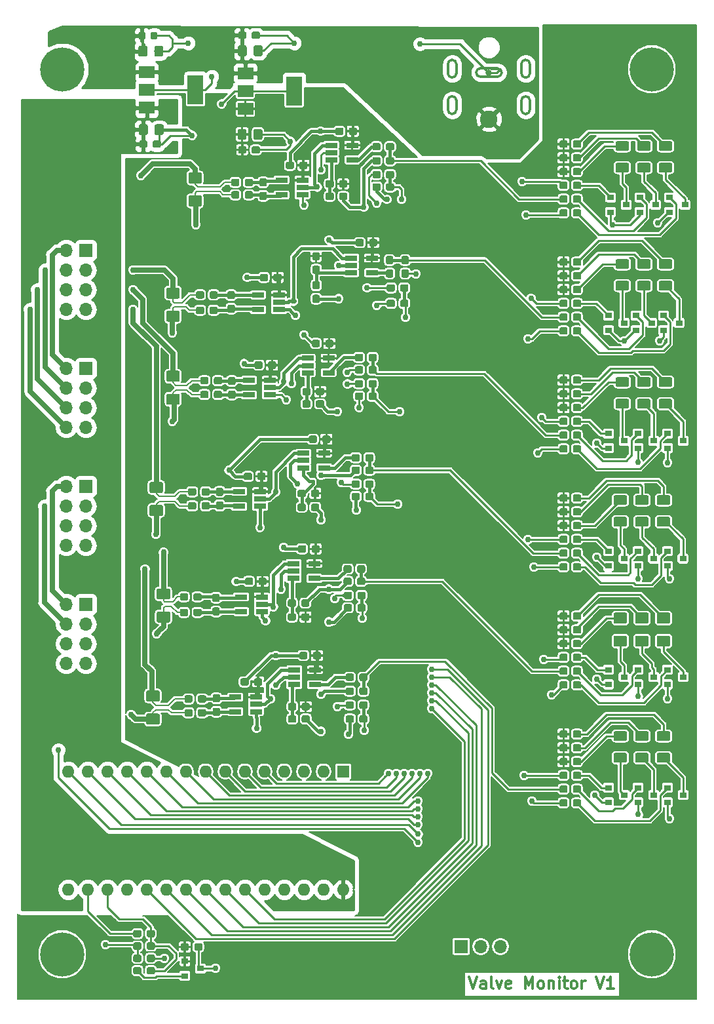
<source format=gbr>
G04 #@! TF.GenerationSoftware,KiCad,Pcbnew,(5.0.0)*
G04 #@! TF.CreationDate,2020-11-12T12:13:27-08:00*
G04 #@! TF.ProjectId,Valve_Monitor_ArduinoNano,56616C76655F4D6F6E69746F725F4172,rev?*
G04 #@! TF.SameCoordinates,Original*
G04 #@! TF.FileFunction,Copper,L1,Top,Signal*
G04 #@! TF.FilePolarity,Positive*
%FSLAX46Y46*%
G04 Gerber Fmt 4.6, Leading zero omitted, Abs format (unit mm)*
G04 Created by KiCad (PCBNEW (5.0.0)) date 11/12/20 12:13:27*
%MOMM*%
%LPD*%
G01*
G04 APERTURE LIST*
G04 #@! TA.AperFunction,NonConductor*
%ADD10C,0.300000*%
G04 #@! TD*
G04 #@! TA.AperFunction,EtchedComponent*
%ADD11C,0.300000*%
G04 #@! TD*
G04 #@! TA.AperFunction,ComponentPad*
%ADD12C,5.700000*%
G04 #@! TD*
G04 #@! TA.AperFunction,SMDPad,CuDef*
%ADD13R,0.635000X0.100000*%
G04 #@! TD*
G04 #@! TA.AperFunction,ComponentPad*
%ADD14C,2.250000*%
G04 #@! TD*
G04 #@! TA.AperFunction,ComponentPad*
%ADD15C,0.800000*%
G04 #@! TD*
G04 #@! TA.AperFunction,SMDPad,CuDef*
%ADD16R,0.900000X0.800000*%
G04 #@! TD*
G04 #@! TA.AperFunction,Conductor*
%ADD17C,0.100000*%
G04 #@! TD*
G04 #@! TA.AperFunction,SMDPad,CuDef*
%ADD18C,0.950000*%
G04 #@! TD*
G04 #@! TA.AperFunction,SMDPad,CuDef*
%ADD19R,1.560000X0.650000*%
G04 #@! TD*
G04 #@! TA.AperFunction,SMDPad,CuDef*
%ADD20C,1.425000*%
G04 #@! TD*
G04 #@! TA.AperFunction,ComponentPad*
%ADD21O,1.700000X1.700000*%
G04 #@! TD*
G04 #@! TA.AperFunction,ComponentPad*
%ADD22R,1.700000X1.700000*%
G04 #@! TD*
G04 #@! TA.AperFunction,SMDPad,CuDef*
%ADD23C,0.875000*%
G04 #@! TD*
G04 #@! TA.AperFunction,SMDPad,CuDef*
%ADD24C,1.150000*%
G04 #@! TD*
G04 #@! TA.AperFunction,SMDPad,CuDef*
%ADD25R,2.000000X3.800000*%
G04 #@! TD*
G04 #@! TA.AperFunction,SMDPad,CuDef*
%ADD26R,2.000000X1.500000*%
G04 #@! TD*
G04 #@! TA.AperFunction,SMDPad,CuDef*
%ADD27C,1.250000*%
G04 #@! TD*
G04 #@! TA.AperFunction,ComponentPad*
%ADD28O,1.600000X1.600000*%
G04 #@! TD*
G04 #@! TA.AperFunction,ComponentPad*
%ADD29R,1.600000X1.600000*%
G04 #@! TD*
G04 #@! TA.AperFunction,ViaPad*
%ADD30C,0.762000*%
G04 #@! TD*
G04 #@! TA.AperFunction,Conductor*
%ADD31C,0.254000*%
G04 #@! TD*
G04 #@! TA.AperFunction,Conductor*
%ADD32C,0.381000*%
G04 #@! TD*
G04 #@! TA.AperFunction,Conductor*
%ADD33C,0.203200*%
G04 #@! TD*
G04 #@! TA.AperFunction,Conductor*
%ADD34C,0.635000*%
G04 #@! TD*
G04 #@! TA.AperFunction,Conductor*
%ADD35C,0.127000*%
G04 #@! TD*
G04 APERTURE END LIST*
D10*
X86900928Y-162437071D02*
X87400928Y-163937071D01*
X87900928Y-162437071D01*
X89043785Y-163937071D02*
X89043785Y-163151357D01*
X88972357Y-163008500D01*
X88829500Y-162937071D01*
X88543785Y-162937071D01*
X88400928Y-163008500D01*
X89043785Y-163865642D02*
X88900928Y-163937071D01*
X88543785Y-163937071D01*
X88400928Y-163865642D01*
X88329500Y-163722785D01*
X88329500Y-163579928D01*
X88400928Y-163437071D01*
X88543785Y-163365642D01*
X88900928Y-163365642D01*
X89043785Y-163294214D01*
X89972357Y-163937071D02*
X89829500Y-163865642D01*
X89758071Y-163722785D01*
X89758071Y-162437071D01*
X90400928Y-162937071D02*
X90758071Y-163937071D01*
X91115214Y-162937071D01*
X92258071Y-163865642D02*
X92115214Y-163937071D01*
X91829500Y-163937071D01*
X91686642Y-163865642D01*
X91615214Y-163722785D01*
X91615214Y-163151357D01*
X91686642Y-163008500D01*
X91829500Y-162937071D01*
X92115214Y-162937071D01*
X92258071Y-163008500D01*
X92329500Y-163151357D01*
X92329500Y-163294214D01*
X91615214Y-163437071D01*
X94115214Y-163937071D02*
X94115214Y-162437071D01*
X94615214Y-163508500D01*
X95115214Y-162437071D01*
X95115214Y-163937071D01*
X96043785Y-163937071D02*
X95900928Y-163865642D01*
X95829500Y-163794214D01*
X95758071Y-163651357D01*
X95758071Y-163222785D01*
X95829500Y-163079928D01*
X95900928Y-163008500D01*
X96043785Y-162937071D01*
X96258071Y-162937071D01*
X96400928Y-163008500D01*
X96472357Y-163079928D01*
X96543785Y-163222785D01*
X96543785Y-163651357D01*
X96472357Y-163794214D01*
X96400928Y-163865642D01*
X96258071Y-163937071D01*
X96043785Y-163937071D01*
X97186642Y-162937071D02*
X97186642Y-163937071D01*
X97186642Y-163079928D02*
X97258071Y-163008500D01*
X97400928Y-162937071D01*
X97615214Y-162937071D01*
X97758071Y-163008500D01*
X97829500Y-163151357D01*
X97829500Y-163937071D01*
X98543785Y-163937071D02*
X98543785Y-162937071D01*
X98543785Y-162437071D02*
X98472357Y-162508500D01*
X98543785Y-162579928D01*
X98615214Y-162508500D01*
X98543785Y-162437071D01*
X98543785Y-162579928D01*
X99043785Y-162937071D02*
X99615214Y-162937071D01*
X99258071Y-162437071D02*
X99258071Y-163722785D01*
X99329500Y-163865642D01*
X99472357Y-163937071D01*
X99615214Y-163937071D01*
X100329500Y-163937071D02*
X100186642Y-163865642D01*
X100115214Y-163794214D01*
X100043785Y-163651357D01*
X100043785Y-163222785D01*
X100115214Y-163079928D01*
X100186642Y-163008500D01*
X100329500Y-162937071D01*
X100543785Y-162937071D01*
X100686642Y-163008500D01*
X100758071Y-163079928D01*
X100829500Y-163222785D01*
X100829500Y-163651357D01*
X100758071Y-163794214D01*
X100686642Y-163865642D01*
X100543785Y-163937071D01*
X100329500Y-163937071D01*
X101472357Y-163937071D02*
X101472357Y-162937071D01*
X101472357Y-163222785D02*
X101543785Y-163079928D01*
X101615214Y-163008500D01*
X101758071Y-162937071D01*
X101900928Y-162937071D01*
X103329500Y-162437071D02*
X103829500Y-163937071D01*
X104329500Y-162437071D01*
X105615214Y-163937071D02*
X104758071Y-163937071D01*
X105186642Y-163937071D02*
X105186642Y-162437071D01*
X105043785Y-162651357D01*
X104900928Y-162794214D01*
X104758071Y-162865642D01*
D11*
G04 #@! TO.C,J1*
X94191000Y-50978000D02*
G75*
G02X93641000Y-50428000I0J550000D01*
G01*
X94741000Y-50428000D02*
G75*
G02X94191000Y-50978000I-550000J0D01*
G01*
X94741000Y-49228000D02*
X94741000Y-50428000D01*
X94191000Y-48678000D02*
G75*
G02X94741000Y-49228000I0J-550000D01*
G01*
X93641000Y-49228000D02*
G75*
G02X94191000Y-48678000I550000J0D01*
G01*
X93641000Y-50428000D02*
X93641000Y-49228000D01*
X84691000Y-50978000D02*
G75*
G02X84141000Y-50428000I0J550000D01*
G01*
X85241000Y-50428000D02*
G75*
G02X84691000Y-50978000I-550000J0D01*
G01*
X85241000Y-49228000D02*
X85241000Y-50428000D01*
X84691000Y-48678000D02*
G75*
G02X85241000Y-49228000I0J-550000D01*
G01*
X84141000Y-49228000D02*
G75*
G02X84691000Y-48678000I550000J0D01*
G01*
X84141000Y-50428000D02*
X84141000Y-49228000D01*
X94191000Y-46278000D02*
G75*
G02X93641000Y-45728000I0J550000D01*
G01*
X94741000Y-45728000D02*
G75*
G02X94191000Y-46278000I-550000J0D01*
G01*
X94741000Y-44528000D02*
X94741000Y-45728000D01*
X94191000Y-43978000D02*
G75*
G02X94741000Y-44528000I0J-550000D01*
G01*
X93641000Y-44528000D02*
G75*
G02X94191000Y-43978000I550000J0D01*
G01*
X93641000Y-45728000D02*
X93641000Y-44528000D01*
X91091000Y-45628000D02*
G75*
G02X90541000Y-46178000I-550000J0D01*
G01*
X90541000Y-45078000D02*
G75*
G02X91091000Y-45628000I0J-550000D01*
G01*
X88341000Y-45078000D02*
X90541000Y-45078000D01*
X87791000Y-45628000D02*
G75*
G02X88341000Y-45078000I550000J0D01*
G01*
X88341000Y-46178000D02*
G75*
G02X87791000Y-45628000I0J550000D01*
G01*
X90541000Y-46178000D02*
X88341000Y-46178000D01*
X84691000Y-46278000D02*
G75*
G02X84141000Y-45728000I0J550000D01*
G01*
X85241000Y-45728000D02*
G75*
G02X84691000Y-46278000I-550000J0D01*
G01*
X85241000Y-44528000D02*
X85241000Y-45728000D01*
X84691000Y-43978000D02*
G75*
G02X85241000Y-44528000I0J-550000D01*
G01*
X84141000Y-44528000D02*
G75*
G02X84691000Y-43978000I550000J0D01*
G01*
X84141000Y-45728000D02*
X84141000Y-44528000D01*
G04 #@! TD*
D12*
G04 #@! TO.P,REF\002A\002A,1*
G04 #@! TO.N,N/C*
X110490000Y-45212000D03*
G04 #@! TD*
G04 #@! TO.P,REF\002A\002A,1*
G04 #@! TO.N,N/C*
X110490000Y-159512000D03*
G04 #@! TD*
G04 #@! TO.P,REF\002A\002A,1*
G04 #@! TO.N,N/C*
X34290000Y-159512000D03*
G04 #@! TD*
D13*
G04 #@! TO.P,J1,2*
G04 #@! TO.N,GND*
X89641000Y-45128000D03*
D14*
G04 #@! TO.P,J1,1*
G04 #@! TO.N,/INPUT_POWER*
X89441000Y-51628000D03*
D15*
G04 #@! TO.P,J1,2*
G04 #@! TO.N,GND*
X89441000Y-45628000D03*
G04 #@! TD*
D16*
G04 #@! TO.P,Q14,3*
G04 #@! TO.N,Net-(D14-Pad1)*
X110458000Y-77960000D03*
G04 #@! TO.P,Q14,2*
G04 #@! TO.N,GND*
X108458000Y-78910000D03*
G04 #@! TO.P,Q14,1*
G04 #@! TO.N,Net-(Q14-Pad1)*
X108458000Y-77010000D03*
G04 #@! TD*
G04 #@! TO.P,Q13,3*
G04 #@! TO.N,Net-(D13-Pad1)*
X106902000Y-77960000D03*
G04 #@! TO.P,Q13,2*
G04 #@! TO.N,GND*
X104902000Y-78910000D03*
G04 #@! TO.P,Q13,1*
G04 #@! TO.N,Net-(Q13-Pad1)*
X104902000Y-77010000D03*
G04 #@! TD*
G04 #@! TO.P,Q15,3*
G04 #@! TO.N,Net-(D15-Pad1)*
X114014000Y-77960000D03*
G04 #@! TO.P,Q15,2*
G04 #@! TO.N,GND*
X112014000Y-78910000D03*
G04 #@! TO.P,Q15,1*
G04 #@! TO.N,Net-(Q15-Pad1)*
X112014000Y-77010000D03*
G04 #@! TD*
D17*
G04 #@! TO.N,+5V*
G04 #@! TO.C,C34*
G36*
X74797779Y-67113144D02*
X74820834Y-67116563D01*
X74843443Y-67122227D01*
X74865387Y-67130079D01*
X74886457Y-67140044D01*
X74906448Y-67152026D01*
X74925168Y-67165910D01*
X74942438Y-67181562D01*
X74958090Y-67198832D01*
X74971974Y-67217552D01*
X74983956Y-67237543D01*
X74993921Y-67258613D01*
X75001773Y-67280557D01*
X75007437Y-67303166D01*
X75010856Y-67326221D01*
X75012000Y-67349500D01*
X75012000Y-67824500D01*
X75010856Y-67847779D01*
X75007437Y-67870834D01*
X75001773Y-67893443D01*
X74993921Y-67915387D01*
X74983956Y-67936457D01*
X74971974Y-67956448D01*
X74958090Y-67975168D01*
X74942438Y-67992438D01*
X74925168Y-68008090D01*
X74906448Y-68021974D01*
X74886457Y-68033956D01*
X74865387Y-68043921D01*
X74843443Y-68051773D01*
X74820834Y-68057437D01*
X74797779Y-68060856D01*
X74774500Y-68062000D01*
X74199500Y-68062000D01*
X74176221Y-68060856D01*
X74153166Y-68057437D01*
X74130557Y-68051773D01*
X74108613Y-68043921D01*
X74087543Y-68033956D01*
X74067552Y-68021974D01*
X74048832Y-68008090D01*
X74031562Y-67992438D01*
X74015910Y-67975168D01*
X74002026Y-67956448D01*
X73990044Y-67936457D01*
X73980079Y-67915387D01*
X73972227Y-67893443D01*
X73966563Y-67870834D01*
X73963144Y-67847779D01*
X73962000Y-67824500D01*
X73962000Y-67349500D01*
X73963144Y-67326221D01*
X73966563Y-67303166D01*
X73972227Y-67280557D01*
X73980079Y-67258613D01*
X73990044Y-67237543D01*
X74002026Y-67217552D01*
X74015910Y-67198832D01*
X74031562Y-67181562D01*
X74048832Y-67165910D01*
X74067552Y-67152026D01*
X74087543Y-67140044D01*
X74108613Y-67130079D01*
X74130557Y-67122227D01*
X74153166Y-67116563D01*
X74176221Y-67113144D01*
X74199500Y-67112000D01*
X74774500Y-67112000D01*
X74797779Y-67113144D01*
X74797779Y-67113144D01*
G37*
D18*
G04 #@! TD*
G04 #@! TO.P,C34,1*
G04 #@! TO.N,+5V*
X74487000Y-67587000D03*
D17*
G04 #@! TO.N,GND*
G04 #@! TO.C,C34*
G36*
X73047779Y-67113144D02*
X73070834Y-67116563D01*
X73093443Y-67122227D01*
X73115387Y-67130079D01*
X73136457Y-67140044D01*
X73156448Y-67152026D01*
X73175168Y-67165910D01*
X73192438Y-67181562D01*
X73208090Y-67198832D01*
X73221974Y-67217552D01*
X73233956Y-67237543D01*
X73243921Y-67258613D01*
X73251773Y-67280557D01*
X73257437Y-67303166D01*
X73260856Y-67326221D01*
X73262000Y-67349500D01*
X73262000Y-67824500D01*
X73260856Y-67847779D01*
X73257437Y-67870834D01*
X73251773Y-67893443D01*
X73243921Y-67915387D01*
X73233956Y-67936457D01*
X73221974Y-67956448D01*
X73208090Y-67975168D01*
X73192438Y-67992438D01*
X73175168Y-68008090D01*
X73156448Y-68021974D01*
X73136457Y-68033956D01*
X73115387Y-68043921D01*
X73093443Y-68051773D01*
X73070834Y-68057437D01*
X73047779Y-68060856D01*
X73024500Y-68062000D01*
X72449500Y-68062000D01*
X72426221Y-68060856D01*
X72403166Y-68057437D01*
X72380557Y-68051773D01*
X72358613Y-68043921D01*
X72337543Y-68033956D01*
X72317552Y-68021974D01*
X72298832Y-68008090D01*
X72281562Y-67992438D01*
X72265910Y-67975168D01*
X72252026Y-67956448D01*
X72240044Y-67936457D01*
X72230079Y-67915387D01*
X72222227Y-67893443D01*
X72216563Y-67870834D01*
X72213144Y-67847779D01*
X72212000Y-67824500D01*
X72212000Y-67349500D01*
X72213144Y-67326221D01*
X72216563Y-67303166D01*
X72222227Y-67280557D01*
X72230079Y-67258613D01*
X72240044Y-67237543D01*
X72252026Y-67217552D01*
X72265910Y-67198832D01*
X72281562Y-67181562D01*
X72298832Y-67165910D01*
X72317552Y-67152026D01*
X72337543Y-67140044D01*
X72358613Y-67130079D01*
X72380557Y-67122227D01*
X72403166Y-67116563D01*
X72426221Y-67113144D01*
X72449500Y-67112000D01*
X73024500Y-67112000D01*
X73047779Y-67113144D01*
X73047779Y-67113144D01*
G37*
D18*
G04 #@! TD*
G04 #@! TO.P,C34,2*
G04 #@! TO.N,GND*
X72737000Y-67587000D03*
D19*
G04 #@! TO.P,U4,5*
G04 #@! TO.N,Net-(C6-Pad2)*
X59608000Y-76247000D03*
G04 #@! TO.P,U4,4*
G04 #@! TO.N,Net-(C6-Pad1)*
X59608000Y-74347000D03*
G04 #@! TO.P,U4,3*
G04 #@! TO.N,+5V*
X62308000Y-74347000D03*
G04 #@! TO.P,U4,2*
G04 #@! TO.N,Net-(R15-Pad2)*
X62308000Y-75297000D03*
G04 #@! TO.P,U4,1*
G04 #@! TO.N,GND*
X62308000Y-76247000D03*
G04 #@! TD*
D17*
G04 #@! TO.N,/EQ_VALVE*
G04 #@! TO.C,R14*
G36*
X49261504Y-73400704D02*
X49285773Y-73404304D01*
X49309571Y-73410265D01*
X49332671Y-73418530D01*
X49354849Y-73429020D01*
X49375893Y-73441633D01*
X49395598Y-73456247D01*
X49413777Y-73472723D01*
X49430253Y-73490902D01*
X49444867Y-73510607D01*
X49457480Y-73531651D01*
X49467970Y-73553829D01*
X49476235Y-73576929D01*
X49482196Y-73600727D01*
X49485796Y-73624996D01*
X49487000Y-73649500D01*
X49487000Y-74574500D01*
X49485796Y-74599004D01*
X49482196Y-74623273D01*
X49476235Y-74647071D01*
X49467970Y-74670171D01*
X49457480Y-74692349D01*
X49444867Y-74713393D01*
X49430253Y-74733098D01*
X49413777Y-74751277D01*
X49395598Y-74767753D01*
X49375893Y-74782367D01*
X49354849Y-74794980D01*
X49332671Y-74805470D01*
X49309571Y-74813735D01*
X49285773Y-74819696D01*
X49261504Y-74823296D01*
X49237000Y-74824500D01*
X47987000Y-74824500D01*
X47962496Y-74823296D01*
X47938227Y-74819696D01*
X47914429Y-74813735D01*
X47891329Y-74805470D01*
X47869151Y-74794980D01*
X47848107Y-74782367D01*
X47828402Y-74767753D01*
X47810223Y-74751277D01*
X47793747Y-74733098D01*
X47779133Y-74713393D01*
X47766520Y-74692349D01*
X47756030Y-74670171D01*
X47747765Y-74647071D01*
X47741804Y-74623273D01*
X47738204Y-74599004D01*
X47737000Y-74574500D01*
X47737000Y-73649500D01*
X47738204Y-73624996D01*
X47741804Y-73600727D01*
X47747765Y-73576929D01*
X47756030Y-73553829D01*
X47766520Y-73531651D01*
X47779133Y-73510607D01*
X47793747Y-73490902D01*
X47810223Y-73472723D01*
X47828402Y-73456247D01*
X47848107Y-73441633D01*
X47869151Y-73429020D01*
X47891329Y-73418530D01*
X47914429Y-73410265D01*
X47938227Y-73404304D01*
X47962496Y-73400704D01*
X47987000Y-73399500D01*
X49237000Y-73399500D01*
X49261504Y-73400704D01*
X49261504Y-73400704D01*
G37*
D20*
G04 #@! TD*
G04 #@! TO.P,R14,1*
G04 #@! TO.N,/EQ_VALVE*
X48612000Y-74112000D03*
D17*
G04 #@! TO.N,/EQ_PWR*
G04 #@! TO.C,R14*
G36*
X49261504Y-76375704D02*
X49285773Y-76379304D01*
X49309571Y-76385265D01*
X49332671Y-76393530D01*
X49354849Y-76404020D01*
X49375893Y-76416633D01*
X49395598Y-76431247D01*
X49413777Y-76447723D01*
X49430253Y-76465902D01*
X49444867Y-76485607D01*
X49457480Y-76506651D01*
X49467970Y-76528829D01*
X49476235Y-76551929D01*
X49482196Y-76575727D01*
X49485796Y-76599996D01*
X49487000Y-76624500D01*
X49487000Y-77549500D01*
X49485796Y-77574004D01*
X49482196Y-77598273D01*
X49476235Y-77622071D01*
X49467970Y-77645171D01*
X49457480Y-77667349D01*
X49444867Y-77688393D01*
X49430253Y-77708098D01*
X49413777Y-77726277D01*
X49395598Y-77742753D01*
X49375893Y-77757367D01*
X49354849Y-77769980D01*
X49332671Y-77780470D01*
X49309571Y-77788735D01*
X49285773Y-77794696D01*
X49261504Y-77798296D01*
X49237000Y-77799500D01*
X47987000Y-77799500D01*
X47962496Y-77798296D01*
X47938227Y-77794696D01*
X47914429Y-77788735D01*
X47891329Y-77780470D01*
X47869151Y-77769980D01*
X47848107Y-77757367D01*
X47828402Y-77742753D01*
X47810223Y-77726277D01*
X47793747Y-77708098D01*
X47779133Y-77688393D01*
X47766520Y-77667349D01*
X47756030Y-77645171D01*
X47747765Y-77622071D01*
X47741804Y-77598273D01*
X47738204Y-77574004D01*
X47737000Y-77549500D01*
X47737000Y-76624500D01*
X47738204Y-76599996D01*
X47741804Y-76575727D01*
X47747765Y-76551929D01*
X47756030Y-76528829D01*
X47766520Y-76506651D01*
X47779133Y-76485607D01*
X47793747Y-76465902D01*
X47810223Y-76447723D01*
X47828402Y-76431247D01*
X47848107Y-76416633D01*
X47869151Y-76404020D01*
X47891329Y-76393530D01*
X47914429Y-76385265D01*
X47938227Y-76379304D01*
X47962496Y-76375704D01*
X47987000Y-76374500D01*
X49237000Y-76374500D01*
X49261504Y-76375704D01*
X49261504Y-76375704D01*
G37*
D20*
G04 #@! TD*
G04 #@! TO.P,R14,2*
G04 #@! TO.N,/EQ_PWR*
X48612000Y-77087000D03*
D17*
G04 #@! TO.N,Net-(C6-Pad2)*
G04 #@! TO.C,R20*
G36*
X54172779Y-75863144D02*
X54195834Y-75866563D01*
X54218443Y-75872227D01*
X54240387Y-75880079D01*
X54261457Y-75890044D01*
X54281448Y-75902026D01*
X54300168Y-75915910D01*
X54317438Y-75931562D01*
X54333090Y-75948832D01*
X54346974Y-75967552D01*
X54358956Y-75987543D01*
X54368921Y-76008613D01*
X54376773Y-76030557D01*
X54382437Y-76053166D01*
X54385856Y-76076221D01*
X54387000Y-76099500D01*
X54387000Y-76574500D01*
X54385856Y-76597779D01*
X54382437Y-76620834D01*
X54376773Y-76643443D01*
X54368921Y-76665387D01*
X54358956Y-76686457D01*
X54346974Y-76706448D01*
X54333090Y-76725168D01*
X54317438Y-76742438D01*
X54300168Y-76758090D01*
X54281448Y-76771974D01*
X54261457Y-76783956D01*
X54240387Y-76793921D01*
X54218443Y-76801773D01*
X54195834Y-76807437D01*
X54172779Y-76810856D01*
X54149500Y-76812000D01*
X53574500Y-76812000D01*
X53551221Y-76810856D01*
X53528166Y-76807437D01*
X53505557Y-76801773D01*
X53483613Y-76793921D01*
X53462543Y-76783956D01*
X53442552Y-76771974D01*
X53423832Y-76758090D01*
X53406562Y-76742438D01*
X53390910Y-76725168D01*
X53377026Y-76706448D01*
X53365044Y-76686457D01*
X53355079Y-76665387D01*
X53347227Y-76643443D01*
X53341563Y-76620834D01*
X53338144Y-76597779D01*
X53337000Y-76574500D01*
X53337000Y-76099500D01*
X53338144Y-76076221D01*
X53341563Y-76053166D01*
X53347227Y-76030557D01*
X53355079Y-76008613D01*
X53365044Y-75987543D01*
X53377026Y-75967552D01*
X53390910Y-75948832D01*
X53406562Y-75931562D01*
X53423832Y-75915910D01*
X53442552Y-75902026D01*
X53462543Y-75890044D01*
X53483613Y-75880079D01*
X53505557Y-75872227D01*
X53528166Y-75866563D01*
X53551221Y-75863144D01*
X53574500Y-75862000D01*
X54149500Y-75862000D01*
X54172779Y-75863144D01*
X54172779Y-75863144D01*
G37*
D18*
G04 #@! TD*
G04 #@! TO.P,R20,2*
G04 #@! TO.N,Net-(C6-Pad2)*
X53862000Y-76337000D03*
D17*
G04 #@! TO.N,/EQ_PWR*
G04 #@! TO.C,R20*
G36*
X52422779Y-75863144D02*
X52445834Y-75866563D01*
X52468443Y-75872227D01*
X52490387Y-75880079D01*
X52511457Y-75890044D01*
X52531448Y-75902026D01*
X52550168Y-75915910D01*
X52567438Y-75931562D01*
X52583090Y-75948832D01*
X52596974Y-75967552D01*
X52608956Y-75987543D01*
X52618921Y-76008613D01*
X52626773Y-76030557D01*
X52632437Y-76053166D01*
X52635856Y-76076221D01*
X52637000Y-76099500D01*
X52637000Y-76574500D01*
X52635856Y-76597779D01*
X52632437Y-76620834D01*
X52626773Y-76643443D01*
X52618921Y-76665387D01*
X52608956Y-76686457D01*
X52596974Y-76706448D01*
X52583090Y-76725168D01*
X52567438Y-76742438D01*
X52550168Y-76758090D01*
X52531448Y-76771974D01*
X52511457Y-76783956D01*
X52490387Y-76793921D01*
X52468443Y-76801773D01*
X52445834Y-76807437D01*
X52422779Y-76810856D01*
X52399500Y-76812000D01*
X51824500Y-76812000D01*
X51801221Y-76810856D01*
X51778166Y-76807437D01*
X51755557Y-76801773D01*
X51733613Y-76793921D01*
X51712543Y-76783956D01*
X51692552Y-76771974D01*
X51673832Y-76758090D01*
X51656562Y-76742438D01*
X51640910Y-76725168D01*
X51627026Y-76706448D01*
X51615044Y-76686457D01*
X51605079Y-76665387D01*
X51597227Y-76643443D01*
X51591563Y-76620834D01*
X51588144Y-76597779D01*
X51587000Y-76574500D01*
X51587000Y-76099500D01*
X51588144Y-76076221D01*
X51591563Y-76053166D01*
X51597227Y-76030557D01*
X51605079Y-76008613D01*
X51615044Y-75987543D01*
X51627026Y-75967552D01*
X51640910Y-75948832D01*
X51656562Y-75931562D01*
X51673832Y-75915910D01*
X51692552Y-75902026D01*
X51712543Y-75890044D01*
X51733613Y-75880079D01*
X51755557Y-75872227D01*
X51778166Y-75866563D01*
X51801221Y-75863144D01*
X51824500Y-75862000D01*
X52399500Y-75862000D01*
X52422779Y-75863144D01*
X52422779Y-75863144D01*
G37*
D18*
G04 #@! TD*
G04 #@! TO.P,R20,1*
G04 #@! TO.N,/EQ_PWR*
X52112000Y-76337000D03*
D17*
G04 #@! TO.N,GND*
G04 #@! TO.C,C2*
G36*
X60672779Y-71613144D02*
X60695834Y-71616563D01*
X60718443Y-71622227D01*
X60740387Y-71630079D01*
X60761457Y-71640044D01*
X60781448Y-71652026D01*
X60800168Y-71665910D01*
X60817438Y-71681562D01*
X60833090Y-71698832D01*
X60846974Y-71717552D01*
X60858956Y-71737543D01*
X60868921Y-71758613D01*
X60876773Y-71780557D01*
X60882437Y-71803166D01*
X60885856Y-71826221D01*
X60887000Y-71849500D01*
X60887000Y-72324500D01*
X60885856Y-72347779D01*
X60882437Y-72370834D01*
X60876773Y-72393443D01*
X60868921Y-72415387D01*
X60858956Y-72436457D01*
X60846974Y-72456448D01*
X60833090Y-72475168D01*
X60817438Y-72492438D01*
X60800168Y-72508090D01*
X60781448Y-72521974D01*
X60761457Y-72533956D01*
X60740387Y-72543921D01*
X60718443Y-72551773D01*
X60695834Y-72557437D01*
X60672779Y-72560856D01*
X60649500Y-72562000D01*
X60074500Y-72562000D01*
X60051221Y-72560856D01*
X60028166Y-72557437D01*
X60005557Y-72551773D01*
X59983613Y-72543921D01*
X59962543Y-72533956D01*
X59942552Y-72521974D01*
X59923832Y-72508090D01*
X59906562Y-72492438D01*
X59890910Y-72475168D01*
X59877026Y-72456448D01*
X59865044Y-72436457D01*
X59855079Y-72415387D01*
X59847227Y-72393443D01*
X59841563Y-72370834D01*
X59838144Y-72347779D01*
X59837000Y-72324500D01*
X59837000Y-71849500D01*
X59838144Y-71826221D01*
X59841563Y-71803166D01*
X59847227Y-71780557D01*
X59855079Y-71758613D01*
X59865044Y-71737543D01*
X59877026Y-71717552D01*
X59890910Y-71698832D01*
X59906562Y-71681562D01*
X59923832Y-71665910D01*
X59942552Y-71652026D01*
X59962543Y-71640044D01*
X59983613Y-71630079D01*
X60005557Y-71622227D01*
X60028166Y-71616563D01*
X60051221Y-71613144D01*
X60074500Y-71612000D01*
X60649500Y-71612000D01*
X60672779Y-71613144D01*
X60672779Y-71613144D01*
G37*
D18*
G04 #@! TD*
G04 #@! TO.P,C2,2*
G04 #@! TO.N,GND*
X60362000Y-72087000D03*
D17*
G04 #@! TO.N,+5V*
G04 #@! TO.C,C2*
G36*
X62422779Y-71613144D02*
X62445834Y-71616563D01*
X62468443Y-71622227D01*
X62490387Y-71630079D01*
X62511457Y-71640044D01*
X62531448Y-71652026D01*
X62550168Y-71665910D01*
X62567438Y-71681562D01*
X62583090Y-71698832D01*
X62596974Y-71717552D01*
X62608956Y-71737543D01*
X62618921Y-71758613D01*
X62626773Y-71780557D01*
X62632437Y-71803166D01*
X62635856Y-71826221D01*
X62637000Y-71849500D01*
X62637000Y-72324500D01*
X62635856Y-72347779D01*
X62632437Y-72370834D01*
X62626773Y-72393443D01*
X62618921Y-72415387D01*
X62608956Y-72436457D01*
X62596974Y-72456448D01*
X62583090Y-72475168D01*
X62567438Y-72492438D01*
X62550168Y-72508090D01*
X62531448Y-72521974D01*
X62511457Y-72533956D01*
X62490387Y-72543921D01*
X62468443Y-72551773D01*
X62445834Y-72557437D01*
X62422779Y-72560856D01*
X62399500Y-72562000D01*
X61824500Y-72562000D01*
X61801221Y-72560856D01*
X61778166Y-72557437D01*
X61755557Y-72551773D01*
X61733613Y-72543921D01*
X61712543Y-72533956D01*
X61692552Y-72521974D01*
X61673832Y-72508090D01*
X61656562Y-72492438D01*
X61640910Y-72475168D01*
X61627026Y-72456448D01*
X61615044Y-72436457D01*
X61605079Y-72415387D01*
X61597227Y-72393443D01*
X61591563Y-72370834D01*
X61588144Y-72347779D01*
X61587000Y-72324500D01*
X61587000Y-71849500D01*
X61588144Y-71826221D01*
X61591563Y-71803166D01*
X61597227Y-71780557D01*
X61605079Y-71758613D01*
X61615044Y-71737543D01*
X61627026Y-71717552D01*
X61640910Y-71698832D01*
X61656562Y-71681562D01*
X61673832Y-71665910D01*
X61692552Y-71652026D01*
X61712543Y-71640044D01*
X61733613Y-71630079D01*
X61755557Y-71622227D01*
X61778166Y-71616563D01*
X61801221Y-71613144D01*
X61824500Y-71612000D01*
X62399500Y-71612000D01*
X62422779Y-71613144D01*
X62422779Y-71613144D01*
G37*
D18*
G04 #@! TD*
G04 #@! TO.P,C2,1*
G04 #@! TO.N,+5V*
X62112000Y-72087000D03*
D17*
G04 #@! TO.N,GND*
G04 #@! TO.C,C4*
G36*
X78872779Y-71063144D02*
X78895834Y-71066563D01*
X78918443Y-71072227D01*
X78940387Y-71080079D01*
X78961457Y-71090044D01*
X78981448Y-71102026D01*
X79000168Y-71115910D01*
X79017438Y-71131562D01*
X79033090Y-71148832D01*
X79046974Y-71167552D01*
X79058956Y-71187543D01*
X79068921Y-71208613D01*
X79076773Y-71230557D01*
X79082437Y-71253166D01*
X79085856Y-71276221D01*
X79087000Y-71299500D01*
X79087000Y-71874500D01*
X79085856Y-71897779D01*
X79082437Y-71920834D01*
X79076773Y-71943443D01*
X79068921Y-71965387D01*
X79058956Y-71986457D01*
X79046974Y-72006448D01*
X79033090Y-72025168D01*
X79017438Y-72042438D01*
X79000168Y-72058090D01*
X78981448Y-72071974D01*
X78961457Y-72083956D01*
X78940387Y-72093921D01*
X78918443Y-72101773D01*
X78895834Y-72107437D01*
X78872779Y-72110856D01*
X78849500Y-72112000D01*
X78374500Y-72112000D01*
X78351221Y-72110856D01*
X78328166Y-72107437D01*
X78305557Y-72101773D01*
X78283613Y-72093921D01*
X78262543Y-72083956D01*
X78242552Y-72071974D01*
X78223832Y-72058090D01*
X78206562Y-72042438D01*
X78190910Y-72025168D01*
X78177026Y-72006448D01*
X78165044Y-71986457D01*
X78155079Y-71965387D01*
X78147227Y-71943443D01*
X78141563Y-71920834D01*
X78138144Y-71897779D01*
X78137000Y-71874500D01*
X78137000Y-71299500D01*
X78138144Y-71276221D01*
X78141563Y-71253166D01*
X78147227Y-71230557D01*
X78155079Y-71208613D01*
X78165044Y-71187543D01*
X78177026Y-71167552D01*
X78190910Y-71148832D01*
X78206562Y-71131562D01*
X78223832Y-71115910D01*
X78242552Y-71102026D01*
X78262543Y-71090044D01*
X78283613Y-71080079D01*
X78305557Y-71072227D01*
X78328166Y-71066563D01*
X78351221Y-71063144D01*
X78374500Y-71062000D01*
X78849500Y-71062000D01*
X78872779Y-71063144D01*
X78872779Y-71063144D01*
G37*
D18*
G04 #@! TD*
G04 #@! TO.P,C4,2*
G04 #@! TO.N,GND*
X78612000Y-71587000D03*
D17*
G04 #@! TO.N,/EQ_Hold*
G04 #@! TO.C,C4*
G36*
X78872779Y-69313144D02*
X78895834Y-69316563D01*
X78918443Y-69322227D01*
X78940387Y-69330079D01*
X78961457Y-69340044D01*
X78981448Y-69352026D01*
X79000168Y-69365910D01*
X79017438Y-69381562D01*
X79033090Y-69398832D01*
X79046974Y-69417552D01*
X79058956Y-69437543D01*
X79068921Y-69458613D01*
X79076773Y-69480557D01*
X79082437Y-69503166D01*
X79085856Y-69526221D01*
X79087000Y-69549500D01*
X79087000Y-70124500D01*
X79085856Y-70147779D01*
X79082437Y-70170834D01*
X79076773Y-70193443D01*
X79068921Y-70215387D01*
X79058956Y-70236457D01*
X79046974Y-70256448D01*
X79033090Y-70275168D01*
X79017438Y-70292438D01*
X79000168Y-70308090D01*
X78981448Y-70321974D01*
X78961457Y-70333956D01*
X78940387Y-70343921D01*
X78918443Y-70351773D01*
X78895834Y-70357437D01*
X78872779Y-70360856D01*
X78849500Y-70362000D01*
X78374500Y-70362000D01*
X78351221Y-70360856D01*
X78328166Y-70357437D01*
X78305557Y-70351773D01*
X78283613Y-70343921D01*
X78262543Y-70333956D01*
X78242552Y-70321974D01*
X78223832Y-70308090D01*
X78206562Y-70292438D01*
X78190910Y-70275168D01*
X78177026Y-70256448D01*
X78165044Y-70236457D01*
X78155079Y-70215387D01*
X78147227Y-70193443D01*
X78141563Y-70170834D01*
X78138144Y-70147779D01*
X78137000Y-70124500D01*
X78137000Y-69549500D01*
X78138144Y-69526221D01*
X78141563Y-69503166D01*
X78147227Y-69480557D01*
X78155079Y-69458613D01*
X78165044Y-69437543D01*
X78177026Y-69417552D01*
X78190910Y-69398832D01*
X78206562Y-69381562D01*
X78223832Y-69365910D01*
X78242552Y-69352026D01*
X78262543Y-69340044D01*
X78283613Y-69330079D01*
X78305557Y-69322227D01*
X78328166Y-69316563D01*
X78351221Y-69313144D01*
X78374500Y-69312000D01*
X78849500Y-69312000D01*
X78872779Y-69313144D01*
X78872779Y-69313144D01*
G37*
D18*
G04 #@! TD*
G04 #@! TO.P,C4,1*
G04 #@! TO.N,/EQ_Hold*
X78612000Y-69837000D03*
D19*
G04 #@! TO.P,U2,5*
G04 #@! TO.N,+5V*
X74312000Y-69587000D03*
G04 #@! TO.P,U2,4*
G04 #@! TO.N,Net-(R4-Pad2)*
X74312000Y-71487000D03*
G04 #@! TO.P,U2,3*
G04 #@! TO.N,Net-(R10-Pad1)*
X71612000Y-71487000D03*
G04 #@! TO.P,U2,2*
G04 #@! TO.N,GND*
X71612000Y-70537000D03*
G04 #@! TO.P,U2,1*
G04 #@! TO.N,Net-(R15-Pad2)*
X71612000Y-69587000D03*
G04 #@! TD*
D17*
G04 #@! TO.N,Net-(C6-Pad2)*
G04 #@! TO.C,C6*
G36*
X56392779Y-75601144D02*
X56415834Y-75604563D01*
X56438443Y-75610227D01*
X56460387Y-75618079D01*
X56481457Y-75628044D01*
X56501448Y-75640026D01*
X56520168Y-75653910D01*
X56537438Y-75669562D01*
X56553090Y-75686832D01*
X56566974Y-75705552D01*
X56578956Y-75725543D01*
X56588921Y-75746613D01*
X56596773Y-75768557D01*
X56602437Y-75791166D01*
X56605856Y-75814221D01*
X56607000Y-75837500D01*
X56607000Y-76412500D01*
X56605856Y-76435779D01*
X56602437Y-76458834D01*
X56596773Y-76481443D01*
X56588921Y-76503387D01*
X56578956Y-76524457D01*
X56566974Y-76544448D01*
X56553090Y-76563168D01*
X56537438Y-76580438D01*
X56520168Y-76596090D01*
X56501448Y-76609974D01*
X56481457Y-76621956D01*
X56460387Y-76631921D01*
X56438443Y-76639773D01*
X56415834Y-76645437D01*
X56392779Y-76648856D01*
X56369500Y-76650000D01*
X55894500Y-76650000D01*
X55871221Y-76648856D01*
X55848166Y-76645437D01*
X55825557Y-76639773D01*
X55803613Y-76631921D01*
X55782543Y-76621956D01*
X55762552Y-76609974D01*
X55743832Y-76596090D01*
X55726562Y-76580438D01*
X55710910Y-76563168D01*
X55697026Y-76544448D01*
X55685044Y-76524457D01*
X55675079Y-76503387D01*
X55667227Y-76481443D01*
X55661563Y-76458834D01*
X55658144Y-76435779D01*
X55657000Y-76412500D01*
X55657000Y-75837500D01*
X55658144Y-75814221D01*
X55661563Y-75791166D01*
X55667227Y-75768557D01*
X55675079Y-75746613D01*
X55685044Y-75725543D01*
X55697026Y-75705552D01*
X55710910Y-75686832D01*
X55726562Y-75669562D01*
X55743832Y-75653910D01*
X55762552Y-75640026D01*
X55782543Y-75628044D01*
X55803613Y-75618079D01*
X55825557Y-75610227D01*
X55848166Y-75604563D01*
X55871221Y-75601144D01*
X55894500Y-75600000D01*
X56369500Y-75600000D01*
X56392779Y-75601144D01*
X56392779Y-75601144D01*
G37*
D18*
G04 #@! TD*
G04 #@! TO.P,C6,2*
G04 #@! TO.N,Net-(C6-Pad2)*
X56132000Y-76125000D03*
D17*
G04 #@! TO.N,Net-(C6-Pad1)*
G04 #@! TO.C,C6*
G36*
X56392779Y-73851144D02*
X56415834Y-73854563D01*
X56438443Y-73860227D01*
X56460387Y-73868079D01*
X56481457Y-73878044D01*
X56501448Y-73890026D01*
X56520168Y-73903910D01*
X56537438Y-73919562D01*
X56553090Y-73936832D01*
X56566974Y-73955552D01*
X56578956Y-73975543D01*
X56588921Y-73996613D01*
X56596773Y-74018557D01*
X56602437Y-74041166D01*
X56605856Y-74064221D01*
X56607000Y-74087500D01*
X56607000Y-74662500D01*
X56605856Y-74685779D01*
X56602437Y-74708834D01*
X56596773Y-74731443D01*
X56588921Y-74753387D01*
X56578956Y-74774457D01*
X56566974Y-74794448D01*
X56553090Y-74813168D01*
X56537438Y-74830438D01*
X56520168Y-74846090D01*
X56501448Y-74859974D01*
X56481457Y-74871956D01*
X56460387Y-74881921D01*
X56438443Y-74889773D01*
X56415834Y-74895437D01*
X56392779Y-74898856D01*
X56369500Y-74900000D01*
X55894500Y-74900000D01*
X55871221Y-74898856D01*
X55848166Y-74895437D01*
X55825557Y-74889773D01*
X55803613Y-74881921D01*
X55782543Y-74871956D01*
X55762552Y-74859974D01*
X55743832Y-74846090D01*
X55726562Y-74830438D01*
X55710910Y-74813168D01*
X55697026Y-74794448D01*
X55685044Y-74774457D01*
X55675079Y-74753387D01*
X55667227Y-74731443D01*
X55661563Y-74708834D01*
X55658144Y-74685779D01*
X55657000Y-74662500D01*
X55657000Y-74087500D01*
X55658144Y-74064221D01*
X55661563Y-74041166D01*
X55667227Y-74018557D01*
X55675079Y-73996613D01*
X55685044Y-73975543D01*
X55697026Y-73955552D01*
X55710910Y-73936832D01*
X55726562Y-73919562D01*
X55743832Y-73903910D01*
X55762552Y-73890026D01*
X55782543Y-73878044D01*
X55803613Y-73868079D01*
X55825557Y-73860227D01*
X55848166Y-73854563D01*
X55871221Y-73851144D01*
X55894500Y-73850000D01*
X56369500Y-73850000D01*
X56392779Y-73851144D01*
X56392779Y-73851144D01*
G37*
D18*
G04 #@! TD*
G04 #@! TO.P,C6,1*
G04 #@! TO.N,Net-(C6-Pad1)*
X56132000Y-74375000D03*
D17*
G04 #@! TO.N,GND*
G04 #@! TO.C,C8*
G36*
X77072779Y-74963144D02*
X77095834Y-74966563D01*
X77118443Y-74972227D01*
X77140387Y-74980079D01*
X77161457Y-74990044D01*
X77181448Y-75002026D01*
X77200168Y-75015910D01*
X77217438Y-75031562D01*
X77233090Y-75048832D01*
X77246974Y-75067552D01*
X77258956Y-75087543D01*
X77268921Y-75108613D01*
X77276773Y-75130557D01*
X77282437Y-75153166D01*
X77285856Y-75176221D01*
X77287000Y-75199500D01*
X77287000Y-75674500D01*
X77285856Y-75697779D01*
X77282437Y-75720834D01*
X77276773Y-75743443D01*
X77268921Y-75765387D01*
X77258956Y-75786457D01*
X77246974Y-75806448D01*
X77233090Y-75825168D01*
X77217438Y-75842438D01*
X77200168Y-75858090D01*
X77181448Y-75871974D01*
X77161457Y-75883956D01*
X77140387Y-75893921D01*
X77118443Y-75901773D01*
X77095834Y-75907437D01*
X77072779Y-75910856D01*
X77049500Y-75912000D01*
X76474500Y-75912000D01*
X76451221Y-75910856D01*
X76428166Y-75907437D01*
X76405557Y-75901773D01*
X76383613Y-75893921D01*
X76362543Y-75883956D01*
X76342552Y-75871974D01*
X76323832Y-75858090D01*
X76306562Y-75842438D01*
X76290910Y-75825168D01*
X76277026Y-75806448D01*
X76265044Y-75786457D01*
X76255079Y-75765387D01*
X76247227Y-75743443D01*
X76241563Y-75720834D01*
X76238144Y-75697779D01*
X76237000Y-75674500D01*
X76237000Y-75199500D01*
X76238144Y-75176221D01*
X76241563Y-75153166D01*
X76247227Y-75130557D01*
X76255079Y-75108613D01*
X76265044Y-75087543D01*
X76277026Y-75067552D01*
X76290910Y-75048832D01*
X76306562Y-75031562D01*
X76323832Y-75015910D01*
X76342552Y-75002026D01*
X76362543Y-74990044D01*
X76383613Y-74980079D01*
X76405557Y-74972227D01*
X76428166Y-74966563D01*
X76451221Y-74963144D01*
X76474500Y-74962000D01*
X77049500Y-74962000D01*
X77072779Y-74963144D01*
X77072779Y-74963144D01*
G37*
D18*
G04 #@! TD*
G04 #@! TO.P,C8,2*
G04 #@! TO.N,GND*
X76762000Y-75437000D03*
D17*
G04 #@! TO.N,/EQ_CURR*
G04 #@! TO.C,C8*
G36*
X78822779Y-74963144D02*
X78845834Y-74966563D01*
X78868443Y-74972227D01*
X78890387Y-74980079D01*
X78911457Y-74990044D01*
X78931448Y-75002026D01*
X78950168Y-75015910D01*
X78967438Y-75031562D01*
X78983090Y-75048832D01*
X78996974Y-75067552D01*
X79008956Y-75087543D01*
X79018921Y-75108613D01*
X79026773Y-75130557D01*
X79032437Y-75153166D01*
X79035856Y-75176221D01*
X79037000Y-75199500D01*
X79037000Y-75674500D01*
X79035856Y-75697779D01*
X79032437Y-75720834D01*
X79026773Y-75743443D01*
X79018921Y-75765387D01*
X79008956Y-75786457D01*
X78996974Y-75806448D01*
X78983090Y-75825168D01*
X78967438Y-75842438D01*
X78950168Y-75858090D01*
X78931448Y-75871974D01*
X78911457Y-75883956D01*
X78890387Y-75893921D01*
X78868443Y-75901773D01*
X78845834Y-75907437D01*
X78822779Y-75910856D01*
X78799500Y-75912000D01*
X78224500Y-75912000D01*
X78201221Y-75910856D01*
X78178166Y-75907437D01*
X78155557Y-75901773D01*
X78133613Y-75893921D01*
X78112543Y-75883956D01*
X78092552Y-75871974D01*
X78073832Y-75858090D01*
X78056562Y-75842438D01*
X78040910Y-75825168D01*
X78027026Y-75806448D01*
X78015044Y-75786457D01*
X78005079Y-75765387D01*
X77997227Y-75743443D01*
X77991563Y-75720834D01*
X77988144Y-75697779D01*
X77987000Y-75674500D01*
X77987000Y-75199500D01*
X77988144Y-75176221D01*
X77991563Y-75153166D01*
X77997227Y-75130557D01*
X78005079Y-75108613D01*
X78015044Y-75087543D01*
X78027026Y-75067552D01*
X78040910Y-75048832D01*
X78056562Y-75031562D01*
X78073832Y-75015910D01*
X78092552Y-75002026D01*
X78112543Y-74990044D01*
X78133613Y-74980079D01*
X78155557Y-74972227D01*
X78178166Y-74966563D01*
X78201221Y-74963144D01*
X78224500Y-74962000D01*
X78799500Y-74962000D01*
X78822779Y-74963144D01*
X78822779Y-74963144D01*
G37*
D18*
G04 #@! TD*
G04 #@! TO.P,C8,1*
G04 #@! TO.N,/EQ_CURR*
X78512000Y-75437000D03*
D17*
G04 #@! TO.N,Net-(C6-Pad1)*
G04 #@! TO.C,R11*
G36*
X54172779Y-73873144D02*
X54195834Y-73876563D01*
X54218443Y-73882227D01*
X54240387Y-73890079D01*
X54261457Y-73900044D01*
X54281448Y-73912026D01*
X54300168Y-73925910D01*
X54317438Y-73941562D01*
X54333090Y-73958832D01*
X54346974Y-73977552D01*
X54358956Y-73997543D01*
X54368921Y-74018613D01*
X54376773Y-74040557D01*
X54382437Y-74063166D01*
X54385856Y-74086221D01*
X54387000Y-74109500D01*
X54387000Y-74584500D01*
X54385856Y-74607779D01*
X54382437Y-74630834D01*
X54376773Y-74653443D01*
X54368921Y-74675387D01*
X54358956Y-74696457D01*
X54346974Y-74716448D01*
X54333090Y-74735168D01*
X54317438Y-74752438D01*
X54300168Y-74768090D01*
X54281448Y-74781974D01*
X54261457Y-74793956D01*
X54240387Y-74803921D01*
X54218443Y-74811773D01*
X54195834Y-74817437D01*
X54172779Y-74820856D01*
X54149500Y-74822000D01*
X53574500Y-74822000D01*
X53551221Y-74820856D01*
X53528166Y-74817437D01*
X53505557Y-74811773D01*
X53483613Y-74803921D01*
X53462543Y-74793956D01*
X53442552Y-74781974D01*
X53423832Y-74768090D01*
X53406562Y-74752438D01*
X53390910Y-74735168D01*
X53377026Y-74716448D01*
X53365044Y-74696457D01*
X53355079Y-74675387D01*
X53347227Y-74653443D01*
X53341563Y-74630834D01*
X53338144Y-74607779D01*
X53337000Y-74584500D01*
X53337000Y-74109500D01*
X53338144Y-74086221D01*
X53341563Y-74063166D01*
X53347227Y-74040557D01*
X53355079Y-74018613D01*
X53365044Y-73997543D01*
X53377026Y-73977552D01*
X53390910Y-73958832D01*
X53406562Y-73941562D01*
X53423832Y-73925910D01*
X53442552Y-73912026D01*
X53462543Y-73900044D01*
X53483613Y-73890079D01*
X53505557Y-73882227D01*
X53528166Y-73876563D01*
X53551221Y-73873144D01*
X53574500Y-73872000D01*
X54149500Y-73872000D01*
X54172779Y-73873144D01*
X54172779Y-73873144D01*
G37*
D18*
G04 #@! TD*
G04 #@! TO.P,R11,2*
G04 #@! TO.N,Net-(C6-Pad1)*
X53862000Y-74347000D03*
D17*
G04 #@! TO.N,/EQ_VALVE*
G04 #@! TO.C,R11*
G36*
X52422779Y-73873144D02*
X52445834Y-73876563D01*
X52468443Y-73882227D01*
X52490387Y-73890079D01*
X52511457Y-73900044D01*
X52531448Y-73912026D01*
X52550168Y-73925910D01*
X52567438Y-73941562D01*
X52583090Y-73958832D01*
X52596974Y-73977552D01*
X52608956Y-73997543D01*
X52618921Y-74018613D01*
X52626773Y-74040557D01*
X52632437Y-74063166D01*
X52635856Y-74086221D01*
X52637000Y-74109500D01*
X52637000Y-74584500D01*
X52635856Y-74607779D01*
X52632437Y-74630834D01*
X52626773Y-74653443D01*
X52618921Y-74675387D01*
X52608956Y-74696457D01*
X52596974Y-74716448D01*
X52583090Y-74735168D01*
X52567438Y-74752438D01*
X52550168Y-74768090D01*
X52531448Y-74781974D01*
X52511457Y-74793956D01*
X52490387Y-74803921D01*
X52468443Y-74811773D01*
X52445834Y-74817437D01*
X52422779Y-74820856D01*
X52399500Y-74822000D01*
X51824500Y-74822000D01*
X51801221Y-74820856D01*
X51778166Y-74817437D01*
X51755557Y-74811773D01*
X51733613Y-74803921D01*
X51712543Y-74793956D01*
X51692552Y-74781974D01*
X51673832Y-74768090D01*
X51656562Y-74752438D01*
X51640910Y-74735168D01*
X51627026Y-74716448D01*
X51615044Y-74696457D01*
X51605079Y-74675387D01*
X51597227Y-74653443D01*
X51591563Y-74630834D01*
X51588144Y-74607779D01*
X51587000Y-74584500D01*
X51587000Y-74109500D01*
X51588144Y-74086221D01*
X51591563Y-74063166D01*
X51597227Y-74040557D01*
X51605079Y-74018613D01*
X51615044Y-73997543D01*
X51627026Y-73977552D01*
X51640910Y-73958832D01*
X51656562Y-73941562D01*
X51673832Y-73925910D01*
X51692552Y-73912026D01*
X51712543Y-73900044D01*
X51733613Y-73890079D01*
X51755557Y-73882227D01*
X51778166Y-73876563D01*
X51801221Y-73873144D01*
X51824500Y-73872000D01*
X52399500Y-73872000D01*
X52422779Y-73873144D01*
X52422779Y-73873144D01*
G37*
D18*
G04 #@! TD*
G04 #@! TO.P,R11,1*
G04 #@! TO.N,/EQ_VALVE*
X52112000Y-74347000D03*
D17*
G04 #@! TO.N,Net-(R15-Pad2)*
G04 #@! TO.C,R15*
G36*
X77072779Y-72963144D02*
X77095834Y-72966563D01*
X77118443Y-72972227D01*
X77140387Y-72980079D01*
X77161457Y-72990044D01*
X77181448Y-73002026D01*
X77200168Y-73015910D01*
X77217438Y-73031562D01*
X77233090Y-73048832D01*
X77246974Y-73067552D01*
X77258956Y-73087543D01*
X77268921Y-73108613D01*
X77276773Y-73130557D01*
X77282437Y-73153166D01*
X77285856Y-73176221D01*
X77287000Y-73199500D01*
X77287000Y-73674500D01*
X77285856Y-73697779D01*
X77282437Y-73720834D01*
X77276773Y-73743443D01*
X77268921Y-73765387D01*
X77258956Y-73786457D01*
X77246974Y-73806448D01*
X77233090Y-73825168D01*
X77217438Y-73842438D01*
X77200168Y-73858090D01*
X77181448Y-73871974D01*
X77161457Y-73883956D01*
X77140387Y-73893921D01*
X77118443Y-73901773D01*
X77095834Y-73907437D01*
X77072779Y-73910856D01*
X77049500Y-73912000D01*
X76474500Y-73912000D01*
X76451221Y-73910856D01*
X76428166Y-73907437D01*
X76405557Y-73901773D01*
X76383613Y-73893921D01*
X76362543Y-73883956D01*
X76342552Y-73871974D01*
X76323832Y-73858090D01*
X76306562Y-73842438D01*
X76290910Y-73825168D01*
X76277026Y-73806448D01*
X76265044Y-73786457D01*
X76255079Y-73765387D01*
X76247227Y-73743443D01*
X76241563Y-73720834D01*
X76238144Y-73697779D01*
X76237000Y-73674500D01*
X76237000Y-73199500D01*
X76238144Y-73176221D01*
X76241563Y-73153166D01*
X76247227Y-73130557D01*
X76255079Y-73108613D01*
X76265044Y-73087543D01*
X76277026Y-73067552D01*
X76290910Y-73048832D01*
X76306562Y-73031562D01*
X76323832Y-73015910D01*
X76342552Y-73002026D01*
X76362543Y-72990044D01*
X76383613Y-72980079D01*
X76405557Y-72972227D01*
X76428166Y-72966563D01*
X76451221Y-72963144D01*
X76474500Y-72962000D01*
X77049500Y-72962000D01*
X77072779Y-72963144D01*
X77072779Y-72963144D01*
G37*
D18*
G04 #@! TD*
G04 #@! TO.P,R15,2*
G04 #@! TO.N,Net-(R15-Pad2)*
X76762000Y-73437000D03*
D17*
G04 #@! TO.N,/EQ_CURR*
G04 #@! TO.C,R15*
G36*
X78822779Y-72963144D02*
X78845834Y-72966563D01*
X78868443Y-72972227D01*
X78890387Y-72980079D01*
X78911457Y-72990044D01*
X78931448Y-73002026D01*
X78950168Y-73015910D01*
X78967438Y-73031562D01*
X78983090Y-73048832D01*
X78996974Y-73067552D01*
X79008956Y-73087543D01*
X79018921Y-73108613D01*
X79026773Y-73130557D01*
X79032437Y-73153166D01*
X79035856Y-73176221D01*
X79037000Y-73199500D01*
X79037000Y-73674500D01*
X79035856Y-73697779D01*
X79032437Y-73720834D01*
X79026773Y-73743443D01*
X79018921Y-73765387D01*
X79008956Y-73786457D01*
X78996974Y-73806448D01*
X78983090Y-73825168D01*
X78967438Y-73842438D01*
X78950168Y-73858090D01*
X78931448Y-73871974D01*
X78911457Y-73883956D01*
X78890387Y-73893921D01*
X78868443Y-73901773D01*
X78845834Y-73907437D01*
X78822779Y-73910856D01*
X78799500Y-73912000D01*
X78224500Y-73912000D01*
X78201221Y-73910856D01*
X78178166Y-73907437D01*
X78155557Y-73901773D01*
X78133613Y-73893921D01*
X78112543Y-73883956D01*
X78092552Y-73871974D01*
X78073832Y-73858090D01*
X78056562Y-73842438D01*
X78040910Y-73825168D01*
X78027026Y-73806448D01*
X78015044Y-73786457D01*
X78005079Y-73765387D01*
X77997227Y-73743443D01*
X77991563Y-73720834D01*
X77988144Y-73697779D01*
X77987000Y-73674500D01*
X77987000Y-73199500D01*
X77988144Y-73176221D01*
X77991563Y-73153166D01*
X77997227Y-73130557D01*
X78005079Y-73108613D01*
X78015044Y-73087543D01*
X78027026Y-73067552D01*
X78040910Y-73048832D01*
X78056562Y-73031562D01*
X78073832Y-73015910D01*
X78092552Y-73002026D01*
X78112543Y-72990044D01*
X78133613Y-72980079D01*
X78155557Y-72972227D01*
X78178166Y-72966563D01*
X78201221Y-72963144D01*
X78224500Y-72962000D01*
X78799500Y-72962000D01*
X78822779Y-72963144D01*
X78822779Y-72963144D01*
G37*
D18*
G04 #@! TD*
G04 #@! TO.P,R15,1*
G04 #@! TO.N,/EQ_CURR*
X78512000Y-73437000D03*
D17*
G04 #@! TO.N,Net-(R4-Pad2)*
G04 #@! TO.C,R4*
G36*
X76872779Y-71063144D02*
X76895834Y-71066563D01*
X76918443Y-71072227D01*
X76940387Y-71080079D01*
X76961457Y-71090044D01*
X76981448Y-71102026D01*
X77000168Y-71115910D01*
X77017438Y-71131562D01*
X77033090Y-71148832D01*
X77046974Y-71167552D01*
X77058956Y-71187543D01*
X77068921Y-71208613D01*
X77076773Y-71230557D01*
X77082437Y-71253166D01*
X77085856Y-71276221D01*
X77087000Y-71299500D01*
X77087000Y-71874500D01*
X77085856Y-71897779D01*
X77082437Y-71920834D01*
X77076773Y-71943443D01*
X77068921Y-71965387D01*
X77058956Y-71986457D01*
X77046974Y-72006448D01*
X77033090Y-72025168D01*
X77017438Y-72042438D01*
X77000168Y-72058090D01*
X76981448Y-72071974D01*
X76961457Y-72083956D01*
X76940387Y-72093921D01*
X76918443Y-72101773D01*
X76895834Y-72107437D01*
X76872779Y-72110856D01*
X76849500Y-72112000D01*
X76374500Y-72112000D01*
X76351221Y-72110856D01*
X76328166Y-72107437D01*
X76305557Y-72101773D01*
X76283613Y-72093921D01*
X76262543Y-72083956D01*
X76242552Y-72071974D01*
X76223832Y-72058090D01*
X76206562Y-72042438D01*
X76190910Y-72025168D01*
X76177026Y-72006448D01*
X76165044Y-71986457D01*
X76155079Y-71965387D01*
X76147227Y-71943443D01*
X76141563Y-71920834D01*
X76138144Y-71897779D01*
X76137000Y-71874500D01*
X76137000Y-71299500D01*
X76138144Y-71276221D01*
X76141563Y-71253166D01*
X76147227Y-71230557D01*
X76155079Y-71208613D01*
X76165044Y-71187543D01*
X76177026Y-71167552D01*
X76190910Y-71148832D01*
X76206562Y-71131562D01*
X76223832Y-71115910D01*
X76242552Y-71102026D01*
X76262543Y-71090044D01*
X76283613Y-71080079D01*
X76305557Y-71072227D01*
X76328166Y-71066563D01*
X76351221Y-71063144D01*
X76374500Y-71062000D01*
X76849500Y-71062000D01*
X76872779Y-71063144D01*
X76872779Y-71063144D01*
G37*
D18*
G04 #@! TD*
G04 #@! TO.P,R4,2*
G04 #@! TO.N,Net-(R4-Pad2)*
X76612000Y-71587000D03*
D17*
G04 #@! TO.N,/EQ_Hold*
G04 #@! TO.C,R4*
G36*
X76872779Y-69313144D02*
X76895834Y-69316563D01*
X76918443Y-69322227D01*
X76940387Y-69330079D01*
X76961457Y-69340044D01*
X76981448Y-69352026D01*
X77000168Y-69365910D01*
X77017438Y-69381562D01*
X77033090Y-69398832D01*
X77046974Y-69417552D01*
X77058956Y-69437543D01*
X77068921Y-69458613D01*
X77076773Y-69480557D01*
X77082437Y-69503166D01*
X77085856Y-69526221D01*
X77087000Y-69549500D01*
X77087000Y-70124500D01*
X77085856Y-70147779D01*
X77082437Y-70170834D01*
X77076773Y-70193443D01*
X77068921Y-70215387D01*
X77058956Y-70236457D01*
X77046974Y-70256448D01*
X77033090Y-70275168D01*
X77017438Y-70292438D01*
X77000168Y-70308090D01*
X76981448Y-70321974D01*
X76961457Y-70333956D01*
X76940387Y-70343921D01*
X76918443Y-70351773D01*
X76895834Y-70357437D01*
X76872779Y-70360856D01*
X76849500Y-70362000D01*
X76374500Y-70362000D01*
X76351221Y-70360856D01*
X76328166Y-70357437D01*
X76305557Y-70351773D01*
X76283613Y-70343921D01*
X76262543Y-70333956D01*
X76242552Y-70321974D01*
X76223832Y-70308090D01*
X76206562Y-70292438D01*
X76190910Y-70275168D01*
X76177026Y-70256448D01*
X76165044Y-70236457D01*
X76155079Y-70215387D01*
X76147227Y-70193443D01*
X76141563Y-70170834D01*
X76138144Y-70147779D01*
X76137000Y-70124500D01*
X76137000Y-69549500D01*
X76138144Y-69526221D01*
X76141563Y-69503166D01*
X76147227Y-69480557D01*
X76155079Y-69458613D01*
X76165044Y-69437543D01*
X76177026Y-69417552D01*
X76190910Y-69398832D01*
X76206562Y-69381562D01*
X76223832Y-69365910D01*
X76242552Y-69352026D01*
X76262543Y-69340044D01*
X76283613Y-69330079D01*
X76305557Y-69322227D01*
X76328166Y-69316563D01*
X76351221Y-69313144D01*
X76374500Y-69312000D01*
X76849500Y-69312000D01*
X76872779Y-69313144D01*
X76872779Y-69313144D01*
G37*
D18*
G04 #@! TD*
G04 #@! TO.P,R4,1*
G04 #@! TO.N,/EQ_Hold*
X76612000Y-69837000D03*
D17*
G04 #@! TO.N,Net-(R10-Pad1)*
G04 #@! TO.C,R2*
G36*
X67372779Y-70563144D02*
X67395834Y-70566563D01*
X67418443Y-70572227D01*
X67440387Y-70580079D01*
X67461457Y-70590044D01*
X67481448Y-70602026D01*
X67500168Y-70615910D01*
X67517438Y-70631562D01*
X67533090Y-70648832D01*
X67546974Y-70667552D01*
X67558956Y-70687543D01*
X67568921Y-70708613D01*
X67576773Y-70730557D01*
X67582437Y-70753166D01*
X67585856Y-70776221D01*
X67587000Y-70799500D01*
X67587000Y-71374500D01*
X67585856Y-71397779D01*
X67582437Y-71420834D01*
X67576773Y-71443443D01*
X67568921Y-71465387D01*
X67558956Y-71486457D01*
X67546974Y-71506448D01*
X67533090Y-71525168D01*
X67517438Y-71542438D01*
X67500168Y-71558090D01*
X67481448Y-71571974D01*
X67461457Y-71583956D01*
X67440387Y-71593921D01*
X67418443Y-71601773D01*
X67395834Y-71607437D01*
X67372779Y-71610856D01*
X67349500Y-71612000D01*
X66874500Y-71612000D01*
X66851221Y-71610856D01*
X66828166Y-71607437D01*
X66805557Y-71601773D01*
X66783613Y-71593921D01*
X66762543Y-71583956D01*
X66742552Y-71571974D01*
X66723832Y-71558090D01*
X66706562Y-71542438D01*
X66690910Y-71525168D01*
X66677026Y-71506448D01*
X66665044Y-71486457D01*
X66655079Y-71465387D01*
X66647227Y-71443443D01*
X66641563Y-71420834D01*
X66638144Y-71397779D01*
X66637000Y-71374500D01*
X66637000Y-70799500D01*
X66638144Y-70776221D01*
X66641563Y-70753166D01*
X66647227Y-70730557D01*
X66655079Y-70708613D01*
X66665044Y-70687543D01*
X66677026Y-70667552D01*
X66690910Y-70648832D01*
X66706562Y-70631562D01*
X66723832Y-70615910D01*
X66742552Y-70602026D01*
X66762543Y-70590044D01*
X66783613Y-70580079D01*
X66805557Y-70572227D01*
X66828166Y-70566563D01*
X66851221Y-70563144D01*
X66874500Y-70562000D01*
X67349500Y-70562000D01*
X67372779Y-70563144D01*
X67372779Y-70563144D01*
G37*
D18*
G04 #@! TD*
G04 #@! TO.P,R2,2*
G04 #@! TO.N,Net-(R10-Pad1)*
X67112000Y-71087000D03*
D17*
G04 #@! TO.N,+5V*
G04 #@! TO.C,R2*
G36*
X67372779Y-68813144D02*
X67395834Y-68816563D01*
X67418443Y-68822227D01*
X67440387Y-68830079D01*
X67461457Y-68840044D01*
X67481448Y-68852026D01*
X67500168Y-68865910D01*
X67517438Y-68881562D01*
X67533090Y-68898832D01*
X67546974Y-68917552D01*
X67558956Y-68937543D01*
X67568921Y-68958613D01*
X67576773Y-68980557D01*
X67582437Y-69003166D01*
X67585856Y-69026221D01*
X67587000Y-69049500D01*
X67587000Y-69624500D01*
X67585856Y-69647779D01*
X67582437Y-69670834D01*
X67576773Y-69693443D01*
X67568921Y-69715387D01*
X67558956Y-69736457D01*
X67546974Y-69756448D01*
X67533090Y-69775168D01*
X67517438Y-69792438D01*
X67500168Y-69808090D01*
X67481448Y-69821974D01*
X67461457Y-69833956D01*
X67440387Y-69843921D01*
X67418443Y-69851773D01*
X67395834Y-69857437D01*
X67372779Y-69860856D01*
X67349500Y-69862000D01*
X66874500Y-69862000D01*
X66851221Y-69860856D01*
X66828166Y-69857437D01*
X66805557Y-69851773D01*
X66783613Y-69843921D01*
X66762543Y-69833956D01*
X66742552Y-69821974D01*
X66723832Y-69808090D01*
X66706562Y-69792438D01*
X66690910Y-69775168D01*
X66677026Y-69756448D01*
X66665044Y-69736457D01*
X66655079Y-69715387D01*
X66647227Y-69693443D01*
X66641563Y-69670834D01*
X66638144Y-69647779D01*
X66637000Y-69624500D01*
X66637000Y-69049500D01*
X66638144Y-69026221D01*
X66641563Y-69003166D01*
X66647227Y-68980557D01*
X66655079Y-68958613D01*
X66665044Y-68937543D01*
X66677026Y-68917552D01*
X66690910Y-68898832D01*
X66706562Y-68881562D01*
X66723832Y-68865910D01*
X66742552Y-68852026D01*
X66762543Y-68840044D01*
X66783613Y-68830079D01*
X66805557Y-68822227D01*
X66828166Y-68816563D01*
X66851221Y-68813144D01*
X66874500Y-68812000D01*
X67349500Y-68812000D01*
X67372779Y-68813144D01*
X67372779Y-68813144D01*
G37*
D18*
G04 #@! TD*
G04 #@! TO.P,R2,1*
G04 #@! TO.N,+5V*
X67112000Y-69337000D03*
D17*
G04 #@! TO.N,GND*
G04 #@! TO.C,R10*
G36*
X67372779Y-74313144D02*
X67395834Y-74316563D01*
X67418443Y-74322227D01*
X67440387Y-74330079D01*
X67461457Y-74340044D01*
X67481448Y-74352026D01*
X67500168Y-74365910D01*
X67517438Y-74381562D01*
X67533090Y-74398832D01*
X67546974Y-74417552D01*
X67558956Y-74437543D01*
X67568921Y-74458613D01*
X67576773Y-74480557D01*
X67582437Y-74503166D01*
X67585856Y-74526221D01*
X67587000Y-74549500D01*
X67587000Y-75124500D01*
X67585856Y-75147779D01*
X67582437Y-75170834D01*
X67576773Y-75193443D01*
X67568921Y-75215387D01*
X67558956Y-75236457D01*
X67546974Y-75256448D01*
X67533090Y-75275168D01*
X67517438Y-75292438D01*
X67500168Y-75308090D01*
X67481448Y-75321974D01*
X67461457Y-75333956D01*
X67440387Y-75343921D01*
X67418443Y-75351773D01*
X67395834Y-75357437D01*
X67372779Y-75360856D01*
X67349500Y-75362000D01*
X66874500Y-75362000D01*
X66851221Y-75360856D01*
X66828166Y-75357437D01*
X66805557Y-75351773D01*
X66783613Y-75343921D01*
X66762543Y-75333956D01*
X66742552Y-75321974D01*
X66723832Y-75308090D01*
X66706562Y-75292438D01*
X66690910Y-75275168D01*
X66677026Y-75256448D01*
X66665044Y-75236457D01*
X66655079Y-75215387D01*
X66647227Y-75193443D01*
X66641563Y-75170834D01*
X66638144Y-75147779D01*
X66637000Y-75124500D01*
X66637000Y-74549500D01*
X66638144Y-74526221D01*
X66641563Y-74503166D01*
X66647227Y-74480557D01*
X66655079Y-74458613D01*
X66665044Y-74437543D01*
X66677026Y-74417552D01*
X66690910Y-74398832D01*
X66706562Y-74381562D01*
X66723832Y-74365910D01*
X66742552Y-74352026D01*
X66762543Y-74340044D01*
X66783613Y-74330079D01*
X66805557Y-74322227D01*
X66828166Y-74316563D01*
X66851221Y-74313144D01*
X66874500Y-74312000D01*
X67349500Y-74312000D01*
X67372779Y-74313144D01*
X67372779Y-74313144D01*
G37*
D18*
G04 #@! TD*
G04 #@! TO.P,R10,2*
G04 #@! TO.N,GND*
X67112000Y-74837000D03*
D17*
G04 #@! TO.N,Net-(R10-Pad1)*
G04 #@! TO.C,R10*
G36*
X67372779Y-72563144D02*
X67395834Y-72566563D01*
X67418443Y-72572227D01*
X67440387Y-72580079D01*
X67461457Y-72590044D01*
X67481448Y-72602026D01*
X67500168Y-72615910D01*
X67517438Y-72631562D01*
X67533090Y-72648832D01*
X67546974Y-72667552D01*
X67558956Y-72687543D01*
X67568921Y-72708613D01*
X67576773Y-72730557D01*
X67582437Y-72753166D01*
X67585856Y-72776221D01*
X67587000Y-72799500D01*
X67587000Y-73374500D01*
X67585856Y-73397779D01*
X67582437Y-73420834D01*
X67576773Y-73443443D01*
X67568921Y-73465387D01*
X67558956Y-73486457D01*
X67546974Y-73506448D01*
X67533090Y-73525168D01*
X67517438Y-73542438D01*
X67500168Y-73558090D01*
X67481448Y-73571974D01*
X67461457Y-73583956D01*
X67440387Y-73593921D01*
X67418443Y-73601773D01*
X67395834Y-73607437D01*
X67372779Y-73610856D01*
X67349500Y-73612000D01*
X66874500Y-73612000D01*
X66851221Y-73610856D01*
X66828166Y-73607437D01*
X66805557Y-73601773D01*
X66783613Y-73593921D01*
X66762543Y-73583956D01*
X66742552Y-73571974D01*
X66723832Y-73558090D01*
X66706562Y-73542438D01*
X66690910Y-73525168D01*
X66677026Y-73506448D01*
X66665044Y-73486457D01*
X66655079Y-73465387D01*
X66647227Y-73443443D01*
X66641563Y-73420834D01*
X66638144Y-73397779D01*
X66637000Y-73374500D01*
X66637000Y-72799500D01*
X66638144Y-72776221D01*
X66641563Y-72753166D01*
X66647227Y-72730557D01*
X66655079Y-72708613D01*
X66665044Y-72687543D01*
X66677026Y-72667552D01*
X66690910Y-72648832D01*
X66706562Y-72631562D01*
X66723832Y-72615910D01*
X66742552Y-72602026D01*
X66762543Y-72590044D01*
X66783613Y-72580079D01*
X66805557Y-72572227D01*
X66828166Y-72566563D01*
X66851221Y-72563144D01*
X66874500Y-72562000D01*
X67349500Y-72562000D01*
X67372779Y-72563144D01*
X67372779Y-72563144D01*
G37*
D18*
G04 #@! TD*
G04 #@! TO.P,R10,1*
G04 #@! TO.N,Net-(R10-Pad1)*
X67112000Y-73087000D03*
D21*
G04 #@! TO.P,J3,8*
G04 #@! TO.N,/AIR_D__RTN*
X34798000Y-91440000D03*
G04 #@! TO.P,J3,7*
G04 #@! TO.N,/AIR_D_PWR*
X37338000Y-91440000D03*
G04 #@! TO.P,J3,6*
G04 #@! TO.N,/PUR_RTN*
X34798000Y-88900000D03*
G04 #@! TO.P,J3,5*
G04 #@! TO.N,/PUR_PWR*
X37338000Y-88900000D03*
G04 #@! TO.P,J3,4*
G04 #@! TO.N,/EQ_RTN*
X34798000Y-86360000D03*
G04 #@! TO.P,J3,3*
G04 #@! TO.N,/EQ_PWR*
X37338000Y-86360000D03*
G04 #@! TO.P,J3,2*
G04 #@! TO.N,/OCD_RTN*
X34798000Y-83820000D03*
D22*
G04 #@! TO.P,J3,1*
G04 #@! TO.N,/OCD_PWR*
X37338000Y-83820000D03*
G04 #@! TD*
G04 #@! TO.P,J6,1*
G04 #@! TO.N,/FWA_VALVE*
X37338000Y-99060000D03*
D21*
G04 #@! TO.P,J6,2*
G04 #@! TO.N,/FWA_RTN*
X34798000Y-99060000D03*
G04 #@! TO.P,J6,3*
G04 #@! TO.N,/FWB_VALVE*
X37338000Y-101600000D03*
G04 #@! TO.P,J6,4*
G04 #@! TO.N,/FWB_RTN*
X34798000Y-101600000D03*
G04 #@! TO.P,J6,5*
G04 #@! TO.N,Net-(J6-Pad5)*
X37338000Y-104140000D03*
G04 #@! TO.P,J6,6*
G04 #@! TO.N,Net-(J6-Pad6)*
X34798000Y-104140000D03*
G04 #@! TO.P,J6,7*
G04 #@! TO.N,Net-(J6-Pad7)*
X37338000Y-106680000D03*
G04 #@! TO.P,J6,8*
G04 #@! TO.N,Net-(J6-Pad8)*
X34798000Y-106680000D03*
G04 #@! TD*
G04 #@! TO.P,J5,8*
G04 #@! TO.N,/AIR_D__RTN*
X34798000Y-76200000D03*
G04 #@! TO.P,J5,7*
G04 #@! TO.N,/AIR_D_VALVE*
X37338000Y-76200000D03*
G04 #@! TO.P,J5,6*
G04 #@! TO.N,/PUR_RTN*
X34798000Y-73660000D03*
G04 #@! TO.P,J5,5*
G04 #@! TO.N,/PUR_VALVE*
X37338000Y-73660000D03*
G04 #@! TO.P,J5,4*
G04 #@! TO.N,/EQ_RTN*
X34798000Y-71120000D03*
G04 #@! TO.P,J5,3*
G04 #@! TO.N,/EQ_VALVE*
X37338000Y-71120000D03*
G04 #@! TO.P,J5,2*
G04 #@! TO.N,/OCD_RTN*
X34798000Y-68580000D03*
D22*
G04 #@! TO.P,J5,1*
G04 #@! TO.N,/OCD_VALVE*
X37338000Y-68580000D03*
G04 #@! TD*
G04 #@! TO.P,J4,1*
G04 #@! TO.N,/FWA_PWR*
X37338000Y-114300000D03*
D21*
G04 #@! TO.P,J4,2*
G04 #@! TO.N,/FWA_RTN*
X34798000Y-114300000D03*
G04 #@! TO.P,J4,3*
G04 #@! TO.N,/FWB_PWR*
X37338000Y-116840000D03*
G04 #@! TO.P,J4,4*
G04 #@! TO.N,/FWB_RTN*
X34798000Y-116840000D03*
G04 #@! TO.P,J4,5*
G04 #@! TO.N,Net-(J4-Pad5)*
X37338000Y-119380000D03*
G04 #@! TO.P,J4,6*
G04 #@! TO.N,Net-(J4-Pad6)*
X34798000Y-119380000D03*
G04 #@! TO.P,J4,7*
G04 #@! TO.N,Net-(J4-Pad7)*
X37338000Y-121920000D03*
G04 #@! TO.P,J4,8*
G04 #@! TO.N,Net-(J4-Pad8)*
X34798000Y-121920000D03*
G04 #@! TD*
D17*
G04 #@! TO.N,+5V*
G04 #@! TO.C,R74*
G36*
X99398779Y-88426144D02*
X99421834Y-88429563D01*
X99444443Y-88435227D01*
X99466387Y-88443079D01*
X99487457Y-88453044D01*
X99507448Y-88465026D01*
X99526168Y-88478910D01*
X99543438Y-88494562D01*
X99559090Y-88511832D01*
X99572974Y-88530552D01*
X99584956Y-88550543D01*
X99594921Y-88571613D01*
X99602773Y-88593557D01*
X99608437Y-88616166D01*
X99611856Y-88639221D01*
X99613000Y-88662500D01*
X99613000Y-89137500D01*
X99611856Y-89160779D01*
X99608437Y-89183834D01*
X99602773Y-89206443D01*
X99594921Y-89228387D01*
X99584956Y-89249457D01*
X99572974Y-89269448D01*
X99559090Y-89288168D01*
X99543438Y-89305438D01*
X99526168Y-89321090D01*
X99507448Y-89334974D01*
X99487457Y-89346956D01*
X99466387Y-89356921D01*
X99444443Y-89364773D01*
X99421834Y-89370437D01*
X99398779Y-89373856D01*
X99375500Y-89375000D01*
X98800500Y-89375000D01*
X98777221Y-89373856D01*
X98754166Y-89370437D01*
X98731557Y-89364773D01*
X98709613Y-89356921D01*
X98688543Y-89346956D01*
X98668552Y-89334974D01*
X98649832Y-89321090D01*
X98632562Y-89305438D01*
X98616910Y-89288168D01*
X98603026Y-89269448D01*
X98591044Y-89249457D01*
X98581079Y-89228387D01*
X98573227Y-89206443D01*
X98567563Y-89183834D01*
X98564144Y-89160779D01*
X98563000Y-89137500D01*
X98563000Y-88662500D01*
X98564144Y-88639221D01*
X98567563Y-88616166D01*
X98573227Y-88593557D01*
X98581079Y-88571613D01*
X98591044Y-88550543D01*
X98603026Y-88530552D01*
X98616910Y-88511832D01*
X98632562Y-88494562D01*
X98649832Y-88478910D01*
X98668552Y-88465026D01*
X98688543Y-88453044D01*
X98709613Y-88443079D01*
X98731557Y-88435227D01*
X98754166Y-88429563D01*
X98777221Y-88426144D01*
X98800500Y-88425000D01*
X99375500Y-88425000D01*
X99398779Y-88426144D01*
X99398779Y-88426144D01*
G37*
D18*
G04 #@! TD*
G04 #@! TO.P,R74,1*
G04 #@! TO.N,+5V*
X99088000Y-88900000D03*
D17*
G04 #@! TO.N,Net-(D17-Pad2)*
G04 #@! TO.C,R74*
G36*
X101148779Y-88426144D02*
X101171834Y-88429563D01*
X101194443Y-88435227D01*
X101216387Y-88443079D01*
X101237457Y-88453044D01*
X101257448Y-88465026D01*
X101276168Y-88478910D01*
X101293438Y-88494562D01*
X101309090Y-88511832D01*
X101322974Y-88530552D01*
X101334956Y-88550543D01*
X101344921Y-88571613D01*
X101352773Y-88593557D01*
X101358437Y-88616166D01*
X101361856Y-88639221D01*
X101363000Y-88662500D01*
X101363000Y-89137500D01*
X101361856Y-89160779D01*
X101358437Y-89183834D01*
X101352773Y-89206443D01*
X101344921Y-89228387D01*
X101334956Y-89249457D01*
X101322974Y-89269448D01*
X101309090Y-89288168D01*
X101293438Y-89305438D01*
X101276168Y-89321090D01*
X101257448Y-89334974D01*
X101237457Y-89346956D01*
X101216387Y-89356921D01*
X101194443Y-89364773D01*
X101171834Y-89370437D01*
X101148779Y-89373856D01*
X101125500Y-89375000D01*
X100550500Y-89375000D01*
X100527221Y-89373856D01*
X100504166Y-89370437D01*
X100481557Y-89364773D01*
X100459613Y-89356921D01*
X100438543Y-89346956D01*
X100418552Y-89334974D01*
X100399832Y-89321090D01*
X100382562Y-89305438D01*
X100366910Y-89288168D01*
X100353026Y-89269448D01*
X100341044Y-89249457D01*
X100331079Y-89228387D01*
X100323227Y-89206443D01*
X100317563Y-89183834D01*
X100314144Y-89160779D01*
X100313000Y-89137500D01*
X100313000Y-88662500D01*
X100314144Y-88639221D01*
X100317563Y-88616166D01*
X100323227Y-88593557D01*
X100331079Y-88571613D01*
X100341044Y-88550543D01*
X100353026Y-88530552D01*
X100366910Y-88511832D01*
X100382562Y-88494562D01*
X100399832Y-88478910D01*
X100418552Y-88465026D01*
X100438543Y-88453044D01*
X100459613Y-88443079D01*
X100481557Y-88435227D01*
X100504166Y-88429563D01*
X100527221Y-88426144D01*
X100550500Y-88425000D01*
X101125500Y-88425000D01*
X101148779Y-88426144D01*
X101148779Y-88426144D01*
G37*
D18*
G04 #@! TD*
G04 #@! TO.P,R74,2*
G04 #@! TO.N,Net-(D17-Pad2)*
X100838000Y-88900000D03*
D17*
G04 #@! TO.N,/INPUT_POWER*
G04 #@! TO.C,C25*
G36*
X44834191Y-40392053D02*
X44855426Y-40395203D01*
X44876250Y-40400419D01*
X44896462Y-40407651D01*
X44915868Y-40416830D01*
X44934281Y-40427866D01*
X44951524Y-40440654D01*
X44967430Y-40455070D01*
X44981846Y-40470976D01*
X44994634Y-40488219D01*
X45005670Y-40506632D01*
X45014849Y-40526038D01*
X45022081Y-40546250D01*
X45027297Y-40567074D01*
X45030447Y-40588309D01*
X45031500Y-40609750D01*
X45031500Y-41122250D01*
X45030447Y-41143691D01*
X45027297Y-41164926D01*
X45022081Y-41185750D01*
X45014849Y-41205962D01*
X45005670Y-41225368D01*
X44994634Y-41243781D01*
X44981846Y-41261024D01*
X44967430Y-41276930D01*
X44951524Y-41291346D01*
X44934281Y-41304134D01*
X44915868Y-41315170D01*
X44896462Y-41324349D01*
X44876250Y-41331581D01*
X44855426Y-41336797D01*
X44834191Y-41339947D01*
X44812750Y-41341000D01*
X44375250Y-41341000D01*
X44353809Y-41339947D01*
X44332574Y-41336797D01*
X44311750Y-41331581D01*
X44291538Y-41324349D01*
X44272132Y-41315170D01*
X44253719Y-41304134D01*
X44236476Y-41291346D01*
X44220570Y-41276930D01*
X44206154Y-41261024D01*
X44193366Y-41243781D01*
X44182330Y-41225368D01*
X44173151Y-41205962D01*
X44165919Y-41185750D01*
X44160703Y-41164926D01*
X44157553Y-41143691D01*
X44156500Y-41122250D01*
X44156500Y-40609750D01*
X44157553Y-40588309D01*
X44160703Y-40567074D01*
X44165919Y-40546250D01*
X44173151Y-40526038D01*
X44182330Y-40506632D01*
X44193366Y-40488219D01*
X44206154Y-40470976D01*
X44220570Y-40455070D01*
X44236476Y-40440654D01*
X44253719Y-40427866D01*
X44272132Y-40416830D01*
X44291538Y-40407651D01*
X44311750Y-40400419D01*
X44332574Y-40395203D01*
X44353809Y-40392053D01*
X44375250Y-40391000D01*
X44812750Y-40391000D01*
X44834191Y-40392053D01*
X44834191Y-40392053D01*
G37*
D23*
G04 #@! TD*
G04 #@! TO.P,C25,1*
G04 #@! TO.N,/INPUT_POWER*
X44594000Y-40866000D03*
D17*
G04 #@! TO.N,GND*
G04 #@! TO.C,C25*
G36*
X46409191Y-40392053D02*
X46430426Y-40395203D01*
X46451250Y-40400419D01*
X46471462Y-40407651D01*
X46490868Y-40416830D01*
X46509281Y-40427866D01*
X46526524Y-40440654D01*
X46542430Y-40455070D01*
X46556846Y-40470976D01*
X46569634Y-40488219D01*
X46580670Y-40506632D01*
X46589849Y-40526038D01*
X46597081Y-40546250D01*
X46602297Y-40567074D01*
X46605447Y-40588309D01*
X46606500Y-40609750D01*
X46606500Y-41122250D01*
X46605447Y-41143691D01*
X46602297Y-41164926D01*
X46597081Y-41185750D01*
X46589849Y-41205962D01*
X46580670Y-41225368D01*
X46569634Y-41243781D01*
X46556846Y-41261024D01*
X46542430Y-41276930D01*
X46526524Y-41291346D01*
X46509281Y-41304134D01*
X46490868Y-41315170D01*
X46471462Y-41324349D01*
X46451250Y-41331581D01*
X46430426Y-41336797D01*
X46409191Y-41339947D01*
X46387750Y-41341000D01*
X45950250Y-41341000D01*
X45928809Y-41339947D01*
X45907574Y-41336797D01*
X45886750Y-41331581D01*
X45866538Y-41324349D01*
X45847132Y-41315170D01*
X45828719Y-41304134D01*
X45811476Y-41291346D01*
X45795570Y-41276930D01*
X45781154Y-41261024D01*
X45768366Y-41243781D01*
X45757330Y-41225368D01*
X45748151Y-41205962D01*
X45740919Y-41185750D01*
X45735703Y-41164926D01*
X45732553Y-41143691D01*
X45731500Y-41122250D01*
X45731500Y-40609750D01*
X45732553Y-40588309D01*
X45735703Y-40567074D01*
X45740919Y-40546250D01*
X45748151Y-40526038D01*
X45757330Y-40506632D01*
X45768366Y-40488219D01*
X45781154Y-40470976D01*
X45795570Y-40455070D01*
X45811476Y-40440654D01*
X45828719Y-40427866D01*
X45847132Y-40416830D01*
X45866538Y-40407651D01*
X45886750Y-40400419D01*
X45907574Y-40395203D01*
X45928809Y-40392053D01*
X45950250Y-40391000D01*
X46387750Y-40391000D01*
X46409191Y-40392053D01*
X46409191Y-40392053D01*
G37*
D23*
G04 #@! TD*
G04 #@! TO.P,C25,2*
G04 #@! TO.N,GND*
X46169000Y-40866000D03*
D17*
G04 #@! TO.N,/INPUT_POWER*
G04 #@! TO.C,C30*
G36*
X57873779Y-40338144D02*
X57896834Y-40341563D01*
X57919443Y-40347227D01*
X57941387Y-40355079D01*
X57962457Y-40365044D01*
X57982448Y-40377026D01*
X58001168Y-40390910D01*
X58018438Y-40406562D01*
X58034090Y-40423832D01*
X58047974Y-40442552D01*
X58059956Y-40462543D01*
X58069921Y-40483613D01*
X58077773Y-40505557D01*
X58083437Y-40528166D01*
X58086856Y-40551221D01*
X58088000Y-40574500D01*
X58088000Y-41049500D01*
X58086856Y-41072779D01*
X58083437Y-41095834D01*
X58077773Y-41118443D01*
X58069921Y-41140387D01*
X58059956Y-41161457D01*
X58047974Y-41181448D01*
X58034090Y-41200168D01*
X58018438Y-41217438D01*
X58001168Y-41233090D01*
X57982448Y-41246974D01*
X57962457Y-41258956D01*
X57941387Y-41268921D01*
X57919443Y-41276773D01*
X57896834Y-41282437D01*
X57873779Y-41285856D01*
X57850500Y-41287000D01*
X57275500Y-41287000D01*
X57252221Y-41285856D01*
X57229166Y-41282437D01*
X57206557Y-41276773D01*
X57184613Y-41268921D01*
X57163543Y-41258956D01*
X57143552Y-41246974D01*
X57124832Y-41233090D01*
X57107562Y-41217438D01*
X57091910Y-41200168D01*
X57078026Y-41181448D01*
X57066044Y-41161457D01*
X57056079Y-41140387D01*
X57048227Y-41118443D01*
X57042563Y-41095834D01*
X57039144Y-41072779D01*
X57038000Y-41049500D01*
X57038000Y-40574500D01*
X57039144Y-40551221D01*
X57042563Y-40528166D01*
X57048227Y-40505557D01*
X57056079Y-40483613D01*
X57066044Y-40462543D01*
X57078026Y-40442552D01*
X57091910Y-40423832D01*
X57107562Y-40406562D01*
X57124832Y-40390910D01*
X57143552Y-40377026D01*
X57163543Y-40365044D01*
X57184613Y-40355079D01*
X57206557Y-40347227D01*
X57229166Y-40341563D01*
X57252221Y-40338144D01*
X57275500Y-40337000D01*
X57850500Y-40337000D01*
X57873779Y-40338144D01*
X57873779Y-40338144D01*
G37*
D18*
G04 #@! TD*
G04 #@! TO.P,C30,1*
G04 #@! TO.N,/INPUT_POWER*
X57563000Y-40812000D03*
D17*
G04 #@! TO.N,GND*
G04 #@! TO.C,C30*
G36*
X59623779Y-40338144D02*
X59646834Y-40341563D01*
X59669443Y-40347227D01*
X59691387Y-40355079D01*
X59712457Y-40365044D01*
X59732448Y-40377026D01*
X59751168Y-40390910D01*
X59768438Y-40406562D01*
X59784090Y-40423832D01*
X59797974Y-40442552D01*
X59809956Y-40462543D01*
X59819921Y-40483613D01*
X59827773Y-40505557D01*
X59833437Y-40528166D01*
X59836856Y-40551221D01*
X59838000Y-40574500D01*
X59838000Y-41049500D01*
X59836856Y-41072779D01*
X59833437Y-41095834D01*
X59827773Y-41118443D01*
X59819921Y-41140387D01*
X59809956Y-41161457D01*
X59797974Y-41181448D01*
X59784090Y-41200168D01*
X59768438Y-41217438D01*
X59751168Y-41233090D01*
X59732448Y-41246974D01*
X59712457Y-41258956D01*
X59691387Y-41268921D01*
X59669443Y-41276773D01*
X59646834Y-41282437D01*
X59623779Y-41285856D01*
X59600500Y-41287000D01*
X59025500Y-41287000D01*
X59002221Y-41285856D01*
X58979166Y-41282437D01*
X58956557Y-41276773D01*
X58934613Y-41268921D01*
X58913543Y-41258956D01*
X58893552Y-41246974D01*
X58874832Y-41233090D01*
X58857562Y-41217438D01*
X58841910Y-41200168D01*
X58828026Y-41181448D01*
X58816044Y-41161457D01*
X58806079Y-41140387D01*
X58798227Y-41118443D01*
X58792563Y-41095834D01*
X58789144Y-41072779D01*
X58788000Y-41049500D01*
X58788000Y-40574500D01*
X58789144Y-40551221D01*
X58792563Y-40528166D01*
X58798227Y-40505557D01*
X58806079Y-40483613D01*
X58816044Y-40462543D01*
X58828026Y-40442552D01*
X58841910Y-40423832D01*
X58857562Y-40406562D01*
X58874832Y-40390910D01*
X58893552Y-40377026D01*
X58913543Y-40365044D01*
X58934613Y-40355079D01*
X58956557Y-40347227D01*
X58979166Y-40341563D01*
X59002221Y-40338144D01*
X59025500Y-40337000D01*
X59600500Y-40337000D01*
X59623779Y-40338144D01*
X59623779Y-40338144D01*
G37*
D18*
G04 #@! TD*
G04 #@! TO.P,C30,2*
G04 #@! TO.N,GND*
X59313000Y-40812000D03*
D17*
G04 #@! TO.N,/FWB_VALVE*
G04 #@! TO.C,R41*
G36*
X46663504Y-125430704D02*
X46687773Y-125434304D01*
X46711571Y-125440265D01*
X46734671Y-125448530D01*
X46756849Y-125459020D01*
X46777893Y-125471633D01*
X46797598Y-125486247D01*
X46815777Y-125502723D01*
X46832253Y-125520902D01*
X46846867Y-125540607D01*
X46859480Y-125561651D01*
X46869970Y-125583829D01*
X46878235Y-125606929D01*
X46884196Y-125630727D01*
X46887796Y-125654996D01*
X46889000Y-125679500D01*
X46889000Y-126604500D01*
X46887796Y-126629004D01*
X46884196Y-126653273D01*
X46878235Y-126677071D01*
X46869970Y-126700171D01*
X46859480Y-126722349D01*
X46846867Y-126743393D01*
X46832253Y-126763098D01*
X46815777Y-126781277D01*
X46797598Y-126797753D01*
X46777893Y-126812367D01*
X46756849Y-126824980D01*
X46734671Y-126835470D01*
X46711571Y-126843735D01*
X46687773Y-126849696D01*
X46663504Y-126853296D01*
X46639000Y-126854500D01*
X45389000Y-126854500D01*
X45364496Y-126853296D01*
X45340227Y-126849696D01*
X45316429Y-126843735D01*
X45293329Y-126835470D01*
X45271151Y-126824980D01*
X45250107Y-126812367D01*
X45230402Y-126797753D01*
X45212223Y-126781277D01*
X45195747Y-126763098D01*
X45181133Y-126743393D01*
X45168520Y-126722349D01*
X45158030Y-126700171D01*
X45149765Y-126677071D01*
X45143804Y-126653273D01*
X45140204Y-126629004D01*
X45139000Y-126604500D01*
X45139000Y-125679500D01*
X45140204Y-125654996D01*
X45143804Y-125630727D01*
X45149765Y-125606929D01*
X45158030Y-125583829D01*
X45168520Y-125561651D01*
X45181133Y-125540607D01*
X45195747Y-125520902D01*
X45212223Y-125502723D01*
X45230402Y-125486247D01*
X45250107Y-125471633D01*
X45271151Y-125459020D01*
X45293329Y-125448530D01*
X45316429Y-125440265D01*
X45340227Y-125434304D01*
X45364496Y-125430704D01*
X45389000Y-125429500D01*
X46639000Y-125429500D01*
X46663504Y-125430704D01*
X46663504Y-125430704D01*
G37*
D20*
G04 #@! TD*
G04 #@! TO.P,R41,1*
G04 #@! TO.N,/FWB_VALVE*
X46014000Y-126142000D03*
D17*
G04 #@! TO.N,/FWB_PWR*
G04 #@! TO.C,R41*
G36*
X46663504Y-128405704D02*
X46687773Y-128409304D01*
X46711571Y-128415265D01*
X46734671Y-128423530D01*
X46756849Y-128434020D01*
X46777893Y-128446633D01*
X46797598Y-128461247D01*
X46815777Y-128477723D01*
X46832253Y-128495902D01*
X46846867Y-128515607D01*
X46859480Y-128536651D01*
X46869970Y-128558829D01*
X46878235Y-128581929D01*
X46884196Y-128605727D01*
X46887796Y-128629996D01*
X46889000Y-128654500D01*
X46889000Y-129579500D01*
X46887796Y-129604004D01*
X46884196Y-129628273D01*
X46878235Y-129652071D01*
X46869970Y-129675171D01*
X46859480Y-129697349D01*
X46846867Y-129718393D01*
X46832253Y-129738098D01*
X46815777Y-129756277D01*
X46797598Y-129772753D01*
X46777893Y-129787367D01*
X46756849Y-129799980D01*
X46734671Y-129810470D01*
X46711571Y-129818735D01*
X46687773Y-129824696D01*
X46663504Y-129828296D01*
X46639000Y-129829500D01*
X45389000Y-129829500D01*
X45364496Y-129828296D01*
X45340227Y-129824696D01*
X45316429Y-129818735D01*
X45293329Y-129810470D01*
X45271151Y-129799980D01*
X45250107Y-129787367D01*
X45230402Y-129772753D01*
X45212223Y-129756277D01*
X45195747Y-129738098D01*
X45181133Y-129718393D01*
X45168520Y-129697349D01*
X45158030Y-129675171D01*
X45149765Y-129652071D01*
X45143804Y-129628273D01*
X45140204Y-129604004D01*
X45139000Y-129579500D01*
X45139000Y-128654500D01*
X45140204Y-128629996D01*
X45143804Y-128605727D01*
X45149765Y-128581929D01*
X45158030Y-128558829D01*
X45168520Y-128536651D01*
X45181133Y-128515607D01*
X45195747Y-128495902D01*
X45212223Y-128477723D01*
X45230402Y-128461247D01*
X45250107Y-128446633D01*
X45271151Y-128434020D01*
X45293329Y-128423530D01*
X45316429Y-128415265D01*
X45340227Y-128409304D01*
X45364496Y-128405704D01*
X45389000Y-128404500D01*
X46639000Y-128404500D01*
X46663504Y-128405704D01*
X46663504Y-128405704D01*
G37*
D20*
G04 #@! TD*
G04 #@! TO.P,R41,2*
G04 #@! TO.N,/FWB_PWR*
X46014000Y-129117000D03*
D17*
G04 #@! TO.N,/AIR_D_PWR*
G04 #@! TO.C,R64*
G36*
X47093504Y-101471704D02*
X47117773Y-101475304D01*
X47141571Y-101481265D01*
X47164671Y-101489530D01*
X47186849Y-101500020D01*
X47207893Y-101512633D01*
X47227598Y-101527247D01*
X47245777Y-101543723D01*
X47262253Y-101561902D01*
X47276867Y-101581607D01*
X47289480Y-101602651D01*
X47299970Y-101624829D01*
X47308235Y-101647929D01*
X47314196Y-101671727D01*
X47317796Y-101695996D01*
X47319000Y-101720500D01*
X47319000Y-102645500D01*
X47317796Y-102670004D01*
X47314196Y-102694273D01*
X47308235Y-102718071D01*
X47299970Y-102741171D01*
X47289480Y-102763349D01*
X47276867Y-102784393D01*
X47262253Y-102804098D01*
X47245777Y-102822277D01*
X47227598Y-102838753D01*
X47207893Y-102853367D01*
X47186849Y-102865980D01*
X47164671Y-102876470D01*
X47141571Y-102884735D01*
X47117773Y-102890696D01*
X47093504Y-102894296D01*
X47069000Y-102895500D01*
X45819000Y-102895500D01*
X45794496Y-102894296D01*
X45770227Y-102890696D01*
X45746429Y-102884735D01*
X45723329Y-102876470D01*
X45701151Y-102865980D01*
X45680107Y-102853367D01*
X45660402Y-102838753D01*
X45642223Y-102822277D01*
X45625747Y-102804098D01*
X45611133Y-102784393D01*
X45598520Y-102763349D01*
X45588030Y-102741171D01*
X45579765Y-102718071D01*
X45573804Y-102694273D01*
X45570204Y-102670004D01*
X45569000Y-102645500D01*
X45569000Y-101720500D01*
X45570204Y-101695996D01*
X45573804Y-101671727D01*
X45579765Y-101647929D01*
X45588030Y-101624829D01*
X45598520Y-101602651D01*
X45611133Y-101581607D01*
X45625747Y-101561902D01*
X45642223Y-101543723D01*
X45660402Y-101527247D01*
X45680107Y-101512633D01*
X45701151Y-101500020D01*
X45723329Y-101489530D01*
X45746429Y-101481265D01*
X45770227Y-101475304D01*
X45794496Y-101471704D01*
X45819000Y-101470500D01*
X47069000Y-101470500D01*
X47093504Y-101471704D01*
X47093504Y-101471704D01*
G37*
D20*
G04 #@! TD*
G04 #@! TO.P,R64,2*
G04 #@! TO.N,/AIR_D_PWR*
X46444000Y-102183000D03*
D17*
G04 #@! TO.N,/AIR_D_VALVE*
G04 #@! TO.C,R64*
G36*
X47093504Y-98496704D02*
X47117773Y-98500304D01*
X47141571Y-98506265D01*
X47164671Y-98514530D01*
X47186849Y-98525020D01*
X47207893Y-98537633D01*
X47227598Y-98552247D01*
X47245777Y-98568723D01*
X47262253Y-98586902D01*
X47276867Y-98606607D01*
X47289480Y-98627651D01*
X47299970Y-98649829D01*
X47308235Y-98672929D01*
X47314196Y-98696727D01*
X47317796Y-98720996D01*
X47319000Y-98745500D01*
X47319000Y-99670500D01*
X47317796Y-99695004D01*
X47314196Y-99719273D01*
X47308235Y-99743071D01*
X47299970Y-99766171D01*
X47289480Y-99788349D01*
X47276867Y-99809393D01*
X47262253Y-99829098D01*
X47245777Y-99847277D01*
X47227598Y-99863753D01*
X47207893Y-99878367D01*
X47186849Y-99890980D01*
X47164671Y-99901470D01*
X47141571Y-99909735D01*
X47117773Y-99915696D01*
X47093504Y-99919296D01*
X47069000Y-99920500D01*
X45819000Y-99920500D01*
X45794496Y-99919296D01*
X45770227Y-99915696D01*
X45746429Y-99909735D01*
X45723329Y-99901470D01*
X45701151Y-99890980D01*
X45680107Y-99878367D01*
X45660402Y-99863753D01*
X45642223Y-99847277D01*
X45625747Y-99829098D01*
X45611133Y-99809393D01*
X45598520Y-99788349D01*
X45588030Y-99766171D01*
X45579765Y-99743071D01*
X45573804Y-99719273D01*
X45570204Y-99695004D01*
X45569000Y-99670500D01*
X45569000Y-98745500D01*
X45570204Y-98720996D01*
X45573804Y-98696727D01*
X45579765Y-98672929D01*
X45588030Y-98649829D01*
X45598520Y-98627651D01*
X45611133Y-98606607D01*
X45625747Y-98586902D01*
X45642223Y-98568723D01*
X45660402Y-98552247D01*
X45680107Y-98537633D01*
X45701151Y-98525020D01*
X45723329Y-98514530D01*
X45746429Y-98506265D01*
X45770227Y-98500304D01*
X45794496Y-98496704D01*
X45819000Y-98495500D01*
X47069000Y-98495500D01*
X47093504Y-98496704D01*
X47093504Y-98496704D01*
G37*
D20*
G04 #@! TD*
G04 #@! TO.P,R64,1*
G04 #@! TO.N,/AIR_D_VALVE*
X46444000Y-99208000D03*
D17*
G04 #@! TO.N,/OCD_VALVE*
G04 #@! TO.C,R12*
G36*
X52117504Y-58522704D02*
X52141773Y-58526304D01*
X52165571Y-58532265D01*
X52188671Y-58540530D01*
X52210849Y-58551020D01*
X52231893Y-58563633D01*
X52251598Y-58578247D01*
X52269777Y-58594723D01*
X52286253Y-58612902D01*
X52300867Y-58632607D01*
X52313480Y-58653651D01*
X52323970Y-58675829D01*
X52332235Y-58698929D01*
X52338196Y-58722727D01*
X52341796Y-58746996D01*
X52343000Y-58771500D01*
X52343000Y-59696500D01*
X52341796Y-59721004D01*
X52338196Y-59745273D01*
X52332235Y-59769071D01*
X52323970Y-59792171D01*
X52313480Y-59814349D01*
X52300867Y-59835393D01*
X52286253Y-59855098D01*
X52269777Y-59873277D01*
X52251598Y-59889753D01*
X52231893Y-59904367D01*
X52210849Y-59916980D01*
X52188671Y-59927470D01*
X52165571Y-59935735D01*
X52141773Y-59941696D01*
X52117504Y-59945296D01*
X52093000Y-59946500D01*
X50843000Y-59946500D01*
X50818496Y-59945296D01*
X50794227Y-59941696D01*
X50770429Y-59935735D01*
X50747329Y-59927470D01*
X50725151Y-59916980D01*
X50704107Y-59904367D01*
X50684402Y-59889753D01*
X50666223Y-59873277D01*
X50649747Y-59855098D01*
X50635133Y-59835393D01*
X50622520Y-59814349D01*
X50612030Y-59792171D01*
X50603765Y-59769071D01*
X50597804Y-59745273D01*
X50594204Y-59721004D01*
X50593000Y-59696500D01*
X50593000Y-58771500D01*
X50594204Y-58746996D01*
X50597804Y-58722727D01*
X50603765Y-58698929D01*
X50612030Y-58675829D01*
X50622520Y-58653651D01*
X50635133Y-58632607D01*
X50649747Y-58612902D01*
X50666223Y-58594723D01*
X50684402Y-58578247D01*
X50704107Y-58563633D01*
X50725151Y-58551020D01*
X50747329Y-58540530D01*
X50770429Y-58532265D01*
X50794227Y-58526304D01*
X50818496Y-58522704D01*
X50843000Y-58521500D01*
X52093000Y-58521500D01*
X52117504Y-58522704D01*
X52117504Y-58522704D01*
G37*
D20*
G04 #@! TD*
G04 #@! TO.P,R12,1*
G04 #@! TO.N,/OCD_VALVE*
X51468000Y-59234000D03*
D17*
G04 #@! TO.N,/OCD_PWR*
G04 #@! TO.C,R12*
G36*
X52117504Y-61497704D02*
X52141773Y-61501304D01*
X52165571Y-61507265D01*
X52188671Y-61515530D01*
X52210849Y-61526020D01*
X52231893Y-61538633D01*
X52251598Y-61553247D01*
X52269777Y-61569723D01*
X52286253Y-61587902D01*
X52300867Y-61607607D01*
X52313480Y-61628651D01*
X52323970Y-61650829D01*
X52332235Y-61673929D01*
X52338196Y-61697727D01*
X52341796Y-61721996D01*
X52343000Y-61746500D01*
X52343000Y-62671500D01*
X52341796Y-62696004D01*
X52338196Y-62720273D01*
X52332235Y-62744071D01*
X52323970Y-62767171D01*
X52313480Y-62789349D01*
X52300867Y-62810393D01*
X52286253Y-62830098D01*
X52269777Y-62848277D01*
X52251598Y-62864753D01*
X52231893Y-62879367D01*
X52210849Y-62891980D01*
X52188671Y-62902470D01*
X52165571Y-62910735D01*
X52141773Y-62916696D01*
X52117504Y-62920296D01*
X52093000Y-62921500D01*
X50843000Y-62921500D01*
X50818496Y-62920296D01*
X50794227Y-62916696D01*
X50770429Y-62910735D01*
X50747329Y-62902470D01*
X50725151Y-62891980D01*
X50704107Y-62879367D01*
X50684402Y-62864753D01*
X50666223Y-62848277D01*
X50649747Y-62830098D01*
X50635133Y-62810393D01*
X50622520Y-62789349D01*
X50612030Y-62767171D01*
X50603765Y-62744071D01*
X50597804Y-62720273D01*
X50594204Y-62696004D01*
X50593000Y-62671500D01*
X50593000Y-61746500D01*
X50594204Y-61721996D01*
X50597804Y-61697727D01*
X50603765Y-61673929D01*
X50612030Y-61650829D01*
X50622520Y-61628651D01*
X50635133Y-61607607D01*
X50649747Y-61587902D01*
X50666223Y-61569723D01*
X50684402Y-61553247D01*
X50704107Y-61538633D01*
X50725151Y-61526020D01*
X50747329Y-61515530D01*
X50770429Y-61507265D01*
X50794227Y-61501304D01*
X50818496Y-61497704D01*
X50843000Y-61496500D01*
X52093000Y-61496500D01*
X52117504Y-61497704D01*
X52117504Y-61497704D01*
G37*
D20*
G04 #@! TD*
G04 #@! TO.P,R12,2*
G04 #@! TO.N,/OCD_PWR*
X51468000Y-62209000D03*
D17*
G04 #@! TO.N,/PUR_PWR*
G04 #@! TO.C,R66*
G36*
X49265504Y-87101704D02*
X49289773Y-87105304D01*
X49313571Y-87111265D01*
X49336671Y-87119530D01*
X49358849Y-87130020D01*
X49379893Y-87142633D01*
X49399598Y-87157247D01*
X49417777Y-87173723D01*
X49434253Y-87191902D01*
X49448867Y-87211607D01*
X49461480Y-87232651D01*
X49471970Y-87254829D01*
X49480235Y-87277929D01*
X49486196Y-87301727D01*
X49489796Y-87325996D01*
X49491000Y-87350500D01*
X49491000Y-88275500D01*
X49489796Y-88300004D01*
X49486196Y-88324273D01*
X49480235Y-88348071D01*
X49471970Y-88371171D01*
X49461480Y-88393349D01*
X49448867Y-88414393D01*
X49434253Y-88434098D01*
X49417777Y-88452277D01*
X49399598Y-88468753D01*
X49379893Y-88483367D01*
X49358849Y-88495980D01*
X49336671Y-88506470D01*
X49313571Y-88514735D01*
X49289773Y-88520696D01*
X49265504Y-88524296D01*
X49241000Y-88525500D01*
X47991000Y-88525500D01*
X47966496Y-88524296D01*
X47942227Y-88520696D01*
X47918429Y-88514735D01*
X47895329Y-88506470D01*
X47873151Y-88495980D01*
X47852107Y-88483367D01*
X47832402Y-88468753D01*
X47814223Y-88452277D01*
X47797747Y-88434098D01*
X47783133Y-88414393D01*
X47770520Y-88393349D01*
X47760030Y-88371171D01*
X47751765Y-88348071D01*
X47745804Y-88324273D01*
X47742204Y-88300004D01*
X47741000Y-88275500D01*
X47741000Y-87350500D01*
X47742204Y-87325996D01*
X47745804Y-87301727D01*
X47751765Y-87277929D01*
X47760030Y-87254829D01*
X47770520Y-87232651D01*
X47783133Y-87211607D01*
X47797747Y-87191902D01*
X47814223Y-87173723D01*
X47832402Y-87157247D01*
X47852107Y-87142633D01*
X47873151Y-87130020D01*
X47895329Y-87119530D01*
X47918429Y-87111265D01*
X47942227Y-87105304D01*
X47966496Y-87101704D01*
X47991000Y-87100500D01*
X49241000Y-87100500D01*
X49265504Y-87101704D01*
X49265504Y-87101704D01*
G37*
D20*
G04 #@! TD*
G04 #@! TO.P,R66,2*
G04 #@! TO.N,/PUR_PWR*
X48616000Y-87813000D03*
D17*
G04 #@! TO.N,/PUR_VALVE*
G04 #@! TO.C,R66*
G36*
X49265504Y-84126704D02*
X49289773Y-84130304D01*
X49313571Y-84136265D01*
X49336671Y-84144530D01*
X49358849Y-84155020D01*
X49379893Y-84167633D01*
X49399598Y-84182247D01*
X49417777Y-84198723D01*
X49434253Y-84216902D01*
X49448867Y-84236607D01*
X49461480Y-84257651D01*
X49471970Y-84279829D01*
X49480235Y-84302929D01*
X49486196Y-84326727D01*
X49489796Y-84350996D01*
X49491000Y-84375500D01*
X49491000Y-85300500D01*
X49489796Y-85325004D01*
X49486196Y-85349273D01*
X49480235Y-85373071D01*
X49471970Y-85396171D01*
X49461480Y-85418349D01*
X49448867Y-85439393D01*
X49434253Y-85459098D01*
X49417777Y-85477277D01*
X49399598Y-85493753D01*
X49379893Y-85508367D01*
X49358849Y-85520980D01*
X49336671Y-85531470D01*
X49313571Y-85539735D01*
X49289773Y-85545696D01*
X49265504Y-85549296D01*
X49241000Y-85550500D01*
X47991000Y-85550500D01*
X47966496Y-85549296D01*
X47942227Y-85545696D01*
X47918429Y-85539735D01*
X47895329Y-85531470D01*
X47873151Y-85520980D01*
X47852107Y-85508367D01*
X47832402Y-85493753D01*
X47814223Y-85477277D01*
X47797747Y-85459098D01*
X47783133Y-85439393D01*
X47770520Y-85418349D01*
X47760030Y-85396171D01*
X47751765Y-85373071D01*
X47745804Y-85349273D01*
X47742204Y-85325004D01*
X47741000Y-85300500D01*
X47741000Y-84375500D01*
X47742204Y-84350996D01*
X47745804Y-84326727D01*
X47751765Y-84302929D01*
X47760030Y-84279829D01*
X47770520Y-84257651D01*
X47783133Y-84236607D01*
X47797747Y-84216902D01*
X47814223Y-84198723D01*
X47832402Y-84182247D01*
X47852107Y-84167633D01*
X47873151Y-84155020D01*
X47895329Y-84144530D01*
X47918429Y-84136265D01*
X47942227Y-84130304D01*
X47966496Y-84126704D01*
X47991000Y-84125500D01*
X49241000Y-84125500D01*
X49265504Y-84126704D01*
X49265504Y-84126704D01*
G37*
D20*
G04 #@! TD*
G04 #@! TO.P,R66,1*
G04 #@! TO.N,/PUR_VALVE*
X48616000Y-84838000D03*
D17*
G04 #@! TO.N,/FWA_VALVE*
G04 #@! TO.C,R43*
G36*
X48029504Y-112256704D02*
X48053773Y-112260304D01*
X48077571Y-112266265D01*
X48100671Y-112274530D01*
X48122849Y-112285020D01*
X48143893Y-112297633D01*
X48163598Y-112312247D01*
X48181777Y-112328723D01*
X48198253Y-112346902D01*
X48212867Y-112366607D01*
X48225480Y-112387651D01*
X48235970Y-112409829D01*
X48244235Y-112432929D01*
X48250196Y-112456727D01*
X48253796Y-112480996D01*
X48255000Y-112505500D01*
X48255000Y-113430500D01*
X48253796Y-113455004D01*
X48250196Y-113479273D01*
X48244235Y-113503071D01*
X48235970Y-113526171D01*
X48225480Y-113548349D01*
X48212867Y-113569393D01*
X48198253Y-113589098D01*
X48181777Y-113607277D01*
X48163598Y-113623753D01*
X48143893Y-113638367D01*
X48122849Y-113650980D01*
X48100671Y-113661470D01*
X48077571Y-113669735D01*
X48053773Y-113675696D01*
X48029504Y-113679296D01*
X48005000Y-113680500D01*
X46755000Y-113680500D01*
X46730496Y-113679296D01*
X46706227Y-113675696D01*
X46682429Y-113669735D01*
X46659329Y-113661470D01*
X46637151Y-113650980D01*
X46616107Y-113638367D01*
X46596402Y-113623753D01*
X46578223Y-113607277D01*
X46561747Y-113589098D01*
X46547133Y-113569393D01*
X46534520Y-113548349D01*
X46524030Y-113526171D01*
X46515765Y-113503071D01*
X46509804Y-113479273D01*
X46506204Y-113455004D01*
X46505000Y-113430500D01*
X46505000Y-112505500D01*
X46506204Y-112480996D01*
X46509804Y-112456727D01*
X46515765Y-112432929D01*
X46524030Y-112409829D01*
X46534520Y-112387651D01*
X46547133Y-112366607D01*
X46561747Y-112346902D01*
X46578223Y-112328723D01*
X46596402Y-112312247D01*
X46616107Y-112297633D01*
X46637151Y-112285020D01*
X46659329Y-112274530D01*
X46682429Y-112266265D01*
X46706227Y-112260304D01*
X46730496Y-112256704D01*
X46755000Y-112255500D01*
X48005000Y-112255500D01*
X48029504Y-112256704D01*
X48029504Y-112256704D01*
G37*
D20*
G04 #@! TD*
G04 #@! TO.P,R43,1*
G04 #@! TO.N,/FWA_VALVE*
X47380000Y-112968000D03*
D17*
G04 #@! TO.N,/FWA_PWR*
G04 #@! TO.C,R43*
G36*
X48029504Y-115231704D02*
X48053773Y-115235304D01*
X48077571Y-115241265D01*
X48100671Y-115249530D01*
X48122849Y-115260020D01*
X48143893Y-115272633D01*
X48163598Y-115287247D01*
X48181777Y-115303723D01*
X48198253Y-115321902D01*
X48212867Y-115341607D01*
X48225480Y-115362651D01*
X48235970Y-115384829D01*
X48244235Y-115407929D01*
X48250196Y-115431727D01*
X48253796Y-115455996D01*
X48255000Y-115480500D01*
X48255000Y-116405500D01*
X48253796Y-116430004D01*
X48250196Y-116454273D01*
X48244235Y-116478071D01*
X48235970Y-116501171D01*
X48225480Y-116523349D01*
X48212867Y-116544393D01*
X48198253Y-116564098D01*
X48181777Y-116582277D01*
X48163598Y-116598753D01*
X48143893Y-116613367D01*
X48122849Y-116625980D01*
X48100671Y-116636470D01*
X48077571Y-116644735D01*
X48053773Y-116650696D01*
X48029504Y-116654296D01*
X48005000Y-116655500D01*
X46755000Y-116655500D01*
X46730496Y-116654296D01*
X46706227Y-116650696D01*
X46682429Y-116644735D01*
X46659329Y-116636470D01*
X46637151Y-116625980D01*
X46616107Y-116613367D01*
X46596402Y-116598753D01*
X46578223Y-116582277D01*
X46561747Y-116564098D01*
X46547133Y-116544393D01*
X46534520Y-116523349D01*
X46524030Y-116501171D01*
X46515765Y-116478071D01*
X46509804Y-116454273D01*
X46506204Y-116430004D01*
X46505000Y-116405500D01*
X46505000Y-115480500D01*
X46506204Y-115455996D01*
X46509804Y-115431727D01*
X46515765Y-115407929D01*
X46524030Y-115384829D01*
X46534520Y-115362651D01*
X46547133Y-115341607D01*
X46561747Y-115321902D01*
X46578223Y-115303723D01*
X46596402Y-115287247D01*
X46616107Y-115272633D01*
X46637151Y-115260020D01*
X46659329Y-115249530D01*
X46682429Y-115241265D01*
X46706227Y-115235304D01*
X46730496Y-115231704D01*
X46755000Y-115230500D01*
X48005000Y-115230500D01*
X48029504Y-115231704D01*
X48029504Y-115231704D01*
G37*
D20*
G04 #@! TD*
G04 #@! TO.P,R43,2*
G04 #@! TO.N,/FWA_PWR*
X47380000Y-115943000D03*
D17*
G04 #@! TO.N,+5V*
G04 #@! TO.C,C37*
G36*
X67365779Y-106669144D02*
X67388834Y-106672563D01*
X67411443Y-106678227D01*
X67433387Y-106686079D01*
X67454457Y-106696044D01*
X67474448Y-106708026D01*
X67493168Y-106721910D01*
X67510438Y-106737562D01*
X67526090Y-106754832D01*
X67539974Y-106773552D01*
X67551956Y-106793543D01*
X67561921Y-106814613D01*
X67569773Y-106836557D01*
X67575437Y-106859166D01*
X67578856Y-106882221D01*
X67580000Y-106905500D01*
X67580000Y-107380500D01*
X67578856Y-107403779D01*
X67575437Y-107426834D01*
X67569773Y-107449443D01*
X67561921Y-107471387D01*
X67551956Y-107492457D01*
X67539974Y-107512448D01*
X67526090Y-107531168D01*
X67510438Y-107548438D01*
X67493168Y-107564090D01*
X67474448Y-107577974D01*
X67454457Y-107589956D01*
X67433387Y-107599921D01*
X67411443Y-107607773D01*
X67388834Y-107613437D01*
X67365779Y-107616856D01*
X67342500Y-107618000D01*
X66767500Y-107618000D01*
X66744221Y-107616856D01*
X66721166Y-107613437D01*
X66698557Y-107607773D01*
X66676613Y-107599921D01*
X66655543Y-107589956D01*
X66635552Y-107577974D01*
X66616832Y-107564090D01*
X66599562Y-107548438D01*
X66583910Y-107531168D01*
X66570026Y-107512448D01*
X66558044Y-107492457D01*
X66548079Y-107471387D01*
X66540227Y-107449443D01*
X66534563Y-107426834D01*
X66531144Y-107403779D01*
X66530000Y-107380500D01*
X66530000Y-106905500D01*
X66531144Y-106882221D01*
X66534563Y-106859166D01*
X66540227Y-106836557D01*
X66548079Y-106814613D01*
X66558044Y-106793543D01*
X66570026Y-106773552D01*
X66583910Y-106754832D01*
X66599562Y-106737562D01*
X66616832Y-106721910D01*
X66635552Y-106708026D01*
X66655543Y-106696044D01*
X66676613Y-106686079D01*
X66698557Y-106678227D01*
X66721166Y-106672563D01*
X66744221Y-106669144D01*
X66767500Y-106668000D01*
X67342500Y-106668000D01*
X67365779Y-106669144D01*
X67365779Y-106669144D01*
G37*
D18*
G04 #@! TD*
G04 #@! TO.P,C37,1*
G04 #@! TO.N,+5V*
X67055000Y-107143000D03*
D17*
G04 #@! TO.N,GND*
G04 #@! TO.C,C37*
G36*
X65615779Y-106669144D02*
X65638834Y-106672563D01*
X65661443Y-106678227D01*
X65683387Y-106686079D01*
X65704457Y-106696044D01*
X65724448Y-106708026D01*
X65743168Y-106721910D01*
X65760438Y-106737562D01*
X65776090Y-106754832D01*
X65789974Y-106773552D01*
X65801956Y-106793543D01*
X65811921Y-106814613D01*
X65819773Y-106836557D01*
X65825437Y-106859166D01*
X65828856Y-106882221D01*
X65830000Y-106905500D01*
X65830000Y-107380500D01*
X65828856Y-107403779D01*
X65825437Y-107426834D01*
X65819773Y-107449443D01*
X65811921Y-107471387D01*
X65801956Y-107492457D01*
X65789974Y-107512448D01*
X65776090Y-107531168D01*
X65760438Y-107548438D01*
X65743168Y-107564090D01*
X65724448Y-107577974D01*
X65704457Y-107589956D01*
X65683387Y-107599921D01*
X65661443Y-107607773D01*
X65638834Y-107613437D01*
X65615779Y-107616856D01*
X65592500Y-107618000D01*
X65017500Y-107618000D01*
X64994221Y-107616856D01*
X64971166Y-107613437D01*
X64948557Y-107607773D01*
X64926613Y-107599921D01*
X64905543Y-107589956D01*
X64885552Y-107577974D01*
X64866832Y-107564090D01*
X64849562Y-107548438D01*
X64833910Y-107531168D01*
X64820026Y-107512448D01*
X64808044Y-107492457D01*
X64798079Y-107471387D01*
X64790227Y-107449443D01*
X64784563Y-107426834D01*
X64781144Y-107403779D01*
X64780000Y-107380500D01*
X64780000Y-106905500D01*
X64781144Y-106882221D01*
X64784563Y-106859166D01*
X64790227Y-106836557D01*
X64798079Y-106814613D01*
X64808044Y-106793543D01*
X64820026Y-106773552D01*
X64833910Y-106754832D01*
X64849562Y-106737562D01*
X64866832Y-106721910D01*
X64885552Y-106708026D01*
X64905543Y-106696044D01*
X64926613Y-106686079D01*
X64948557Y-106678227D01*
X64971166Y-106672563D01*
X64994221Y-106669144D01*
X65017500Y-106668000D01*
X65592500Y-106668000D01*
X65615779Y-106669144D01*
X65615779Y-106669144D01*
G37*
D18*
G04 #@! TD*
G04 #@! TO.P,C37,2*
G04 #@! TO.N,GND*
X65305000Y-107143000D03*
D17*
G04 #@! TO.N,GND*
G04 #@! TO.C,C35*
G36*
X70428779Y-52735144D02*
X70451834Y-52738563D01*
X70474443Y-52744227D01*
X70496387Y-52752079D01*
X70517457Y-52762044D01*
X70537448Y-52774026D01*
X70556168Y-52787910D01*
X70573438Y-52803562D01*
X70589090Y-52820832D01*
X70602974Y-52839552D01*
X70614956Y-52859543D01*
X70624921Y-52880613D01*
X70632773Y-52902557D01*
X70638437Y-52925166D01*
X70641856Y-52948221D01*
X70643000Y-52971500D01*
X70643000Y-53446500D01*
X70641856Y-53469779D01*
X70638437Y-53492834D01*
X70632773Y-53515443D01*
X70624921Y-53537387D01*
X70614956Y-53558457D01*
X70602974Y-53578448D01*
X70589090Y-53597168D01*
X70573438Y-53614438D01*
X70556168Y-53630090D01*
X70537448Y-53643974D01*
X70517457Y-53655956D01*
X70496387Y-53665921D01*
X70474443Y-53673773D01*
X70451834Y-53679437D01*
X70428779Y-53682856D01*
X70405500Y-53684000D01*
X69830500Y-53684000D01*
X69807221Y-53682856D01*
X69784166Y-53679437D01*
X69761557Y-53673773D01*
X69739613Y-53665921D01*
X69718543Y-53655956D01*
X69698552Y-53643974D01*
X69679832Y-53630090D01*
X69662562Y-53614438D01*
X69646910Y-53597168D01*
X69633026Y-53578448D01*
X69621044Y-53558457D01*
X69611079Y-53537387D01*
X69603227Y-53515443D01*
X69597563Y-53492834D01*
X69594144Y-53469779D01*
X69593000Y-53446500D01*
X69593000Y-52971500D01*
X69594144Y-52948221D01*
X69597563Y-52925166D01*
X69603227Y-52902557D01*
X69611079Y-52880613D01*
X69621044Y-52859543D01*
X69633026Y-52839552D01*
X69646910Y-52820832D01*
X69662562Y-52803562D01*
X69679832Y-52787910D01*
X69698552Y-52774026D01*
X69718543Y-52762044D01*
X69739613Y-52752079D01*
X69761557Y-52744227D01*
X69784166Y-52738563D01*
X69807221Y-52735144D01*
X69830500Y-52734000D01*
X70405500Y-52734000D01*
X70428779Y-52735144D01*
X70428779Y-52735144D01*
G37*
D18*
G04 #@! TD*
G04 #@! TO.P,C35,2*
G04 #@! TO.N,GND*
X70118000Y-53209000D03*
D17*
G04 #@! TO.N,+5V*
G04 #@! TO.C,C35*
G36*
X72178779Y-52735144D02*
X72201834Y-52738563D01*
X72224443Y-52744227D01*
X72246387Y-52752079D01*
X72267457Y-52762044D01*
X72287448Y-52774026D01*
X72306168Y-52787910D01*
X72323438Y-52803562D01*
X72339090Y-52820832D01*
X72352974Y-52839552D01*
X72364956Y-52859543D01*
X72374921Y-52880613D01*
X72382773Y-52902557D01*
X72388437Y-52925166D01*
X72391856Y-52948221D01*
X72393000Y-52971500D01*
X72393000Y-53446500D01*
X72391856Y-53469779D01*
X72388437Y-53492834D01*
X72382773Y-53515443D01*
X72374921Y-53537387D01*
X72364956Y-53558457D01*
X72352974Y-53578448D01*
X72339090Y-53597168D01*
X72323438Y-53614438D01*
X72306168Y-53630090D01*
X72287448Y-53643974D01*
X72267457Y-53655956D01*
X72246387Y-53665921D01*
X72224443Y-53673773D01*
X72201834Y-53679437D01*
X72178779Y-53682856D01*
X72155500Y-53684000D01*
X71580500Y-53684000D01*
X71557221Y-53682856D01*
X71534166Y-53679437D01*
X71511557Y-53673773D01*
X71489613Y-53665921D01*
X71468543Y-53655956D01*
X71448552Y-53643974D01*
X71429832Y-53630090D01*
X71412562Y-53614438D01*
X71396910Y-53597168D01*
X71383026Y-53578448D01*
X71371044Y-53558457D01*
X71361079Y-53537387D01*
X71353227Y-53515443D01*
X71347563Y-53492834D01*
X71344144Y-53469779D01*
X71343000Y-53446500D01*
X71343000Y-52971500D01*
X71344144Y-52948221D01*
X71347563Y-52925166D01*
X71353227Y-52902557D01*
X71361079Y-52880613D01*
X71371044Y-52859543D01*
X71383026Y-52839552D01*
X71396910Y-52820832D01*
X71412562Y-52803562D01*
X71429832Y-52787910D01*
X71448552Y-52774026D01*
X71468543Y-52762044D01*
X71489613Y-52752079D01*
X71511557Y-52744227D01*
X71534166Y-52738563D01*
X71557221Y-52735144D01*
X71580500Y-52734000D01*
X72155500Y-52734000D01*
X72178779Y-52735144D01*
X72178779Y-52735144D01*
G37*
D18*
G04 #@! TD*
G04 #@! TO.P,C35,1*
G04 #@! TO.N,+5V*
X71868000Y-53209000D03*
D17*
G04 #@! TO.N,+5V*
G04 #@! TO.C,C36*
G36*
X67524779Y-120443144D02*
X67547834Y-120446563D01*
X67570443Y-120452227D01*
X67592387Y-120460079D01*
X67613457Y-120470044D01*
X67633448Y-120482026D01*
X67652168Y-120495910D01*
X67669438Y-120511562D01*
X67685090Y-120528832D01*
X67698974Y-120547552D01*
X67710956Y-120567543D01*
X67720921Y-120588613D01*
X67728773Y-120610557D01*
X67734437Y-120633166D01*
X67737856Y-120656221D01*
X67739000Y-120679500D01*
X67739000Y-121154500D01*
X67737856Y-121177779D01*
X67734437Y-121200834D01*
X67728773Y-121223443D01*
X67720921Y-121245387D01*
X67710956Y-121266457D01*
X67698974Y-121286448D01*
X67685090Y-121305168D01*
X67669438Y-121322438D01*
X67652168Y-121338090D01*
X67633448Y-121351974D01*
X67613457Y-121363956D01*
X67592387Y-121373921D01*
X67570443Y-121381773D01*
X67547834Y-121387437D01*
X67524779Y-121390856D01*
X67501500Y-121392000D01*
X66926500Y-121392000D01*
X66903221Y-121390856D01*
X66880166Y-121387437D01*
X66857557Y-121381773D01*
X66835613Y-121373921D01*
X66814543Y-121363956D01*
X66794552Y-121351974D01*
X66775832Y-121338090D01*
X66758562Y-121322438D01*
X66742910Y-121305168D01*
X66729026Y-121286448D01*
X66717044Y-121266457D01*
X66707079Y-121245387D01*
X66699227Y-121223443D01*
X66693563Y-121200834D01*
X66690144Y-121177779D01*
X66689000Y-121154500D01*
X66689000Y-120679500D01*
X66690144Y-120656221D01*
X66693563Y-120633166D01*
X66699227Y-120610557D01*
X66707079Y-120588613D01*
X66717044Y-120567543D01*
X66729026Y-120547552D01*
X66742910Y-120528832D01*
X66758562Y-120511562D01*
X66775832Y-120495910D01*
X66794552Y-120482026D01*
X66814543Y-120470044D01*
X66835613Y-120460079D01*
X66857557Y-120452227D01*
X66880166Y-120446563D01*
X66903221Y-120443144D01*
X66926500Y-120442000D01*
X67501500Y-120442000D01*
X67524779Y-120443144D01*
X67524779Y-120443144D01*
G37*
D18*
G04 #@! TD*
G04 #@! TO.P,C36,1*
G04 #@! TO.N,+5V*
X67214000Y-120917000D03*
D17*
G04 #@! TO.N,GND*
G04 #@! TO.C,C36*
G36*
X65774779Y-120443144D02*
X65797834Y-120446563D01*
X65820443Y-120452227D01*
X65842387Y-120460079D01*
X65863457Y-120470044D01*
X65883448Y-120482026D01*
X65902168Y-120495910D01*
X65919438Y-120511562D01*
X65935090Y-120528832D01*
X65948974Y-120547552D01*
X65960956Y-120567543D01*
X65970921Y-120588613D01*
X65978773Y-120610557D01*
X65984437Y-120633166D01*
X65987856Y-120656221D01*
X65989000Y-120679500D01*
X65989000Y-121154500D01*
X65987856Y-121177779D01*
X65984437Y-121200834D01*
X65978773Y-121223443D01*
X65970921Y-121245387D01*
X65960956Y-121266457D01*
X65948974Y-121286448D01*
X65935090Y-121305168D01*
X65919438Y-121322438D01*
X65902168Y-121338090D01*
X65883448Y-121351974D01*
X65863457Y-121363956D01*
X65842387Y-121373921D01*
X65820443Y-121381773D01*
X65797834Y-121387437D01*
X65774779Y-121390856D01*
X65751500Y-121392000D01*
X65176500Y-121392000D01*
X65153221Y-121390856D01*
X65130166Y-121387437D01*
X65107557Y-121381773D01*
X65085613Y-121373921D01*
X65064543Y-121363956D01*
X65044552Y-121351974D01*
X65025832Y-121338090D01*
X65008562Y-121322438D01*
X64992910Y-121305168D01*
X64979026Y-121286448D01*
X64967044Y-121266457D01*
X64957079Y-121245387D01*
X64949227Y-121223443D01*
X64943563Y-121200834D01*
X64940144Y-121177779D01*
X64939000Y-121154500D01*
X64939000Y-120679500D01*
X64940144Y-120656221D01*
X64943563Y-120633166D01*
X64949227Y-120610557D01*
X64957079Y-120588613D01*
X64967044Y-120567543D01*
X64979026Y-120547552D01*
X64992910Y-120528832D01*
X65008562Y-120511562D01*
X65025832Y-120495910D01*
X65044552Y-120482026D01*
X65064543Y-120470044D01*
X65085613Y-120460079D01*
X65107557Y-120452227D01*
X65130166Y-120446563D01*
X65153221Y-120443144D01*
X65176500Y-120442000D01*
X65751500Y-120442000D01*
X65774779Y-120443144D01*
X65774779Y-120443144D01*
G37*
D18*
G04 #@! TD*
G04 #@! TO.P,C36,2*
G04 #@! TO.N,GND*
X65464000Y-120917000D03*
D17*
G04 #@! TO.N,GND*
G04 #@! TO.C,C38*
G36*
X67376779Y-80139144D02*
X67399834Y-80142563D01*
X67422443Y-80148227D01*
X67444387Y-80156079D01*
X67465457Y-80166044D01*
X67485448Y-80178026D01*
X67504168Y-80191910D01*
X67521438Y-80207562D01*
X67537090Y-80224832D01*
X67550974Y-80243552D01*
X67562956Y-80263543D01*
X67572921Y-80284613D01*
X67580773Y-80306557D01*
X67586437Y-80329166D01*
X67589856Y-80352221D01*
X67591000Y-80375500D01*
X67591000Y-80850500D01*
X67589856Y-80873779D01*
X67586437Y-80896834D01*
X67580773Y-80919443D01*
X67572921Y-80941387D01*
X67562956Y-80962457D01*
X67550974Y-80982448D01*
X67537090Y-81001168D01*
X67521438Y-81018438D01*
X67504168Y-81034090D01*
X67485448Y-81047974D01*
X67465457Y-81059956D01*
X67444387Y-81069921D01*
X67422443Y-81077773D01*
X67399834Y-81083437D01*
X67376779Y-81086856D01*
X67353500Y-81088000D01*
X66778500Y-81088000D01*
X66755221Y-81086856D01*
X66732166Y-81083437D01*
X66709557Y-81077773D01*
X66687613Y-81069921D01*
X66666543Y-81059956D01*
X66646552Y-81047974D01*
X66627832Y-81034090D01*
X66610562Y-81018438D01*
X66594910Y-81001168D01*
X66581026Y-80982448D01*
X66569044Y-80962457D01*
X66559079Y-80941387D01*
X66551227Y-80919443D01*
X66545563Y-80896834D01*
X66542144Y-80873779D01*
X66541000Y-80850500D01*
X66541000Y-80375500D01*
X66542144Y-80352221D01*
X66545563Y-80329166D01*
X66551227Y-80306557D01*
X66559079Y-80284613D01*
X66569044Y-80263543D01*
X66581026Y-80243552D01*
X66594910Y-80224832D01*
X66610562Y-80207562D01*
X66627832Y-80191910D01*
X66646552Y-80178026D01*
X66666543Y-80166044D01*
X66687613Y-80156079D01*
X66709557Y-80148227D01*
X66732166Y-80142563D01*
X66755221Y-80139144D01*
X66778500Y-80138000D01*
X67353500Y-80138000D01*
X67376779Y-80139144D01*
X67376779Y-80139144D01*
G37*
D18*
G04 #@! TD*
G04 #@! TO.P,C38,2*
G04 #@! TO.N,GND*
X67066000Y-80613000D03*
D17*
G04 #@! TO.N,+5V*
G04 #@! TO.C,C38*
G36*
X69126779Y-80139144D02*
X69149834Y-80142563D01*
X69172443Y-80148227D01*
X69194387Y-80156079D01*
X69215457Y-80166044D01*
X69235448Y-80178026D01*
X69254168Y-80191910D01*
X69271438Y-80207562D01*
X69287090Y-80224832D01*
X69300974Y-80243552D01*
X69312956Y-80263543D01*
X69322921Y-80284613D01*
X69330773Y-80306557D01*
X69336437Y-80329166D01*
X69339856Y-80352221D01*
X69341000Y-80375500D01*
X69341000Y-80850500D01*
X69339856Y-80873779D01*
X69336437Y-80896834D01*
X69330773Y-80919443D01*
X69322921Y-80941387D01*
X69312956Y-80962457D01*
X69300974Y-80982448D01*
X69287090Y-81001168D01*
X69271438Y-81018438D01*
X69254168Y-81034090D01*
X69235448Y-81047974D01*
X69215457Y-81059956D01*
X69194387Y-81069921D01*
X69172443Y-81077773D01*
X69149834Y-81083437D01*
X69126779Y-81086856D01*
X69103500Y-81088000D01*
X68528500Y-81088000D01*
X68505221Y-81086856D01*
X68482166Y-81083437D01*
X68459557Y-81077773D01*
X68437613Y-81069921D01*
X68416543Y-81059956D01*
X68396552Y-81047974D01*
X68377832Y-81034090D01*
X68360562Y-81018438D01*
X68344910Y-81001168D01*
X68331026Y-80982448D01*
X68319044Y-80962457D01*
X68309079Y-80941387D01*
X68301227Y-80919443D01*
X68295563Y-80896834D01*
X68292144Y-80873779D01*
X68291000Y-80850500D01*
X68291000Y-80375500D01*
X68292144Y-80352221D01*
X68295563Y-80329166D01*
X68301227Y-80306557D01*
X68309079Y-80284613D01*
X68319044Y-80263543D01*
X68331026Y-80243552D01*
X68344910Y-80224832D01*
X68360562Y-80207562D01*
X68377832Y-80191910D01*
X68396552Y-80178026D01*
X68416543Y-80166044D01*
X68437613Y-80156079D01*
X68459557Y-80148227D01*
X68482166Y-80142563D01*
X68505221Y-80139144D01*
X68528500Y-80138000D01*
X69103500Y-80138000D01*
X69126779Y-80139144D01*
X69126779Y-80139144D01*
G37*
D18*
G04 #@! TD*
G04 #@! TO.P,C38,1*
G04 #@! TO.N,+5V*
X68816000Y-80613000D03*
D17*
G04 #@! TO.N,+5V*
G04 #@! TO.C,C39*
G36*
X68754779Y-92509144D02*
X68777834Y-92512563D01*
X68800443Y-92518227D01*
X68822387Y-92526079D01*
X68843457Y-92536044D01*
X68863448Y-92548026D01*
X68882168Y-92561910D01*
X68899438Y-92577562D01*
X68915090Y-92594832D01*
X68928974Y-92613552D01*
X68940956Y-92633543D01*
X68950921Y-92654613D01*
X68958773Y-92676557D01*
X68964437Y-92699166D01*
X68967856Y-92722221D01*
X68969000Y-92745500D01*
X68969000Y-93220500D01*
X68967856Y-93243779D01*
X68964437Y-93266834D01*
X68958773Y-93289443D01*
X68950921Y-93311387D01*
X68940956Y-93332457D01*
X68928974Y-93352448D01*
X68915090Y-93371168D01*
X68899438Y-93388438D01*
X68882168Y-93404090D01*
X68863448Y-93417974D01*
X68843457Y-93429956D01*
X68822387Y-93439921D01*
X68800443Y-93447773D01*
X68777834Y-93453437D01*
X68754779Y-93456856D01*
X68731500Y-93458000D01*
X68156500Y-93458000D01*
X68133221Y-93456856D01*
X68110166Y-93453437D01*
X68087557Y-93447773D01*
X68065613Y-93439921D01*
X68044543Y-93429956D01*
X68024552Y-93417974D01*
X68005832Y-93404090D01*
X67988562Y-93388438D01*
X67972910Y-93371168D01*
X67959026Y-93352448D01*
X67947044Y-93332457D01*
X67937079Y-93311387D01*
X67929227Y-93289443D01*
X67923563Y-93266834D01*
X67920144Y-93243779D01*
X67919000Y-93220500D01*
X67919000Y-92745500D01*
X67920144Y-92722221D01*
X67923563Y-92699166D01*
X67929227Y-92676557D01*
X67937079Y-92654613D01*
X67947044Y-92633543D01*
X67959026Y-92613552D01*
X67972910Y-92594832D01*
X67988562Y-92577562D01*
X68005832Y-92561910D01*
X68024552Y-92548026D01*
X68044543Y-92536044D01*
X68065613Y-92526079D01*
X68087557Y-92518227D01*
X68110166Y-92512563D01*
X68133221Y-92509144D01*
X68156500Y-92508000D01*
X68731500Y-92508000D01*
X68754779Y-92509144D01*
X68754779Y-92509144D01*
G37*
D18*
G04 #@! TD*
G04 #@! TO.P,C39,1*
G04 #@! TO.N,+5V*
X68444000Y-92983000D03*
D17*
G04 #@! TO.N,GND*
G04 #@! TO.C,C39*
G36*
X67004779Y-92509144D02*
X67027834Y-92512563D01*
X67050443Y-92518227D01*
X67072387Y-92526079D01*
X67093457Y-92536044D01*
X67113448Y-92548026D01*
X67132168Y-92561910D01*
X67149438Y-92577562D01*
X67165090Y-92594832D01*
X67178974Y-92613552D01*
X67190956Y-92633543D01*
X67200921Y-92654613D01*
X67208773Y-92676557D01*
X67214437Y-92699166D01*
X67217856Y-92722221D01*
X67219000Y-92745500D01*
X67219000Y-93220500D01*
X67217856Y-93243779D01*
X67214437Y-93266834D01*
X67208773Y-93289443D01*
X67200921Y-93311387D01*
X67190956Y-93332457D01*
X67178974Y-93352448D01*
X67165090Y-93371168D01*
X67149438Y-93388438D01*
X67132168Y-93404090D01*
X67113448Y-93417974D01*
X67093457Y-93429956D01*
X67072387Y-93439921D01*
X67050443Y-93447773D01*
X67027834Y-93453437D01*
X67004779Y-93456856D01*
X66981500Y-93458000D01*
X66406500Y-93458000D01*
X66383221Y-93456856D01*
X66360166Y-93453437D01*
X66337557Y-93447773D01*
X66315613Y-93439921D01*
X66294543Y-93429956D01*
X66274552Y-93417974D01*
X66255832Y-93404090D01*
X66238562Y-93388438D01*
X66222910Y-93371168D01*
X66209026Y-93352448D01*
X66197044Y-93332457D01*
X66187079Y-93311387D01*
X66179227Y-93289443D01*
X66173563Y-93266834D01*
X66170144Y-93243779D01*
X66169000Y-93220500D01*
X66169000Y-92745500D01*
X66170144Y-92722221D01*
X66173563Y-92699166D01*
X66179227Y-92676557D01*
X66187079Y-92654613D01*
X66197044Y-92633543D01*
X66209026Y-92613552D01*
X66222910Y-92594832D01*
X66238562Y-92577562D01*
X66255832Y-92561910D01*
X66274552Y-92548026D01*
X66294543Y-92536044D01*
X66315613Y-92526079D01*
X66337557Y-92518227D01*
X66360166Y-92512563D01*
X66383221Y-92509144D01*
X66406500Y-92508000D01*
X66981500Y-92508000D01*
X67004779Y-92509144D01*
X67004779Y-92509144D01*
G37*
D18*
G04 #@! TD*
G04 #@! TO.P,C39,2*
G04 #@! TO.N,GND*
X66694000Y-92983000D03*
D19*
G04 #@! TO.P,U7,5*
G04 #@! TO.N,Net-(C13-Pad2)*
X56634000Y-128177000D03*
G04 #@! TO.P,U7,4*
G04 #@! TO.N,Net-(C13-Pad1)*
X56634000Y-126277000D03*
G04 #@! TO.P,U7,3*
G04 #@! TO.N,+5V*
X59334000Y-126277000D03*
G04 #@! TO.P,U7,2*
G04 #@! TO.N,Net-(R42-Pad2)*
X59334000Y-127227000D03*
G04 #@! TO.P,U7,1*
G04 #@! TO.N,GND*
X59334000Y-128177000D03*
G04 #@! TD*
G04 #@! TO.P,U3,1*
G04 #@! TO.N,GND*
X65328000Y-61421000D03*
G04 #@! TO.P,U3,2*
G04 #@! TO.N,Net-(R13-Pad2)*
X65328000Y-60471000D03*
G04 #@! TO.P,U3,3*
G04 #@! TO.N,+5V*
X65328000Y-59521000D03*
G04 #@! TO.P,U3,4*
G04 #@! TO.N,Net-(C5-Pad1)*
X62628000Y-59521000D03*
G04 #@! TO.P,U3,5*
G04 #@! TO.N,Net-(C5-Pad2)*
X62628000Y-61421000D03*
G04 #@! TD*
G04 #@! TO.P,U8,1*
G04 #@! TO.N,GND*
X60094000Y-115245025D03*
G04 #@! TO.P,U8,2*
G04 #@! TO.N,Net-(R44-Pad2)*
X60094000Y-114295025D03*
G04 #@! TO.P,U8,3*
G04 #@! TO.N,+5V*
X60094000Y-113345025D03*
G04 #@! TO.P,U8,4*
G04 #@! TO.N,Net-(C14-Pad1)*
X57394000Y-113345025D03*
G04 #@! TO.P,U8,5*
G04 #@! TO.N,Net-(C14-Pad2)*
X57394000Y-115245025D03*
G04 #@! TD*
G04 #@! TO.P,U11,5*
G04 #@! TO.N,Net-(C21-Pad2)*
X57158000Y-101637000D03*
G04 #@! TO.P,U11,4*
G04 #@! TO.N,Net-(C21-Pad1)*
X57158000Y-99737000D03*
G04 #@! TO.P,U11,3*
G04 #@! TO.N,+5V*
X59858000Y-99737000D03*
G04 #@! TO.P,U11,2*
G04 #@! TO.N,Net-(R65-Pad2)*
X59858000Y-100687000D03*
G04 #@! TO.P,U11,1*
G04 #@! TO.N,GND*
X59858000Y-101637000D03*
G04 #@! TD*
G04 #@! TO.P,U12,1*
G04 #@! TO.N,GND*
X61121001Y-87264001D03*
G04 #@! TO.P,U12,2*
G04 #@! TO.N,Net-(R67-Pad2)*
X61121001Y-86314001D03*
G04 #@! TO.P,U12,3*
G04 #@! TO.N,+5V*
X61121001Y-85364001D03*
G04 #@! TO.P,U12,4*
G04 #@! TO.N,Net-(C22-Pad1)*
X58421001Y-85364001D03*
G04 #@! TO.P,U12,5*
G04 #@! TO.N,Net-(C22-Pad2)*
X58421001Y-87264001D03*
G04 #@! TD*
D17*
G04 #@! TO.N,+5V*
G04 #@! TO.C,C32*
G36*
X57873779Y-55138144D02*
X57896834Y-55141563D01*
X57919443Y-55147227D01*
X57941387Y-55155079D01*
X57962457Y-55165044D01*
X57982448Y-55177026D01*
X58001168Y-55190910D01*
X58018438Y-55206562D01*
X58034090Y-55223832D01*
X58047974Y-55242552D01*
X58059956Y-55262543D01*
X58069921Y-55283613D01*
X58077773Y-55305557D01*
X58083437Y-55328166D01*
X58086856Y-55351221D01*
X58088000Y-55374500D01*
X58088000Y-55849500D01*
X58086856Y-55872779D01*
X58083437Y-55895834D01*
X58077773Y-55918443D01*
X58069921Y-55940387D01*
X58059956Y-55961457D01*
X58047974Y-55981448D01*
X58034090Y-56000168D01*
X58018438Y-56017438D01*
X58001168Y-56033090D01*
X57982448Y-56046974D01*
X57962457Y-56058956D01*
X57941387Y-56068921D01*
X57919443Y-56076773D01*
X57896834Y-56082437D01*
X57873779Y-56085856D01*
X57850500Y-56087000D01*
X57275500Y-56087000D01*
X57252221Y-56085856D01*
X57229166Y-56082437D01*
X57206557Y-56076773D01*
X57184613Y-56068921D01*
X57163543Y-56058956D01*
X57143552Y-56046974D01*
X57124832Y-56033090D01*
X57107562Y-56017438D01*
X57091910Y-56000168D01*
X57078026Y-55981448D01*
X57066044Y-55961457D01*
X57056079Y-55940387D01*
X57048227Y-55918443D01*
X57042563Y-55895834D01*
X57039144Y-55872779D01*
X57038000Y-55849500D01*
X57038000Y-55374500D01*
X57039144Y-55351221D01*
X57042563Y-55328166D01*
X57048227Y-55305557D01*
X57056079Y-55283613D01*
X57066044Y-55262543D01*
X57078026Y-55242552D01*
X57091910Y-55223832D01*
X57107562Y-55206562D01*
X57124832Y-55190910D01*
X57143552Y-55177026D01*
X57163543Y-55165044D01*
X57184613Y-55155079D01*
X57206557Y-55147227D01*
X57229166Y-55141563D01*
X57252221Y-55138144D01*
X57275500Y-55137000D01*
X57850500Y-55137000D01*
X57873779Y-55138144D01*
X57873779Y-55138144D01*
G37*
D18*
G04 #@! TD*
G04 #@! TO.P,C32,1*
G04 #@! TO.N,+5V*
X57563000Y-55612000D03*
D17*
G04 #@! TO.N,GND*
G04 #@! TO.C,C32*
G36*
X59623779Y-55138144D02*
X59646834Y-55141563D01*
X59669443Y-55147227D01*
X59691387Y-55155079D01*
X59712457Y-55165044D01*
X59732448Y-55177026D01*
X59751168Y-55190910D01*
X59768438Y-55206562D01*
X59784090Y-55223832D01*
X59797974Y-55242552D01*
X59809956Y-55262543D01*
X59819921Y-55283613D01*
X59827773Y-55305557D01*
X59833437Y-55328166D01*
X59836856Y-55351221D01*
X59838000Y-55374500D01*
X59838000Y-55849500D01*
X59836856Y-55872779D01*
X59833437Y-55895834D01*
X59827773Y-55918443D01*
X59819921Y-55940387D01*
X59809956Y-55961457D01*
X59797974Y-55981448D01*
X59784090Y-56000168D01*
X59768438Y-56017438D01*
X59751168Y-56033090D01*
X59732448Y-56046974D01*
X59712457Y-56058956D01*
X59691387Y-56068921D01*
X59669443Y-56076773D01*
X59646834Y-56082437D01*
X59623779Y-56085856D01*
X59600500Y-56087000D01*
X59025500Y-56087000D01*
X59002221Y-56085856D01*
X58979166Y-56082437D01*
X58956557Y-56076773D01*
X58934613Y-56068921D01*
X58913543Y-56058956D01*
X58893552Y-56046974D01*
X58874832Y-56033090D01*
X58857562Y-56017438D01*
X58841910Y-56000168D01*
X58828026Y-55981448D01*
X58816044Y-55961457D01*
X58806079Y-55940387D01*
X58798227Y-55918443D01*
X58792563Y-55895834D01*
X58789144Y-55872779D01*
X58788000Y-55849500D01*
X58788000Y-55374500D01*
X58789144Y-55351221D01*
X58792563Y-55328166D01*
X58798227Y-55305557D01*
X58806079Y-55283613D01*
X58816044Y-55262543D01*
X58828026Y-55242552D01*
X58841910Y-55223832D01*
X58857562Y-55206562D01*
X58874832Y-55190910D01*
X58893552Y-55177026D01*
X58913543Y-55165044D01*
X58934613Y-55155079D01*
X58956557Y-55147227D01*
X58979166Y-55141563D01*
X59002221Y-55138144D01*
X59025500Y-55137000D01*
X59600500Y-55137000D01*
X59623779Y-55138144D01*
X59623779Y-55138144D01*
G37*
D18*
G04 #@! TD*
G04 #@! TO.P,C32,2*
G04 #@! TO.N,GND*
X59313000Y-55612000D03*
D17*
G04 #@! TO.N,GND*
G04 #@! TO.C,C31*
G36*
X59962505Y-42113204D02*
X59986773Y-42116804D01*
X60010572Y-42122765D01*
X60033671Y-42131030D01*
X60055850Y-42141520D01*
X60076893Y-42154132D01*
X60096599Y-42168747D01*
X60114777Y-42185223D01*
X60131253Y-42203401D01*
X60145868Y-42223107D01*
X60158480Y-42244150D01*
X60168970Y-42266329D01*
X60177235Y-42289428D01*
X60183196Y-42313227D01*
X60186796Y-42337495D01*
X60188000Y-42361999D01*
X60188000Y-43262001D01*
X60186796Y-43286505D01*
X60183196Y-43310773D01*
X60177235Y-43334572D01*
X60168970Y-43357671D01*
X60158480Y-43379850D01*
X60145868Y-43400893D01*
X60131253Y-43420599D01*
X60114777Y-43438777D01*
X60096599Y-43455253D01*
X60076893Y-43469868D01*
X60055850Y-43482480D01*
X60033671Y-43492970D01*
X60010572Y-43501235D01*
X59986773Y-43507196D01*
X59962505Y-43510796D01*
X59938001Y-43512000D01*
X59287999Y-43512000D01*
X59263495Y-43510796D01*
X59239227Y-43507196D01*
X59215428Y-43501235D01*
X59192329Y-43492970D01*
X59170150Y-43482480D01*
X59149107Y-43469868D01*
X59129401Y-43455253D01*
X59111223Y-43438777D01*
X59094747Y-43420599D01*
X59080132Y-43400893D01*
X59067520Y-43379850D01*
X59057030Y-43357671D01*
X59048765Y-43334572D01*
X59042804Y-43310773D01*
X59039204Y-43286505D01*
X59038000Y-43262001D01*
X59038000Y-42361999D01*
X59039204Y-42337495D01*
X59042804Y-42313227D01*
X59048765Y-42289428D01*
X59057030Y-42266329D01*
X59067520Y-42244150D01*
X59080132Y-42223107D01*
X59094747Y-42203401D01*
X59111223Y-42185223D01*
X59129401Y-42168747D01*
X59149107Y-42154132D01*
X59170150Y-42141520D01*
X59192329Y-42131030D01*
X59215428Y-42122765D01*
X59239227Y-42116804D01*
X59263495Y-42113204D01*
X59287999Y-42112000D01*
X59938001Y-42112000D01*
X59962505Y-42113204D01*
X59962505Y-42113204D01*
G37*
D24*
G04 #@! TD*
G04 #@! TO.P,C31,2*
G04 #@! TO.N,GND*
X59613000Y-42812000D03*
D17*
G04 #@! TO.N,/INPUT_POWER*
G04 #@! TO.C,C31*
G36*
X57912505Y-42113204D02*
X57936773Y-42116804D01*
X57960572Y-42122765D01*
X57983671Y-42131030D01*
X58005850Y-42141520D01*
X58026893Y-42154132D01*
X58046599Y-42168747D01*
X58064777Y-42185223D01*
X58081253Y-42203401D01*
X58095868Y-42223107D01*
X58108480Y-42244150D01*
X58118970Y-42266329D01*
X58127235Y-42289428D01*
X58133196Y-42313227D01*
X58136796Y-42337495D01*
X58138000Y-42361999D01*
X58138000Y-43262001D01*
X58136796Y-43286505D01*
X58133196Y-43310773D01*
X58127235Y-43334572D01*
X58118970Y-43357671D01*
X58108480Y-43379850D01*
X58095868Y-43400893D01*
X58081253Y-43420599D01*
X58064777Y-43438777D01*
X58046599Y-43455253D01*
X58026893Y-43469868D01*
X58005850Y-43482480D01*
X57983671Y-43492970D01*
X57960572Y-43501235D01*
X57936773Y-43507196D01*
X57912505Y-43510796D01*
X57888001Y-43512000D01*
X57237999Y-43512000D01*
X57213495Y-43510796D01*
X57189227Y-43507196D01*
X57165428Y-43501235D01*
X57142329Y-43492970D01*
X57120150Y-43482480D01*
X57099107Y-43469868D01*
X57079401Y-43455253D01*
X57061223Y-43438777D01*
X57044747Y-43420599D01*
X57030132Y-43400893D01*
X57017520Y-43379850D01*
X57007030Y-43357671D01*
X56998765Y-43334572D01*
X56992804Y-43310773D01*
X56989204Y-43286505D01*
X56988000Y-43262001D01*
X56988000Y-42361999D01*
X56989204Y-42337495D01*
X56992804Y-42313227D01*
X56998765Y-42289428D01*
X57007030Y-42266329D01*
X57017520Y-42244150D01*
X57030132Y-42223107D01*
X57044747Y-42203401D01*
X57061223Y-42185223D01*
X57079401Y-42168747D01*
X57099107Y-42154132D01*
X57120150Y-42141520D01*
X57142329Y-42131030D01*
X57165428Y-42122765D01*
X57189227Y-42116804D01*
X57213495Y-42113204D01*
X57237999Y-42112000D01*
X57888001Y-42112000D01*
X57912505Y-42113204D01*
X57912505Y-42113204D01*
G37*
D24*
G04 #@! TD*
G04 #@! TO.P,C31,1*
G04 #@! TO.N,/INPUT_POWER*
X57563000Y-42812000D03*
D17*
G04 #@! TO.N,+5V*
G04 #@! TO.C,C33*
G36*
X57887505Y-52913204D02*
X57911773Y-52916804D01*
X57935572Y-52922765D01*
X57958671Y-52931030D01*
X57980850Y-52941520D01*
X58001893Y-52954132D01*
X58021599Y-52968747D01*
X58039777Y-52985223D01*
X58056253Y-53003401D01*
X58070868Y-53023107D01*
X58083480Y-53044150D01*
X58093970Y-53066329D01*
X58102235Y-53089428D01*
X58108196Y-53113227D01*
X58111796Y-53137495D01*
X58113000Y-53161999D01*
X58113000Y-54062001D01*
X58111796Y-54086505D01*
X58108196Y-54110773D01*
X58102235Y-54134572D01*
X58093970Y-54157671D01*
X58083480Y-54179850D01*
X58070868Y-54200893D01*
X58056253Y-54220599D01*
X58039777Y-54238777D01*
X58021599Y-54255253D01*
X58001893Y-54269868D01*
X57980850Y-54282480D01*
X57958671Y-54292970D01*
X57935572Y-54301235D01*
X57911773Y-54307196D01*
X57887505Y-54310796D01*
X57863001Y-54312000D01*
X57212999Y-54312000D01*
X57188495Y-54310796D01*
X57164227Y-54307196D01*
X57140428Y-54301235D01*
X57117329Y-54292970D01*
X57095150Y-54282480D01*
X57074107Y-54269868D01*
X57054401Y-54255253D01*
X57036223Y-54238777D01*
X57019747Y-54220599D01*
X57005132Y-54200893D01*
X56992520Y-54179850D01*
X56982030Y-54157671D01*
X56973765Y-54134572D01*
X56967804Y-54110773D01*
X56964204Y-54086505D01*
X56963000Y-54062001D01*
X56963000Y-53161999D01*
X56964204Y-53137495D01*
X56967804Y-53113227D01*
X56973765Y-53089428D01*
X56982030Y-53066329D01*
X56992520Y-53044150D01*
X57005132Y-53023107D01*
X57019747Y-53003401D01*
X57036223Y-52985223D01*
X57054401Y-52968747D01*
X57074107Y-52954132D01*
X57095150Y-52941520D01*
X57117329Y-52931030D01*
X57140428Y-52922765D01*
X57164227Y-52916804D01*
X57188495Y-52913204D01*
X57212999Y-52912000D01*
X57863001Y-52912000D01*
X57887505Y-52913204D01*
X57887505Y-52913204D01*
G37*
D24*
G04 #@! TD*
G04 #@! TO.P,C33,1*
G04 #@! TO.N,+5V*
X57538000Y-53612000D03*
D17*
G04 #@! TO.N,GND*
G04 #@! TO.C,C33*
G36*
X59937505Y-52913204D02*
X59961773Y-52916804D01*
X59985572Y-52922765D01*
X60008671Y-52931030D01*
X60030850Y-52941520D01*
X60051893Y-52954132D01*
X60071599Y-52968747D01*
X60089777Y-52985223D01*
X60106253Y-53003401D01*
X60120868Y-53023107D01*
X60133480Y-53044150D01*
X60143970Y-53066329D01*
X60152235Y-53089428D01*
X60158196Y-53113227D01*
X60161796Y-53137495D01*
X60163000Y-53161999D01*
X60163000Y-54062001D01*
X60161796Y-54086505D01*
X60158196Y-54110773D01*
X60152235Y-54134572D01*
X60143970Y-54157671D01*
X60133480Y-54179850D01*
X60120868Y-54200893D01*
X60106253Y-54220599D01*
X60089777Y-54238777D01*
X60071599Y-54255253D01*
X60051893Y-54269868D01*
X60030850Y-54282480D01*
X60008671Y-54292970D01*
X59985572Y-54301235D01*
X59961773Y-54307196D01*
X59937505Y-54310796D01*
X59913001Y-54312000D01*
X59262999Y-54312000D01*
X59238495Y-54310796D01*
X59214227Y-54307196D01*
X59190428Y-54301235D01*
X59167329Y-54292970D01*
X59145150Y-54282480D01*
X59124107Y-54269868D01*
X59104401Y-54255253D01*
X59086223Y-54238777D01*
X59069747Y-54220599D01*
X59055132Y-54200893D01*
X59042520Y-54179850D01*
X59032030Y-54157671D01*
X59023765Y-54134572D01*
X59017804Y-54110773D01*
X59014204Y-54086505D01*
X59013000Y-54062001D01*
X59013000Y-53161999D01*
X59014204Y-53137495D01*
X59017804Y-53113227D01*
X59023765Y-53089428D01*
X59032030Y-53066329D01*
X59042520Y-53044150D01*
X59055132Y-53023107D01*
X59069747Y-53003401D01*
X59086223Y-52985223D01*
X59104401Y-52968747D01*
X59124107Y-52954132D01*
X59145150Y-52941520D01*
X59167329Y-52931030D01*
X59190428Y-52922765D01*
X59214227Y-52916804D01*
X59238495Y-52913204D01*
X59262999Y-52912000D01*
X59913001Y-52912000D01*
X59937505Y-52913204D01*
X59937505Y-52913204D01*
G37*
D24*
G04 #@! TD*
G04 #@! TO.P,C33,2*
G04 #@! TO.N,GND*
X59588000Y-53612000D03*
D25*
G04 #@! TO.P,U14,4*
G04 #@! TO.N,GND*
X64263000Y-48012000D03*
D26*
G04 #@! TO.P,U14,2*
X57963000Y-48012000D03*
G04 #@! TO.P,U14,3*
G04 #@! TO.N,+5V*
X57963000Y-50312000D03*
G04 #@! TO.P,U14,1*
G04 #@! TO.N,/INPUT_POWER*
X57963000Y-45712000D03*
G04 #@! TD*
D16*
G04 #@! TO.P,U15,1*
G04 #@! TO.N,+5V*
X50137000Y-160398000D03*
G04 #@! TO.P,U15,2*
G04 #@! TO.N,Net-(R82-Pad2)*
X50137000Y-162298000D03*
G04 #@! TO.P,U15,3*
G04 #@! TO.N,GND*
X52137000Y-161348000D03*
G04 #@! TD*
D17*
G04 #@! TO.N,Net-(D3-Pad2)*
G04 #@! TO.C,D3*
G36*
X112663504Y-115366704D02*
X112687773Y-115370304D01*
X112711571Y-115376265D01*
X112734671Y-115384530D01*
X112756849Y-115395020D01*
X112777893Y-115407633D01*
X112797598Y-115422247D01*
X112815777Y-115438723D01*
X112832253Y-115456902D01*
X112846867Y-115476607D01*
X112859480Y-115497651D01*
X112869970Y-115519829D01*
X112878235Y-115542929D01*
X112884196Y-115566727D01*
X112887796Y-115590996D01*
X112889000Y-115615500D01*
X112889000Y-116540500D01*
X112887796Y-116565004D01*
X112884196Y-116589273D01*
X112878235Y-116613071D01*
X112869970Y-116636171D01*
X112859480Y-116658349D01*
X112846867Y-116679393D01*
X112832253Y-116699098D01*
X112815777Y-116717277D01*
X112797598Y-116733753D01*
X112777893Y-116748367D01*
X112756849Y-116760980D01*
X112734671Y-116771470D01*
X112711571Y-116779735D01*
X112687773Y-116785696D01*
X112663504Y-116789296D01*
X112639000Y-116790500D01*
X111389000Y-116790500D01*
X111364496Y-116789296D01*
X111340227Y-116785696D01*
X111316429Y-116779735D01*
X111293329Y-116771470D01*
X111271151Y-116760980D01*
X111250107Y-116748367D01*
X111230402Y-116733753D01*
X111212223Y-116717277D01*
X111195747Y-116699098D01*
X111181133Y-116679393D01*
X111168520Y-116658349D01*
X111158030Y-116636171D01*
X111149765Y-116613071D01*
X111143804Y-116589273D01*
X111140204Y-116565004D01*
X111139000Y-116540500D01*
X111139000Y-115615500D01*
X111140204Y-115590996D01*
X111143804Y-115566727D01*
X111149765Y-115542929D01*
X111158030Y-115519829D01*
X111168520Y-115497651D01*
X111181133Y-115476607D01*
X111195747Y-115456902D01*
X111212223Y-115438723D01*
X111230402Y-115422247D01*
X111250107Y-115407633D01*
X111271151Y-115395020D01*
X111293329Y-115384530D01*
X111316429Y-115376265D01*
X111340227Y-115370304D01*
X111364496Y-115366704D01*
X111389000Y-115365500D01*
X112639000Y-115365500D01*
X112663504Y-115366704D01*
X112663504Y-115366704D01*
G37*
D20*
G04 #@! TD*
G04 #@! TO.P,D3,2*
G04 #@! TO.N,Net-(D3-Pad2)*
X112014000Y-116078000D03*
D17*
G04 #@! TO.N,Net-(D3-Pad1)*
G04 #@! TO.C,D3*
G36*
X112663504Y-118341704D02*
X112687773Y-118345304D01*
X112711571Y-118351265D01*
X112734671Y-118359530D01*
X112756849Y-118370020D01*
X112777893Y-118382633D01*
X112797598Y-118397247D01*
X112815777Y-118413723D01*
X112832253Y-118431902D01*
X112846867Y-118451607D01*
X112859480Y-118472651D01*
X112869970Y-118494829D01*
X112878235Y-118517929D01*
X112884196Y-118541727D01*
X112887796Y-118565996D01*
X112889000Y-118590500D01*
X112889000Y-119515500D01*
X112887796Y-119540004D01*
X112884196Y-119564273D01*
X112878235Y-119588071D01*
X112869970Y-119611171D01*
X112859480Y-119633349D01*
X112846867Y-119654393D01*
X112832253Y-119674098D01*
X112815777Y-119692277D01*
X112797598Y-119708753D01*
X112777893Y-119723367D01*
X112756849Y-119735980D01*
X112734671Y-119746470D01*
X112711571Y-119754735D01*
X112687773Y-119760696D01*
X112663504Y-119764296D01*
X112639000Y-119765500D01*
X111389000Y-119765500D01*
X111364496Y-119764296D01*
X111340227Y-119760696D01*
X111316429Y-119754735D01*
X111293329Y-119746470D01*
X111271151Y-119735980D01*
X111250107Y-119723367D01*
X111230402Y-119708753D01*
X111212223Y-119692277D01*
X111195747Y-119674098D01*
X111181133Y-119654393D01*
X111168520Y-119633349D01*
X111158030Y-119611171D01*
X111149765Y-119588071D01*
X111143804Y-119564273D01*
X111140204Y-119540004D01*
X111139000Y-119515500D01*
X111139000Y-118590500D01*
X111140204Y-118565996D01*
X111143804Y-118541727D01*
X111149765Y-118517929D01*
X111158030Y-118494829D01*
X111168520Y-118472651D01*
X111181133Y-118451607D01*
X111195747Y-118431902D01*
X111212223Y-118413723D01*
X111230402Y-118397247D01*
X111250107Y-118382633D01*
X111271151Y-118370020D01*
X111293329Y-118359530D01*
X111316429Y-118351265D01*
X111340227Y-118345304D01*
X111364496Y-118341704D01*
X111389000Y-118340500D01*
X112639000Y-118340500D01*
X112663504Y-118341704D01*
X112663504Y-118341704D01*
G37*
D20*
G04 #@! TD*
G04 #@! TO.P,D3,1*
G04 #@! TO.N,Net-(D3-Pad1)*
X112014000Y-119053000D03*
D17*
G04 #@! TO.N,Net-(D2-Pad2)*
G04 #@! TO.C,D2*
G36*
X109869504Y-115366704D02*
X109893773Y-115370304D01*
X109917571Y-115376265D01*
X109940671Y-115384530D01*
X109962849Y-115395020D01*
X109983893Y-115407633D01*
X110003598Y-115422247D01*
X110021777Y-115438723D01*
X110038253Y-115456902D01*
X110052867Y-115476607D01*
X110065480Y-115497651D01*
X110075970Y-115519829D01*
X110084235Y-115542929D01*
X110090196Y-115566727D01*
X110093796Y-115590996D01*
X110095000Y-115615500D01*
X110095000Y-116540500D01*
X110093796Y-116565004D01*
X110090196Y-116589273D01*
X110084235Y-116613071D01*
X110075970Y-116636171D01*
X110065480Y-116658349D01*
X110052867Y-116679393D01*
X110038253Y-116699098D01*
X110021777Y-116717277D01*
X110003598Y-116733753D01*
X109983893Y-116748367D01*
X109962849Y-116760980D01*
X109940671Y-116771470D01*
X109917571Y-116779735D01*
X109893773Y-116785696D01*
X109869504Y-116789296D01*
X109845000Y-116790500D01*
X108595000Y-116790500D01*
X108570496Y-116789296D01*
X108546227Y-116785696D01*
X108522429Y-116779735D01*
X108499329Y-116771470D01*
X108477151Y-116760980D01*
X108456107Y-116748367D01*
X108436402Y-116733753D01*
X108418223Y-116717277D01*
X108401747Y-116699098D01*
X108387133Y-116679393D01*
X108374520Y-116658349D01*
X108364030Y-116636171D01*
X108355765Y-116613071D01*
X108349804Y-116589273D01*
X108346204Y-116565004D01*
X108345000Y-116540500D01*
X108345000Y-115615500D01*
X108346204Y-115590996D01*
X108349804Y-115566727D01*
X108355765Y-115542929D01*
X108364030Y-115519829D01*
X108374520Y-115497651D01*
X108387133Y-115476607D01*
X108401747Y-115456902D01*
X108418223Y-115438723D01*
X108436402Y-115422247D01*
X108456107Y-115407633D01*
X108477151Y-115395020D01*
X108499329Y-115384530D01*
X108522429Y-115376265D01*
X108546227Y-115370304D01*
X108570496Y-115366704D01*
X108595000Y-115365500D01*
X109845000Y-115365500D01*
X109869504Y-115366704D01*
X109869504Y-115366704D01*
G37*
D20*
G04 #@! TD*
G04 #@! TO.P,D2,2*
G04 #@! TO.N,Net-(D2-Pad2)*
X109220000Y-116078000D03*
D17*
G04 #@! TO.N,Net-(D2-Pad1)*
G04 #@! TO.C,D2*
G36*
X109869504Y-118341704D02*
X109893773Y-118345304D01*
X109917571Y-118351265D01*
X109940671Y-118359530D01*
X109962849Y-118370020D01*
X109983893Y-118382633D01*
X110003598Y-118397247D01*
X110021777Y-118413723D01*
X110038253Y-118431902D01*
X110052867Y-118451607D01*
X110065480Y-118472651D01*
X110075970Y-118494829D01*
X110084235Y-118517929D01*
X110090196Y-118541727D01*
X110093796Y-118565996D01*
X110095000Y-118590500D01*
X110095000Y-119515500D01*
X110093796Y-119540004D01*
X110090196Y-119564273D01*
X110084235Y-119588071D01*
X110075970Y-119611171D01*
X110065480Y-119633349D01*
X110052867Y-119654393D01*
X110038253Y-119674098D01*
X110021777Y-119692277D01*
X110003598Y-119708753D01*
X109983893Y-119723367D01*
X109962849Y-119735980D01*
X109940671Y-119746470D01*
X109917571Y-119754735D01*
X109893773Y-119760696D01*
X109869504Y-119764296D01*
X109845000Y-119765500D01*
X108595000Y-119765500D01*
X108570496Y-119764296D01*
X108546227Y-119760696D01*
X108522429Y-119754735D01*
X108499329Y-119746470D01*
X108477151Y-119735980D01*
X108456107Y-119723367D01*
X108436402Y-119708753D01*
X108418223Y-119692277D01*
X108401747Y-119674098D01*
X108387133Y-119654393D01*
X108374520Y-119633349D01*
X108364030Y-119611171D01*
X108355765Y-119588071D01*
X108349804Y-119564273D01*
X108346204Y-119540004D01*
X108345000Y-119515500D01*
X108345000Y-118590500D01*
X108346204Y-118565996D01*
X108349804Y-118541727D01*
X108355765Y-118517929D01*
X108364030Y-118494829D01*
X108374520Y-118472651D01*
X108387133Y-118451607D01*
X108401747Y-118431902D01*
X108418223Y-118413723D01*
X108436402Y-118397247D01*
X108456107Y-118382633D01*
X108477151Y-118370020D01*
X108499329Y-118359530D01*
X108522429Y-118351265D01*
X108546227Y-118345304D01*
X108570496Y-118341704D01*
X108595000Y-118340500D01*
X109845000Y-118340500D01*
X109869504Y-118341704D01*
X109869504Y-118341704D01*
G37*
D20*
G04 #@! TD*
G04 #@! TO.P,D2,1*
G04 #@! TO.N,Net-(D2-Pad1)*
X109220000Y-119053000D03*
D17*
G04 #@! TO.N,Net-(D1-Pad2)*
G04 #@! TO.C,D1*
G36*
X107075504Y-115366704D02*
X107099773Y-115370304D01*
X107123571Y-115376265D01*
X107146671Y-115384530D01*
X107168849Y-115395020D01*
X107189893Y-115407633D01*
X107209598Y-115422247D01*
X107227777Y-115438723D01*
X107244253Y-115456902D01*
X107258867Y-115476607D01*
X107271480Y-115497651D01*
X107281970Y-115519829D01*
X107290235Y-115542929D01*
X107296196Y-115566727D01*
X107299796Y-115590996D01*
X107301000Y-115615500D01*
X107301000Y-116540500D01*
X107299796Y-116565004D01*
X107296196Y-116589273D01*
X107290235Y-116613071D01*
X107281970Y-116636171D01*
X107271480Y-116658349D01*
X107258867Y-116679393D01*
X107244253Y-116699098D01*
X107227777Y-116717277D01*
X107209598Y-116733753D01*
X107189893Y-116748367D01*
X107168849Y-116760980D01*
X107146671Y-116771470D01*
X107123571Y-116779735D01*
X107099773Y-116785696D01*
X107075504Y-116789296D01*
X107051000Y-116790500D01*
X105801000Y-116790500D01*
X105776496Y-116789296D01*
X105752227Y-116785696D01*
X105728429Y-116779735D01*
X105705329Y-116771470D01*
X105683151Y-116760980D01*
X105662107Y-116748367D01*
X105642402Y-116733753D01*
X105624223Y-116717277D01*
X105607747Y-116699098D01*
X105593133Y-116679393D01*
X105580520Y-116658349D01*
X105570030Y-116636171D01*
X105561765Y-116613071D01*
X105555804Y-116589273D01*
X105552204Y-116565004D01*
X105551000Y-116540500D01*
X105551000Y-115615500D01*
X105552204Y-115590996D01*
X105555804Y-115566727D01*
X105561765Y-115542929D01*
X105570030Y-115519829D01*
X105580520Y-115497651D01*
X105593133Y-115476607D01*
X105607747Y-115456902D01*
X105624223Y-115438723D01*
X105642402Y-115422247D01*
X105662107Y-115407633D01*
X105683151Y-115395020D01*
X105705329Y-115384530D01*
X105728429Y-115376265D01*
X105752227Y-115370304D01*
X105776496Y-115366704D01*
X105801000Y-115365500D01*
X107051000Y-115365500D01*
X107075504Y-115366704D01*
X107075504Y-115366704D01*
G37*
D20*
G04 #@! TD*
G04 #@! TO.P,D1,2*
G04 #@! TO.N,Net-(D1-Pad2)*
X106426000Y-116078000D03*
D17*
G04 #@! TO.N,Net-(D1-Pad1)*
G04 #@! TO.C,D1*
G36*
X107075504Y-118341704D02*
X107099773Y-118345304D01*
X107123571Y-118351265D01*
X107146671Y-118359530D01*
X107168849Y-118370020D01*
X107189893Y-118382633D01*
X107209598Y-118397247D01*
X107227777Y-118413723D01*
X107244253Y-118431902D01*
X107258867Y-118451607D01*
X107271480Y-118472651D01*
X107281970Y-118494829D01*
X107290235Y-118517929D01*
X107296196Y-118541727D01*
X107299796Y-118565996D01*
X107301000Y-118590500D01*
X107301000Y-119515500D01*
X107299796Y-119540004D01*
X107296196Y-119564273D01*
X107290235Y-119588071D01*
X107281970Y-119611171D01*
X107271480Y-119633349D01*
X107258867Y-119654393D01*
X107244253Y-119674098D01*
X107227777Y-119692277D01*
X107209598Y-119708753D01*
X107189893Y-119723367D01*
X107168849Y-119735980D01*
X107146671Y-119746470D01*
X107123571Y-119754735D01*
X107099773Y-119760696D01*
X107075504Y-119764296D01*
X107051000Y-119765500D01*
X105801000Y-119765500D01*
X105776496Y-119764296D01*
X105752227Y-119760696D01*
X105728429Y-119754735D01*
X105705329Y-119746470D01*
X105683151Y-119735980D01*
X105662107Y-119723367D01*
X105642402Y-119708753D01*
X105624223Y-119692277D01*
X105607747Y-119674098D01*
X105593133Y-119654393D01*
X105580520Y-119633349D01*
X105570030Y-119611171D01*
X105561765Y-119588071D01*
X105555804Y-119564273D01*
X105552204Y-119540004D01*
X105551000Y-119515500D01*
X105551000Y-118590500D01*
X105552204Y-118565996D01*
X105555804Y-118541727D01*
X105561765Y-118517929D01*
X105570030Y-118494829D01*
X105580520Y-118472651D01*
X105593133Y-118451607D01*
X105607747Y-118431902D01*
X105624223Y-118413723D01*
X105642402Y-118397247D01*
X105662107Y-118382633D01*
X105683151Y-118370020D01*
X105705329Y-118359530D01*
X105728429Y-118351265D01*
X105752227Y-118345304D01*
X105776496Y-118341704D01*
X105801000Y-118340500D01*
X107051000Y-118340500D01*
X107075504Y-118341704D01*
X107075504Y-118341704D01*
G37*
D20*
G04 #@! TD*
G04 #@! TO.P,D1,1*
G04 #@! TO.N,Net-(D1-Pad1)*
X106426000Y-119053000D03*
D19*
G04 #@! TO.P,U5,5*
G04 #@! TO.N,+5V*
X66964000Y-122767000D03*
G04 #@! TO.P,U5,4*
G04 #@! TO.N,Net-(R29-Pad2)*
X66964000Y-124667000D03*
G04 #@! TO.P,U5,3*
G04 #@! TO.N,Net-(R27-Pad2)*
X64264000Y-124667000D03*
G04 #@! TO.P,U5,2*
G04 #@! TO.N,GND*
X64264000Y-123717000D03*
G04 #@! TO.P,U5,1*
G04 #@! TO.N,Net-(R42-Pad2)*
X64264000Y-122767000D03*
G04 #@! TD*
G04 #@! TO.P,U10,5*
G04 #@! TO.N,+5V*
X68716000Y-82513000D03*
G04 #@! TO.P,U10,4*
G04 #@! TO.N,Net-(R56-Pad2)*
X68716000Y-84413000D03*
G04 #@! TO.P,U10,3*
G04 #@! TO.N,Net-(R54-Pad2)*
X66016000Y-84413000D03*
G04 #@! TO.P,U10,2*
G04 #@! TO.N,GND*
X66016000Y-83463000D03*
G04 #@! TO.P,U10,1*
G04 #@! TO.N,Net-(R67-Pad2)*
X66016000Y-82513000D03*
G04 #@! TD*
G04 #@! TO.P,U6,5*
G04 #@! TO.N,+5V*
X66880000Y-109043000D03*
G04 #@! TO.P,U6,4*
G04 #@! TO.N,Net-(R30-Pad2)*
X66880000Y-110943000D03*
G04 #@! TO.P,U6,3*
G04 #@! TO.N,Net-(R28-Pad2)*
X64180000Y-110943000D03*
G04 #@! TO.P,U6,2*
G04 #@! TO.N,GND*
X64180000Y-109993000D03*
G04 #@! TO.P,U6,1*
G04 #@! TO.N,Net-(R44-Pad2)*
X64180000Y-109043000D03*
G04 #@! TD*
G04 #@! TO.P,U1,5*
G04 #@! TO.N,+5V*
X71768000Y-55009000D03*
G04 #@! TO.P,U1,4*
G04 #@! TO.N,Net-(R3-Pad2)*
X71768000Y-56909000D03*
G04 #@! TO.P,U1,3*
G04 #@! TO.N,Net-(R1-Pad2)*
X69068000Y-56909000D03*
G04 #@! TO.P,U1,2*
G04 #@! TO.N,GND*
X69068000Y-55959000D03*
G04 #@! TO.P,U1,1*
G04 #@! TO.N,Net-(R13-Pad2)*
X69068000Y-55009000D03*
G04 #@! TD*
G04 #@! TO.P,U9,5*
G04 #@! TO.N,+5V*
X68144000Y-94783000D03*
G04 #@! TO.P,U9,4*
G04 #@! TO.N,Net-(R55-Pad2)*
X68144000Y-96683000D03*
G04 #@! TO.P,U9,3*
G04 #@! TO.N,Net-(R53-Pad2)*
X65444000Y-96683000D03*
G04 #@! TO.P,U9,2*
G04 #@! TO.N,GND*
X65444000Y-95733000D03*
G04 #@! TO.P,U9,1*
G04 #@! TO.N,Net-(R65-Pad2)*
X65444000Y-94783000D03*
G04 #@! TD*
D17*
G04 #@! TO.N,/OCD_PASS*
G04 #@! TO.C,R52*
G36*
X99398779Y-63280144D02*
X99421834Y-63283563D01*
X99444443Y-63289227D01*
X99466387Y-63297079D01*
X99487457Y-63307044D01*
X99507448Y-63319026D01*
X99526168Y-63332910D01*
X99543438Y-63348562D01*
X99559090Y-63365832D01*
X99572974Y-63384552D01*
X99584956Y-63404543D01*
X99594921Y-63425613D01*
X99602773Y-63447557D01*
X99608437Y-63470166D01*
X99611856Y-63493221D01*
X99613000Y-63516500D01*
X99613000Y-63991500D01*
X99611856Y-64014779D01*
X99608437Y-64037834D01*
X99602773Y-64060443D01*
X99594921Y-64082387D01*
X99584956Y-64103457D01*
X99572974Y-64123448D01*
X99559090Y-64142168D01*
X99543438Y-64159438D01*
X99526168Y-64175090D01*
X99507448Y-64188974D01*
X99487457Y-64200956D01*
X99466387Y-64210921D01*
X99444443Y-64218773D01*
X99421834Y-64224437D01*
X99398779Y-64227856D01*
X99375500Y-64229000D01*
X98800500Y-64229000D01*
X98777221Y-64227856D01*
X98754166Y-64224437D01*
X98731557Y-64218773D01*
X98709613Y-64210921D01*
X98688543Y-64200956D01*
X98668552Y-64188974D01*
X98649832Y-64175090D01*
X98632562Y-64159438D01*
X98616910Y-64142168D01*
X98603026Y-64123448D01*
X98591044Y-64103457D01*
X98581079Y-64082387D01*
X98573227Y-64060443D01*
X98567563Y-64037834D01*
X98564144Y-64014779D01*
X98563000Y-63991500D01*
X98563000Y-63516500D01*
X98564144Y-63493221D01*
X98567563Y-63470166D01*
X98573227Y-63447557D01*
X98581079Y-63425613D01*
X98591044Y-63404543D01*
X98603026Y-63384552D01*
X98616910Y-63365832D01*
X98632562Y-63348562D01*
X98649832Y-63332910D01*
X98668552Y-63319026D01*
X98688543Y-63307044D01*
X98709613Y-63297079D01*
X98731557Y-63289227D01*
X98754166Y-63283563D01*
X98777221Y-63280144D01*
X98800500Y-63279000D01*
X99375500Y-63279000D01*
X99398779Y-63280144D01*
X99398779Y-63280144D01*
G37*
D18*
G04 #@! TD*
G04 #@! TO.P,R52,2*
G04 #@! TO.N,/OCD_PASS*
X99088000Y-63754000D03*
D17*
G04 #@! TO.N,Net-(Q12-Pad1)*
G04 #@! TO.C,R52*
G36*
X101148779Y-63280144D02*
X101171834Y-63283563D01*
X101194443Y-63289227D01*
X101216387Y-63297079D01*
X101237457Y-63307044D01*
X101257448Y-63319026D01*
X101276168Y-63332910D01*
X101293438Y-63348562D01*
X101309090Y-63365832D01*
X101322974Y-63384552D01*
X101334956Y-63404543D01*
X101344921Y-63425613D01*
X101352773Y-63447557D01*
X101358437Y-63470166D01*
X101361856Y-63493221D01*
X101363000Y-63516500D01*
X101363000Y-63991500D01*
X101361856Y-64014779D01*
X101358437Y-64037834D01*
X101352773Y-64060443D01*
X101344921Y-64082387D01*
X101334956Y-64103457D01*
X101322974Y-64123448D01*
X101309090Y-64142168D01*
X101293438Y-64159438D01*
X101276168Y-64175090D01*
X101257448Y-64188974D01*
X101237457Y-64200956D01*
X101216387Y-64210921D01*
X101194443Y-64218773D01*
X101171834Y-64224437D01*
X101148779Y-64227856D01*
X101125500Y-64229000D01*
X100550500Y-64229000D01*
X100527221Y-64227856D01*
X100504166Y-64224437D01*
X100481557Y-64218773D01*
X100459613Y-64210921D01*
X100438543Y-64200956D01*
X100418552Y-64188974D01*
X100399832Y-64175090D01*
X100382562Y-64159438D01*
X100366910Y-64142168D01*
X100353026Y-64123448D01*
X100341044Y-64103457D01*
X100331079Y-64082387D01*
X100323227Y-64060443D01*
X100317563Y-64037834D01*
X100314144Y-64014779D01*
X100313000Y-63991500D01*
X100313000Y-63516500D01*
X100314144Y-63493221D01*
X100317563Y-63470166D01*
X100323227Y-63447557D01*
X100331079Y-63425613D01*
X100341044Y-63404543D01*
X100353026Y-63384552D01*
X100366910Y-63365832D01*
X100382562Y-63348562D01*
X100399832Y-63332910D01*
X100418552Y-63319026D01*
X100438543Y-63307044D01*
X100459613Y-63297079D01*
X100481557Y-63289227D01*
X100504166Y-63283563D01*
X100527221Y-63280144D01*
X100550500Y-63279000D01*
X101125500Y-63279000D01*
X101148779Y-63280144D01*
X101148779Y-63280144D01*
G37*
D18*
G04 #@! TD*
G04 #@! TO.P,R52,1*
G04 #@! TO.N,Net-(Q12-Pad1)*
X100838000Y-63754000D03*
D17*
G04 #@! TO.N,/OCD_Hold*
G04 #@! TO.C,R51*
G36*
X99398779Y-61502144D02*
X99421834Y-61505563D01*
X99444443Y-61511227D01*
X99466387Y-61519079D01*
X99487457Y-61529044D01*
X99507448Y-61541026D01*
X99526168Y-61554910D01*
X99543438Y-61570562D01*
X99559090Y-61587832D01*
X99572974Y-61606552D01*
X99584956Y-61626543D01*
X99594921Y-61647613D01*
X99602773Y-61669557D01*
X99608437Y-61692166D01*
X99611856Y-61715221D01*
X99613000Y-61738500D01*
X99613000Y-62213500D01*
X99611856Y-62236779D01*
X99608437Y-62259834D01*
X99602773Y-62282443D01*
X99594921Y-62304387D01*
X99584956Y-62325457D01*
X99572974Y-62345448D01*
X99559090Y-62364168D01*
X99543438Y-62381438D01*
X99526168Y-62397090D01*
X99507448Y-62410974D01*
X99487457Y-62422956D01*
X99466387Y-62432921D01*
X99444443Y-62440773D01*
X99421834Y-62446437D01*
X99398779Y-62449856D01*
X99375500Y-62451000D01*
X98800500Y-62451000D01*
X98777221Y-62449856D01*
X98754166Y-62446437D01*
X98731557Y-62440773D01*
X98709613Y-62432921D01*
X98688543Y-62422956D01*
X98668552Y-62410974D01*
X98649832Y-62397090D01*
X98632562Y-62381438D01*
X98616910Y-62364168D01*
X98603026Y-62345448D01*
X98591044Y-62325457D01*
X98581079Y-62304387D01*
X98573227Y-62282443D01*
X98567563Y-62259834D01*
X98564144Y-62236779D01*
X98563000Y-62213500D01*
X98563000Y-61738500D01*
X98564144Y-61715221D01*
X98567563Y-61692166D01*
X98573227Y-61669557D01*
X98581079Y-61647613D01*
X98591044Y-61626543D01*
X98603026Y-61606552D01*
X98616910Y-61587832D01*
X98632562Y-61570562D01*
X98649832Y-61554910D01*
X98668552Y-61541026D01*
X98688543Y-61529044D01*
X98709613Y-61519079D01*
X98731557Y-61511227D01*
X98754166Y-61505563D01*
X98777221Y-61502144D01*
X98800500Y-61501000D01*
X99375500Y-61501000D01*
X99398779Y-61502144D01*
X99398779Y-61502144D01*
G37*
D18*
G04 #@! TD*
G04 #@! TO.P,R51,2*
G04 #@! TO.N,/OCD_Hold*
X99088000Y-61976000D03*
D17*
G04 #@! TO.N,Net-(Q11-Pad1)*
G04 #@! TO.C,R51*
G36*
X101148779Y-61502144D02*
X101171834Y-61505563D01*
X101194443Y-61511227D01*
X101216387Y-61519079D01*
X101237457Y-61529044D01*
X101257448Y-61541026D01*
X101276168Y-61554910D01*
X101293438Y-61570562D01*
X101309090Y-61587832D01*
X101322974Y-61606552D01*
X101334956Y-61626543D01*
X101344921Y-61647613D01*
X101352773Y-61669557D01*
X101358437Y-61692166D01*
X101361856Y-61715221D01*
X101363000Y-61738500D01*
X101363000Y-62213500D01*
X101361856Y-62236779D01*
X101358437Y-62259834D01*
X101352773Y-62282443D01*
X101344921Y-62304387D01*
X101334956Y-62325457D01*
X101322974Y-62345448D01*
X101309090Y-62364168D01*
X101293438Y-62381438D01*
X101276168Y-62397090D01*
X101257448Y-62410974D01*
X101237457Y-62422956D01*
X101216387Y-62432921D01*
X101194443Y-62440773D01*
X101171834Y-62446437D01*
X101148779Y-62449856D01*
X101125500Y-62451000D01*
X100550500Y-62451000D01*
X100527221Y-62449856D01*
X100504166Y-62446437D01*
X100481557Y-62440773D01*
X100459613Y-62432921D01*
X100438543Y-62422956D01*
X100418552Y-62410974D01*
X100399832Y-62397090D01*
X100382562Y-62381438D01*
X100366910Y-62364168D01*
X100353026Y-62345448D01*
X100341044Y-62325457D01*
X100331079Y-62304387D01*
X100323227Y-62282443D01*
X100317563Y-62259834D01*
X100314144Y-62236779D01*
X100313000Y-62213500D01*
X100313000Y-61738500D01*
X100314144Y-61715221D01*
X100317563Y-61692166D01*
X100323227Y-61669557D01*
X100331079Y-61647613D01*
X100341044Y-61626543D01*
X100353026Y-61606552D01*
X100366910Y-61587832D01*
X100382562Y-61570562D01*
X100399832Y-61554910D01*
X100418552Y-61541026D01*
X100438543Y-61529044D01*
X100459613Y-61519079D01*
X100481557Y-61511227D01*
X100504166Y-61505563D01*
X100527221Y-61502144D01*
X100550500Y-61501000D01*
X101125500Y-61501000D01*
X101148779Y-61502144D01*
X101148779Y-61502144D01*
G37*
D18*
G04 #@! TD*
G04 #@! TO.P,R51,1*
G04 #@! TO.N,Net-(Q11-Pad1)*
X100838000Y-61976000D03*
D17*
G04 #@! TO.N,Net-(R42-Pad2)*
G04 #@! TO.C,R42*
G36*
X71774779Y-126843144D02*
X71797834Y-126846563D01*
X71820443Y-126852227D01*
X71842387Y-126860079D01*
X71863457Y-126870044D01*
X71883448Y-126882026D01*
X71902168Y-126895910D01*
X71919438Y-126911562D01*
X71935090Y-126928832D01*
X71948974Y-126947552D01*
X71960956Y-126967543D01*
X71970921Y-126988613D01*
X71978773Y-127010557D01*
X71984437Y-127033166D01*
X71987856Y-127056221D01*
X71989000Y-127079500D01*
X71989000Y-127554500D01*
X71987856Y-127577779D01*
X71984437Y-127600834D01*
X71978773Y-127623443D01*
X71970921Y-127645387D01*
X71960956Y-127666457D01*
X71948974Y-127686448D01*
X71935090Y-127705168D01*
X71919438Y-127722438D01*
X71902168Y-127738090D01*
X71883448Y-127751974D01*
X71863457Y-127763956D01*
X71842387Y-127773921D01*
X71820443Y-127781773D01*
X71797834Y-127787437D01*
X71774779Y-127790856D01*
X71751500Y-127792000D01*
X71176500Y-127792000D01*
X71153221Y-127790856D01*
X71130166Y-127787437D01*
X71107557Y-127781773D01*
X71085613Y-127773921D01*
X71064543Y-127763956D01*
X71044552Y-127751974D01*
X71025832Y-127738090D01*
X71008562Y-127722438D01*
X70992910Y-127705168D01*
X70979026Y-127686448D01*
X70967044Y-127666457D01*
X70957079Y-127645387D01*
X70949227Y-127623443D01*
X70943563Y-127600834D01*
X70940144Y-127577779D01*
X70939000Y-127554500D01*
X70939000Y-127079500D01*
X70940144Y-127056221D01*
X70943563Y-127033166D01*
X70949227Y-127010557D01*
X70957079Y-126988613D01*
X70967044Y-126967543D01*
X70979026Y-126947552D01*
X70992910Y-126928832D01*
X71008562Y-126911562D01*
X71025832Y-126895910D01*
X71044552Y-126882026D01*
X71064543Y-126870044D01*
X71085613Y-126860079D01*
X71107557Y-126852227D01*
X71130166Y-126846563D01*
X71153221Y-126843144D01*
X71176500Y-126842000D01*
X71751500Y-126842000D01*
X71774779Y-126843144D01*
X71774779Y-126843144D01*
G37*
D18*
G04 #@! TD*
G04 #@! TO.P,R42,2*
G04 #@! TO.N,Net-(R42-Pad2)*
X71464000Y-127317000D03*
D17*
G04 #@! TO.N,/FWB_CURR*
G04 #@! TO.C,R42*
G36*
X73524779Y-126843144D02*
X73547834Y-126846563D01*
X73570443Y-126852227D01*
X73592387Y-126860079D01*
X73613457Y-126870044D01*
X73633448Y-126882026D01*
X73652168Y-126895910D01*
X73669438Y-126911562D01*
X73685090Y-126928832D01*
X73698974Y-126947552D01*
X73710956Y-126967543D01*
X73720921Y-126988613D01*
X73728773Y-127010557D01*
X73734437Y-127033166D01*
X73737856Y-127056221D01*
X73739000Y-127079500D01*
X73739000Y-127554500D01*
X73737856Y-127577779D01*
X73734437Y-127600834D01*
X73728773Y-127623443D01*
X73720921Y-127645387D01*
X73710956Y-127666457D01*
X73698974Y-127686448D01*
X73685090Y-127705168D01*
X73669438Y-127722438D01*
X73652168Y-127738090D01*
X73633448Y-127751974D01*
X73613457Y-127763956D01*
X73592387Y-127773921D01*
X73570443Y-127781773D01*
X73547834Y-127787437D01*
X73524779Y-127790856D01*
X73501500Y-127792000D01*
X72926500Y-127792000D01*
X72903221Y-127790856D01*
X72880166Y-127787437D01*
X72857557Y-127781773D01*
X72835613Y-127773921D01*
X72814543Y-127763956D01*
X72794552Y-127751974D01*
X72775832Y-127738090D01*
X72758562Y-127722438D01*
X72742910Y-127705168D01*
X72729026Y-127686448D01*
X72717044Y-127666457D01*
X72707079Y-127645387D01*
X72699227Y-127623443D01*
X72693563Y-127600834D01*
X72690144Y-127577779D01*
X72689000Y-127554500D01*
X72689000Y-127079500D01*
X72690144Y-127056221D01*
X72693563Y-127033166D01*
X72699227Y-127010557D01*
X72707079Y-126988613D01*
X72717044Y-126967543D01*
X72729026Y-126947552D01*
X72742910Y-126928832D01*
X72758562Y-126911562D01*
X72775832Y-126895910D01*
X72794552Y-126882026D01*
X72814543Y-126870044D01*
X72835613Y-126860079D01*
X72857557Y-126852227D01*
X72880166Y-126846563D01*
X72903221Y-126843144D01*
X72926500Y-126842000D01*
X73501500Y-126842000D01*
X73524779Y-126843144D01*
X73524779Y-126843144D01*
G37*
D18*
G04 #@! TD*
G04 #@! TO.P,R42,1*
G04 #@! TO.N,/FWB_CURR*
X73214000Y-127317000D03*
D17*
G04 #@! TO.N,/OCD_Hit*
G04 #@! TO.C,R50*
G36*
X99398779Y-59724144D02*
X99421834Y-59727563D01*
X99444443Y-59733227D01*
X99466387Y-59741079D01*
X99487457Y-59751044D01*
X99507448Y-59763026D01*
X99526168Y-59776910D01*
X99543438Y-59792562D01*
X99559090Y-59809832D01*
X99572974Y-59828552D01*
X99584956Y-59848543D01*
X99594921Y-59869613D01*
X99602773Y-59891557D01*
X99608437Y-59914166D01*
X99611856Y-59937221D01*
X99613000Y-59960500D01*
X99613000Y-60435500D01*
X99611856Y-60458779D01*
X99608437Y-60481834D01*
X99602773Y-60504443D01*
X99594921Y-60526387D01*
X99584956Y-60547457D01*
X99572974Y-60567448D01*
X99559090Y-60586168D01*
X99543438Y-60603438D01*
X99526168Y-60619090D01*
X99507448Y-60632974D01*
X99487457Y-60644956D01*
X99466387Y-60654921D01*
X99444443Y-60662773D01*
X99421834Y-60668437D01*
X99398779Y-60671856D01*
X99375500Y-60673000D01*
X98800500Y-60673000D01*
X98777221Y-60671856D01*
X98754166Y-60668437D01*
X98731557Y-60662773D01*
X98709613Y-60654921D01*
X98688543Y-60644956D01*
X98668552Y-60632974D01*
X98649832Y-60619090D01*
X98632562Y-60603438D01*
X98616910Y-60586168D01*
X98603026Y-60567448D01*
X98591044Y-60547457D01*
X98581079Y-60526387D01*
X98573227Y-60504443D01*
X98567563Y-60481834D01*
X98564144Y-60458779D01*
X98563000Y-60435500D01*
X98563000Y-59960500D01*
X98564144Y-59937221D01*
X98567563Y-59914166D01*
X98573227Y-59891557D01*
X98581079Y-59869613D01*
X98591044Y-59848543D01*
X98603026Y-59828552D01*
X98616910Y-59809832D01*
X98632562Y-59792562D01*
X98649832Y-59776910D01*
X98668552Y-59763026D01*
X98688543Y-59751044D01*
X98709613Y-59741079D01*
X98731557Y-59733227D01*
X98754166Y-59727563D01*
X98777221Y-59724144D01*
X98800500Y-59723000D01*
X99375500Y-59723000D01*
X99398779Y-59724144D01*
X99398779Y-59724144D01*
G37*
D18*
G04 #@! TD*
G04 #@! TO.P,R50,2*
G04 #@! TO.N,/OCD_Hit*
X99088000Y-60198000D03*
D17*
G04 #@! TO.N,Net-(Q10-Pad1)*
G04 #@! TO.C,R50*
G36*
X101148779Y-59724144D02*
X101171834Y-59727563D01*
X101194443Y-59733227D01*
X101216387Y-59741079D01*
X101237457Y-59751044D01*
X101257448Y-59763026D01*
X101276168Y-59776910D01*
X101293438Y-59792562D01*
X101309090Y-59809832D01*
X101322974Y-59828552D01*
X101334956Y-59848543D01*
X101344921Y-59869613D01*
X101352773Y-59891557D01*
X101358437Y-59914166D01*
X101361856Y-59937221D01*
X101363000Y-59960500D01*
X101363000Y-60435500D01*
X101361856Y-60458779D01*
X101358437Y-60481834D01*
X101352773Y-60504443D01*
X101344921Y-60526387D01*
X101334956Y-60547457D01*
X101322974Y-60567448D01*
X101309090Y-60586168D01*
X101293438Y-60603438D01*
X101276168Y-60619090D01*
X101257448Y-60632974D01*
X101237457Y-60644956D01*
X101216387Y-60654921D01*
X101194443Y-60662773D01*
X101171834Y-60668437D01*
X101148779Y-60671856D01*
X101125500Y-60673000D01*
X100550500Y-60673000D01*
X100527221Y-60671856D01*
X100504166Y-60668437D01*
X100481557Y-60662773D01*
X100459613Y-60654921D01*
X100438543Y-60644956D01*
X100418552Y-60632974D01*
X100399832Y-60619090D01*
X100382562Y-60603438D01*
X100366910Y-60586168D01*
X100353026Y-60567448D01*
X100341044Y-60547457D01*
X100331079Y-60526387D01*
X100323227Y-60504443D01*
X100317563Y-60481834D01*
X100314144Y-60458779D01*
X100313000Y-60435500D01*
X100313000Y-59960500D01*
X100314144Y-59937221D01*
X100317563Y-59914166D01*
X100323227Y-59891557D01*
X100331079Y-59869613D01*
X100341044Y-59848543D01*
X100353026Y-59828552D01*
X100366910Y-59809832D01*
X100382562Y-59792562D01*
X100399832Y-59776910D01*
X100418552Y-59763026D01*
X100438543Y-59751044D01*
X100459613Y-59741079D01*
X100481557Y-59733227D01*
X100504166Y-59727563D01*
X100527221Y-59724144D01*
X100550500Y-59723000D01*
X101125500Y-59723000D01*
X101148779Y-59724144D01*
X101148779Y-59724144D01*
G37*
D18*
G04 #@! TD*
G04 #@! TO.P,R50,1*
G04 #@! TO.N,Net-(Q10-Pad1)*
X100838000Y-60198000D03*
D17*
G04 #@! TO.N,/PUR_Hold*
G04 #@! TO.C,R78*
G36*
X99398779Y-91982144D02*
X99421834Y-91985563D01*
X99444443Y-91991227D01*
X99466387Y-91999079D01*
X99487457Y-92009044D01*
X99507448Y-92021026D01*
X99526168Y-92034910D01*
X99543438Y-92050562D01*
X99559090Y-92067832D01*
X99572974Y-92086552D01*
X99584956Y-92106543D01*
X99594921Y-92127613D01*
X99602773Y-92149557D01*
X99608437Y-92172166D01*
X99611856Y-92195221D01*
X99613000Y-92218500D01*
X99613000Y-92693500D01*
X99611856Y-92716779D01*
X99608437Y-92739834D01*
X99602773Y-92762443D01*
X99594921Y-92784387D01*
X99584956Y-92805457D01*
X99572974Y-92825448D01*
X99559090Y-92844168D01*
X99543438Y-92861438D01*
X99526168Y-92877090D01*
X99507448Y-92890974D01*
X99487457Y-92902956D01*
X99466387Y-92912921D01*
X99444443Y-92920773D01*
X99421834Y-92926437D01*
X99398779Y-92929856D01*
X99375500Y-92931000D01*
X98800500Y-92931000D01*
X98777221Y-92929856D01*
X98754166Y-92926437D01*
X98731557Y-92920773D01*
X98709613Y-92912921D01*
X98688543Y-92902956D01*
X98668552Y-92890974D01*
X98649832Y-92877090D01*
X98632562Y-92861438D01*
X98616910Y-92844168D01*
X98603026Y-92825448D01*
X98591044Y-92805457D01*
X98581079Y-92784387D01*
X98573227Y-92762443D01*
X98567563Y-92739834D01*
X98564144Y-92716779D01*
X98563000Y-92693500D01*
X98563000Y-92218500D01*
X98564144Y-92195221D01*
X98567563Y-92172166D01*
X98573227Y-92149557D01*
X98581079Y-92127613D01*
X98591044Y-92106543D01*
X98603026Y-92086552D01*
X98616910Y-92067832D01*
X98632562Y-92050562D01*
X98649832Y-92034910D01*
X98668552Y-92021026D01*
X98688543Y-92009044D01*
X98709613Y-91999079D01*
X98731557Y-91991227D01*
X98754166Y-91985563D01*
X98777221Y-91982144D01*
X98800500Y-91981000D01*
X99375500Y-91981000D01*
X99398779Y-91982144D01*
X99398779Y-91982144D01*
G37*
D18*
G04 #@! TD*
G04 #@! TO.P,R78,2*
G04 #@! TO.N,/PUR_Hold*
X99088000Y-92456000D03*
D17*
G04 #@! TO.N,Net-(Q18-Pad1)*
G04 #@! TO.C,R78*
G36*
X101148779Y-91982144D02*
X101171834Y-91985563D01*
X101194443Y-91991227D01*
X101216387Y-91999079D01*
X101237457Y-92009044D01*
X101257448Y-92021026D01*
X101276168Y-92034910D01*
X101293438Y-92050562D01*
X101309090Y-92067832D01*
X101322974Y-92086552D01*
X101334956Y-92106543D01*
X101344921Y-92127613D01*
X101352773Y-92149557D01*
X101358437Y-92172166D01*
X101361856Y-92195221D01*
X101363000Y-92218500D01*
X101363000Y-92693500D01*
X101361856Y-92716779D01*
X101358437Y-92739834D01*
X101352773Y-92762443D01*
X101344921Y-92784387D01*
X101334956Y-92805457D01*
X101322974Y-92825448D01*
X101309090Y-92844168D01*
X101293438Y-92861438D01*
X101276168Y-92877090D01*
X101257448Y-92890974D01*
X101237457Y-92902956D01*
X101216387Y-92912921D01*
X101194443Y-92920773D01*
X101171834Y-92926437D01*
X101148779Y-92929856D01*
X101125500Y-92931000D01*
X100550500Y-92931000D01*
X100527221Y-92929856D01*
X100504166Y-92926437D01*
X100481557Y-92920773D01*
X100459613Y-92912921D01*
X100438543Y-92902956D01*
X100418552Y-92890974D01*
X100399832Y-92877090D01*
X100382562Y-92861438D01*
X100366910Y-92844168D01*
X100353026Y-92825448D01*
X100341044Y-92805457D01*
X100331079Y-92784387D01*
X100323227Y-92762443D01*
X100317563Y-92739834D01*
X100314144Y-92716779D01*
X100313000Y-92693500D01*
X100313000Y-92218500D01*
X100314144Y-92195221D01*
X100317563Y-92172166D01*
X100323227Y-92149557D01*
X100331079Y-92127613D01*
X100341044Y-92106543D01*
X100353026Y-92086552D01*
X100366910Y-92067832D01*
X100382562Y-92050562D01*
X100399832Y-92034910D01*
X100418552Y-92021026D01*
X100438543Y-92009044D01*
X100459613Y-91999079D01*
X100481557Y-91991227D01*
X100504166Y-91985563D01*
X100527221Y-91982144D01*
X100550500Y-91981000D01*
X101125500Y-91981000D01*
X101148779Y-91982144D01*
X101148779Y-91982144D01*
G37*
D18*
G04 #@! TD*
G04 #@! TO.P,R78,1*
G04 #@! TO.N,Net-(Q18-Pad1)*
X100838000Y-92456000D03*
D17*
G04 #@! TO.N,/PUR_Hit*
G04 #@! TO.C,R77*
G36*
X99398779Y-90204144D02*
X99421834Y-90207563D01*
X99444443Y-90213227D01*
X99466387Y-90221079D01*
X99487457Y-90231044D01*
X99507448Y-90243026D01*
X99526168Y-90256910D01*
X99543438Y-90272562D01*
X99559090Y-90289832D01*
X99572974Y-90308552D01*
X99584956Y-90328543D01*
X99594921Y-90349613D01*
X99602773Y-90371557D01*
X99608437Y-90394166D01*
X99611856Y-90417221D01*
X99613000Y-90440500D01*
X99613000Y-90915500D01*
X99611856Y-90938779D01*
X99608437Y-90961834D01*
X99602773Y-90984443D01*
X99594921Y-91006387D01*
X99584956Y-91027457D01*
X99572974Y-91047448D01*
X99559090Y-91066168D01*
X99543438Y-91083438D01*
X99526168Y-91099090D01*
X99507448Y-91112974D01*
X99487457Y-91124956D01*
X99466387Y-91134921D01*
X99444443Y-91142773D01*
X99421834Y-91148437D01*
X99398779Y-91151856D01*
X99375500Y-91153000D01*
X98800500Y-91153000D01*
X98777221Y-91151856D01*
X98754166Y-91148437D01*
X98731557Y-91142773D01*
X98709613Y-91134921D01*
X98688543Y-91124956D01*
X98668552Y-91112974D01*
X98649832Y-91099090D01*
X98632562Y-91083438D01*
X98616910Y-91066168D01*
X98603026Y-91047448D01*
X98591044Y-91027457D01*
X98581079Y-91006387D01*
X98573227Y-90984443D01*
X98567563Y-90961834D01*
X98564144Y-90938779D01*
X98563000Y-90915500D01*
X98563000Y-90440500D01*
X98564144Y-90417221D01*
X98567563Y-90394166D01*
X98573227Y-90371557D01*
X98581079Y-90349613D01*
X98591044Y-90328543D01*
X98603026Y-90308552D01*
X98616910Y-90289832D01*
X98632562Y-90272562D01*
X98649832Y-90256910D01*
X98668552Y-90243026D01*
X98688543Y-90231044D01*
X98709613Y-90221079D01*
X98731557Y-90213227D01*
X98754166Y-90207563D01*
X98777221Y-90204144D01*
X98800500Y-90203000D01*
X99375500Y-90203000D01*
X99398779Y-90204144D01*
X99398779Y-90204144D01*
G37*
D18*
G04 #@! TD*
G04 #@! TO.P,R77,2*
G04 #@! TO.N,/PUR_Hit*
X99088000Y-90678000D03*
D17*
G04 #@! TO.N,Net-(Q17-Pad1)*
G04 #@! TO.C,R77*
G36*
X101148779Y-90204144D02*
X101171834Y-90207563D01*
X101194443Y-90213227D01*
X101216387Y-90221079D01*
X101237457Y-90231044D01*
X101257448Y-90243026D01*
X101276168Y-90256910D01*
X101293438Y-90272562D01*
X101309090Y-90289832D01*
X101322974Y-90308552D01*
X101334956Y-90328543D01*
X101344921Y-90349613D01*
X101352773Y-90371557D01*
X101358437Y-90394166D01*
X101361856Y-90417221D01*
X101363000Y-90440500D01*
X101363000Y-90915500D01*
X101361856Y-90938779D01*
X101358437Y-90961834D01*
X101352773Y-90984443D01*
X101344921Y-91006387D01*
X101334956Y-91027457D01*
X101322974Y-91047448D01*
X101309090Y-91066168D01*
X101293438Y-91083438D01*
X101276168Y-91099090D01*
X101257448Y-91112974D01*
X101237457Y-91124956D01*
X101216387Y-91134921D01*
X101194443Y-91142773D01*
X101171834Y-91148437D01*
X101148779Y-91151856D01*
X101125500Y-91153000D01*
X100550500Y-91153000D01*
X100527221Y-91151856D01*
X100504166Y-91148437D01*
X100481557Y-91142773D01*
X100459613Y-91134921D01*
X100438543Y-91124956D01*
X100418552Y-91112974D01*
X100399832Y-91099090D01*
X100382562Y-91083438D01*
X100366910Y-91066168D01*
X100353026Y-91047448D01*
X100341044Y-91027457D01*
X100331079Y-91006387D01*
X100323227Y-90984443D01*
X100317563Y-90961834D01*
X100314144Y-90938779D01*
X100313000Y-90915500D01*
X100313000Y-90440500D01*
X100314144Y-90417221D01*
X100317563Y-90394166D01*
X100323227Y-90371557D01*
X100331079Y-90349613D01*
X100341044Y-90328543D01*
X100353026Y-90308552D01*
X100366910Y-90289832D01*
X100382562Y-90272562D01*
X100399832Y-90256910D01*
X100418552Y-90243026D01*
X100438543Y-90231044D01*
X100459613Y-90221079D01*
X100481557Y-90213227D01*
X100504166Y-90207563D01*
X100527221Y-90204144D01*
X100550500Y-90203000D01*
X101125500Y-90203000D01*
X101148779Y-90204144D01*
X101148779Y-90204144D01*
G37*
D18*
G04 #@! TD*
G04 #@! TO.P,R77,1*
G04 #@! TO.N,Net-(Q17-Pad1)*
X100838000Y-90678000D03*
D17*
G04 #@! TO.N,/PUR_PASS*
G04 #@! TO.C,R76*
G36*
X99398779Y-93760144D02*
X99421834Y-93763563D01*
X99444443Y-93769227D01*
X99466387Y-93777079D01*
X99487457Y-93787044D01*
X99507448Y-93799026D01*
X99526168Y-93812910D01*
X99543438Y-93828562D01*
X99559090Y-93845832D01*
X99572974Y-93864552D01*
X99584956Y-93884543D01*
X99594921Y-93905613D01*
X99602773Y-93927557D01*
X99608437Y-93950166D01*
X99611856Y-93973221D01*
X99613000Y-93996500D01*
X99613000Y-94471500D01*
X99611856Y-94494779D01*
X99608437Y-94517834D01*
X99602773Y-94540443D01*
X99594921Y-94562387D01*
X99584956Y-94583457D01*
X99572974Y-94603448D01*
X99559090Y-94622168D01*
X99543438Y-94639438D01*
X99526168Y-94655090D01*
X99507448Y-94668974D01*
X99487457Y-94680956D01*
X99466387Y-94690921D01*
X99444443Y-94698773D01*
X99421834Y-94704437D01*
X99398779Y-94707856D01*
X99375500Y-94709000D01*
X98800500Y-94709000D01*
X98777221Y-94707856D01*
X98754166Y-94704437D01*
X98731557Y-94698773D01*
X98709613Y-94690921D01*
X98688543Y-94680956D01*
X98668552Y-94668974D01*
X98649832Y-94655090D01*
X98632562Y-94639438D01*
X98616910Y-94622168D01*
X98603026Y-94603448D01*
X98591044Y-94583457D01*
X98581079Y-94562387D01*
X98573227Y-94540443D01*
X98567563Y-94517834D01*
X98564144Y-94494779D01*
X98563000Y-94471500D01*
X98563000Y-93996500D01*
X98564144Y-93973221D01*
X98567563Y-93950166D01*
X98573227Y-93927557D01*
X98581079Y-93905613D01*
X98591044Y-93884543D01*
X98603026Y-93864552D01*
X98616910Y-93845832D01*
X98632562Y-93828562D01*
X98649832Y-93812910D01*
X98668552Y-93799026D01*
X98688543Y-93787044D01*
X98709613Y-93777079D01*
X98731557Y-93769227D01*
X98754166Y-93763563D01*
X98777221Y-93760144D01*
X98800500Y-93759000D01*
X99375500Y-93759000D01*
X99398779Y-93760144D01*
X99398779Y-93760144D01*
G37*
D18*
G04 #@! TD*
G04 #@! TO.P,R76,2*
G04 #@! TO.N,/PUR_PASS*
X99088000Y-94234000D03*
D17*
G04 #@! TO.N,Net-(Q16-Pad1)*
G04 #@! TO.C,R76*
G36*
X101148779Y-93760144D02*
X101171834Y-93763563D01*
X101194443Y-93769227D01*
X101216387Y-93777079D01*
X101237457Y-93787044D01*
X101257448Y-93799026D01*
X101276168Y-93812910D01*
X101293438Y-93828562D01*
X101309090Y-93845832D01*
X101322974Y-93864552D01*
X101334956Y-93884543D01*
X101344921Y-93905613D01*
X101352773Y-93927557D01*
X101358437Y-93950166D01*
X101361856Y-93973221D01*
X101363000Y-93996500D01*
X101363000Y-94471500D01*
X101361856Y-94494779D01*
X101358437Y-94517834D01*
X101352773Y-94540443D01*
X101344921Y-94562387D01*
X101334956Y-94583457D01*
X101322974Y-94603448D01*
X101309090Y-94622168D01*
X101293438Y-94639438D01*
X101276168Y-94655090D01*
X101257448Y-94668974D01*
X101237457Y-94680956D01*
X101216387Y-94690921D01*
X101194443Y-94698773D01*
X101171834Y-94704437D01*
X101148779Y-94707856D01*
X101125500Y-94709000D01*
X100550500Y-94709000D01*
X100527221Y-94707856D01*
X100504166Y-94704437D01*
X100481557Y-94698773D01*
X100459613Y-94690921D01*
X100438543Y-94680956D01*
X100418552Y-94668974D01*
X100399832Y-94655090D01*
X100382562Y-94639438D01*
X100366910Y-94622168D01*
X100353026Y-94603448D01*
X100341044Y-94583457D01*
X100331079Y-94562387D01*
X100323227Y-94540443D01*
X100317563Y-94517834D01*
X100314144Y-94494779D01*
X100313000Y-94471500D01*
X100313000Y-93996500D01*
X100314144Y-93973221D01*
X100317563Y-93950166D01*
X100323227Y-93927557D01*
X100331079Y-93905613D01*
X100341044Y-93884543D01*
X100353026Y-93864552D01*
X100366910Y-93845832D01*
X100382562Y-93828562D01*
X100399832Y-93812910D01*
X100418552Y-93799026D01*
X100438543Y-93787044D01*
X100459613Y-93777079D01*
X100481557Y-93769227D01*
X100504166Y-93763563D01*
X100527221Y-93760144D01*
X100550500Y-93759000D01*
X101125500Y-93759000D01*
X101148779Y-93760144D01*
X101148779Y-93760144D01*
G37*
D18*
G04 #@! TD*
G04 #@! TO.P,R76,1*
G04 #@! TO.N,Net-(Q16-Pad1)*
X100838000Y-94234000D03*
D17*
G04 #@! TO.N,/EQ_Hold*
G04 #@! TO.C,R71*
G36*
X99398779Y-76742144D02*
X99421834Y-76745563D01*
X99444443Y-76751227D01*
X99466387Y-76759079D01*
X99487457Y-76769044D01*
X99507448Y-76781026D01*
X99526168Y-76794910D01*
X99543438Y-76810562D01*
X99559090Y-76827832D01*
X99572974Y-76846552D01*
X99584956Y-76866543D01*
X99594921Y-76887613D01*
X99602773Y-76909557D01*
X99608437Y-76932166D01*
X99611856Y-76955221D01*
X99613000Y-76978500D01*
X99613000Y-77453500D01*
X99611856Y-77476779D01*
X99608437Y-77499834D01*
X99602773Y-77522443D01*
X99594921Y-77544387D01*
X99584956Y-77565457D01*
X99572974Y-77585448D01*
X99559090Y-77604168D01*
X99543438Y-77621438D01*
X99526168Y-77637090D01*
X99507448Y-77650974D01*
X99487457Y-77662956D01*
X99466387Y-77672921D01*
X99444443Y-77680773D01*
X99421834Y-77686437D01*
X99398779Y-77689856D01*
X99375500Y-77691000D01*
X98800500Y-77691000D01*
X98777221Y-77689856D01*
X98754166Y-77686437D01*
X98731557Y-77680773D01*
X98709613Y-77672921D01*
X98688543Y-77662956D01*
X98668552Y-77650974D01*
X98649832Y-77637090D01*
X98632562Y-77621438D01*
X98616910Y-77604168D01*
X98603026Y-77585448D01*
X98591044Y-77565457D01*
X98581079Y-77544387D01*
X98573227Y-77522443D01*
X98567563Y-77499834D01*
X98564144Y-77476779D01*
X98563000Y-77453500D01*
X98563000Y-76978500D01*
X98564144Y-76955221D01*
X98567563Y-76932166D01*
X98573227Y-76909557D01*
X98581079Y-76887613D01*
X98591044Y-76866543D01*
X98603026Y-76846552D01*
X98616910Y-76827832D01*
X98632562Y-76810562D01*
X98649832Y-76794910D01*
X98668552Y-76781026D01*
X98688543Y-76769044D01*
X98709613Y-76759079D01*
X98731557Y-76751227D01*
X98754166Y-76745563D01*
X98777221Y-76742144D01*
X98800500Y-76741000D01*
X99375500Y-76741000D01*
X99398779Y-76742144D01*
X99398779Y-76742144D01*
G37*
D18*
G04 #@! TD*
G04 #@! TO.P,R71,2*
G04 #@! TO.N,/EQ_Hold*
X99088000Y-77216000D03*
D17*
G04 #@! TO.N,Net-(Q14-Pad1)*
G04 #@! TO.C,R71*
G36*
X101148779Y-76742144D02*
X101171834Y-76745563D01*
X101194443Y-76751227D01*
X101216387Y-76759079D01*
X101237457Y-76769044D01*
X101257448Y-76781026D01*
X101276168Y-76794910D01*
X101293438Y-76810562D01*
X101309090Y-76827832D01*
X101322974Y-76846552D01*
X101334956Y-76866543D01*
X101344921Y-76887613D01*
X101352773Y-76909557D01*
X101358437Y-76932166D01*
X101361856Y-76955221D01*
X101363000Y-76978500D01*
X101363000Y-77453500D01*
X101361856Y-77476779D01*
X101358437Y-77499834D01*
X101352773Y-77522443D01*
X101344921Y-77544387D01*
X101334956Y-77565457D01*
X101322974Y-77585448D01*
X101309090Y-77604168D01*
X101293438Y-77621438D01*
X101276168Y-77637090D01*
X101257448Y-77650974D01*
X101237457Y-77662956D01*
X101216387Y-77672921D01*
X101194443Y-77680773D01*
X101171834Y-77686437D01*
X101148779Y-77689856D01*
X101125500Y-77691000D01*
X100550500Y-77691000D01*
X100527221Y-77689856D01*
X100504166Y-77686437D01*
X100481557Y-77680773D01*
X100459613Y-77672921D01*
X100438543Y-77662956D01*
X100418552Y-77650974D01*
X100399832Y-77637090D01*
X100382562Y-77621438D01*
X100366910Y-77604168D01*
X100353026Y-77585448D01*
X100341044Y-77565457D01*
X100331079Y-77544387D01*
X100323227Y-77522443D01*
X100317563Y-77499834D01*
X100314144Y-77476779D01*
X100313000Y-77453500D01*
X100313000Y-76978500D01*
X100314144Y-76955221D01*
X100317563Y-76932166D01*
X100323227Y-76909557D01*
X100331079Y-76887613D01*
X100341044Y-76866543D01*
X100353026Y-76846552D01*
X100366910Y-76827832D01*
X100382562Y-76810562D01*
X100399832Y-76794910D01*
X100418552Y-76781026D01*
X100438543Y-76769044D01*
X100459613Y-76759079D01*
X100481557Y-76751227D01*
X100504166Y-76745563D01*
X100527221Y-76742144D01*
X100550500Y-76741000D01*
X101125500Y-76741000D01*
X101148779Y-76742144D01*
X101148779Y-76742144D01*
G37*
D18*
G04 #@! TD*
G04 #@! TO.P,R71,1*
G04 #@! TO.N,Net-(Q14-Pad1)*
X100838000Y-77216000D03*
D17*
G04 #@! TO.N,/EQ_Hit*
G04 #@! TO.C,R70*
G36*
X99398779Y-74964144D02*
X99421834Y-74967563D01*
X99444443Y-74973227D01*
X99466387Y-74981079D01*
X99487457Y-74991044D01*
X99507448Y-75003026D01*
X99526168Y-75016910D01*
X99543438Y-75032562D01*
X99559090Y-75049832D01*
X99572974Y-75068552D01*
X99584956Y-75088543D01*
X99594921Y-75109613D01*
X99602773Y-75131557D01*
X99608437Y-75154166D01*
X99611856Y-75177221D01*
X99613000Y-75200500D01*
X99613000Y-75675500D01*
X99611856Y-75698779D01*
X99608437Y-75721834D01*
X99602773Y-75744443D01*
X99594921Y-75766387D01*
X99584956Y-75787457D01*
X99572974Y-75807448D01*
X99559090Y-75826168D01*
X99543438Y-75843438D01*
X99526168Y-75859090D01*
X99507448Y-75872974D01*
X99487457Y-75884956D01*
X99466387Y-75894921D01*
X99444443Y-75902773D01*
X99421834Y-75908437D01*
X99398779Y-75911856D01*
X99375500Y-75913000D01*
X98800500Y-75913000D01*
X98777221Y-75911856D01*
X98754166Y-75908437D01*
X98731557Y-75902773D01*
X98709613Y-75894921D01*
X98688543Y-75884956D01*
X98668552Y-75872974D01*
X98649832Y-75859090D01*
X98632562Y-75843438D01*
X98616910Y-75826168D01*
X98603026Y-75807448D01*
X98591044Y-75787457D01*
X98581079Y-75766387D01*
X98573227Y-75744443D01*
X98567563Y-75721834D01*
X98564144Y-75698779D01*
X98563000Y-75675500D01*
X98563000Y-75200500D01*
X98564144Y-75177221D01*
X98567563Y-75154166D01*
X98573227Y-75131557D01*
X98581079Y-75109613D01*
X98591044Y-75088543D01*
X98603026Y-75068552D01*
X98616910Y-75049832D01*
X98632562Y-75032562D01*
X98649832Y-75016910D01*
X98668552Y-75003026D01*
X98688543Y-74991044D01*
X98709613Y-74981079D01*
X98731557Y-74973227D01*
X98754166Y-74967563D01*
X98777221Y-74964144D01*
X98800500Y-74963000D01*
X99375500Y-74963000D01*
X99398779Y-74964144D01*
X99398779Y-74964144D01*
G37*
D18*
G04 #@! TD*
G04 #@! TO.P,R70,2*
G04 #@! TO.N,/EQ_Hit*
X99088000Y-75438000D03*
D17*
G04 #@! TO.N,Net-(Q13-Pad1)*
G04 #@! TO.C,R70*
G36*
X101148779Y-74964144D02*
X101171834Y-74967563D01*
X101194443Y-74973227D01*
X101216387Y-74981079D01*
X101237457Y-74991044D01*
X101257448Y-75003026D01*
X101276168Y-75016910D01*
X101293438Y-75032562D01*
X101309090Y-75049832D01*
X101322974Y-75068552D01*
X101334956Y-75088543D01*
X101344921Y-75109613D01*
X101352773Y-75131557D01*
X101358437Y-75154166D01*
X101361856Y-75177221D01*
X101363000Y-75200500D01*
X101363000Y-75675500D01*
X101361856Y-75698779D01*
X101358437Y-75721834D01*
X101352773Y-75744443D01*
X101344921Y-75766387D01*
X101334956Y-75787457D01*
X101322974Y-75807448D01*
X101309090Y-75826168D01*
X101293438Y-75843438D01*
X101276168Y-75859090D01*
X101257448Y-75872974D01*
X101237457Y-75884956D01*
X101216387Y-75894921D01*
X101194443Y-75902773D01*
X101171834Y-75908437D01*
X101148779Y-75911856D01*
X101125500Y-75913000D01*
X100550500Y-75913000D01*
X100527221Y-75911856D01*
X100504166Y-75908437D01*
X100481557Y-75902773D01*
X100459613Y-75894921D01*
X100438543Y-75884956D01*
X100418552Y-75872974D01*
X100399832Y-75859090D01*
X100382562Y-75843438D01*
X100366910Y-75826168D01*
X100353026Y-75807448D01*
X100341044Y-75787457D01*
X100331079Y-75766387D01*
X100323227Y-75744443D01*
X100317563Y-75721834D01*
X100314144Y-75698779D01*
X100313000Y-75675500D01*
X100313000Y-75200500D01*
X100314144Y-75177221D01*
X100317563Y-75154166D01*
X100323227Y-75131557D01*
X100331079Y-75109613D01*
X100341044Y-75088543D01*
X100353026Y-75068552D01*
X100366910Y-75049832D01*
X100382562Y-75032562D01*
X100399832Y-75016910D01*
X100418552Y-75003026D01*
X100438543Y-74991044D01*
X100459613Y-74981079D01*
X100481557Y-74973227D01*
X100504166Y-74967563D01*
X100527221Y-74964144D01*
X100550500Y-74963000D01*
X101125500Y-74963000D01*
X101148779Y-74964144D01*
X101148779Y-74964144D01*
G37*
D18*
G04 #@! TD*
G04 #@! TO.P,R70,1*
G04 #@! TO.N,Net-(Q13-Pad1)*
X100838000Y-75438000D03*
D17*
G04 #@! TO.N,Net-(C5-Pad2)*
G04 #@! TO.C,R19*
G36*
X58728779Y-60935144D02*
X58751834Y-60938563D01*
X58774443Y-60944227D01*
X58796387Y-60952079D01*
X58817457Y-60962044D01*
X58837448Y-60974026D01*
X58856168Y-60987910D01*
X58873438Y-61003562D01*
X58889090Y-61020832D01*
X58902974Y-61039552D01*
X58914956Y-61059543D01*
X58924921Y-61080613D01*
X58932773Y-61102557D01*
X58938437Y-61125166D01*
X58941856Y-61148221D01*
X58943000Y-61171500D01*
X58943000Y-61646500D01*
X58941856Y-61669779D01*
X58938437Y-61692834D01*
X58932773Y-61715443D01*
X58924921Y-61737387D01*
X58914956Y-61758457D01*
X58902974Y-61778448D01*
X58889090Y-61797168D01*
X58873438Y-61814438D01*
X58856168Y-61830090D01*
X58837448Y-61843974D01*
X58817457Y-61855956D01*
X58796387Y-61865921D01*
X58774443Y-61873773D01*
X58751834Y-61879437D01*
X58728779Y-61882856D01*
X58705500Y-61884000D01*
X58130500Y-61884000D01*
X58107221Y-61882856D01*
X58084166Y-61879437D01*
X58061557Y-61873773D01*
X58039613Y-61865921D01*
X58018543Y-61855956D01*
X57998552Y-61843974D01*
X57979832Y-61830090D01*
X57962562Y-61814438D01*
X57946910Y-61797168D01*
X57933026Y-61778448D01*
X57921044Y-61758457D01*
X57911079Y-61737387D01*
X57903227Y-61715443D01*
X57897563Y-61692834D01*
X57894144Y-61669779D01*
X57893000Y-61646500D01*
X57893000Y-61171500D01*
X57894144Y-61148221D01*
X57897563Y-61125166D01*
X57903227Y-61102557D01*
X57911079Y-61080613D01*
X57921044Y-61059543D01*
X57933026Y-61039552D01*
X57946910Y-61020832D01*
X57962562Y-61003562D01*
X57979832Y-60987910D01*
X57998552Y-60974026D01*
X58018543Y-60962044D01*
X58039613Y-60952079D01*
X58061557Y-60944227D01*
X58084166Y-60938563D01*
X58107221Y-60935144D01*
X58130500Y-60934000D01*
X58705500Y-60934000D01*
X58728779Y-60935144D01*
X58728779Y-60935144D01*
G37*
D18*
G04 #@! TD*
G04 #@! TO.P,R19,2*
G04 #@! TO.N,Net-(C5-Pad2)*
X58418000Y-61409000D03*
D17*
G04 #@! TO.N,/OCD_PWR*
G04 #@! TO.C,R19*
G36*
X56978779Y-60935144D02*
X57001834Y-60938563D01*
X57024443Y-60944227D01*
X57046387Y-60952079D01*
X57067457Y-60962044D01*
X57087448Y-60974026D01*
X57106168Y-60987910D01*
X57123438Y-61003562D01*
X57139090Y-61020832D01*
X57152974Y-61039552D01*
X57164956Y-61059543D01*
X57174921Y-61080613D01*
X57182773Y-61102557D01*
X57188437Y-61125166D01*
X57191856Y-61148221D01*
X57193000Y-61171500D01*
X57193000Y-61646500D01*
X57191856Y-61669779D01*
X57188437Y-61692834D01*
X57182773Y-61715443D01*
X57174921Y-61737387D01*
X57164956Y-61758457D01*
X57152974Y-61778448D01*
X57139090Y-61797168D01*
X57123438Y-61814438D01*
X57106168Y-61830090D01*
X57087448Y-61843974D01*
X57067457Y-61855956D01*
X57046387Y-61865921D01*
X57024443Y-61873773D01*
X57001834Y-61879437D01*
X56978779Y-61882856D01*
X56955500Y-61884000D01*
X56380500Y-61884000D01*
X56357221Y-61882856D01*
X56334166Y-61879437D01*
X56311557Y-61873773D01*
X56289613Y-61865921D01*
X56268543Y-61855956D01*
X56248552Y-61843974D01*
X56229832Y-61830090D01*
X56212562Y-61814438D01*
X56196910Y-61797168D01*
X56183026Y-61778448D01*
X56171044Y-61758457D01*
X56161079Y-61737387D01*
X56153227Y-61715443D01*
X56147563Y-61692834D01*
X56144144Y-61669779D01*
X56143000Y-61646500D01*
X56143000Y-61171500D01*
X56144144Y-61148221D01*
X56147563Y-61125166D01*
X56153227Y-61102557D01*
X56161079Y-61080613D01*
X56171044Y-61059543D01*
X56183026Y-61039552D01*
X56196910Y-61020832D01*
X56212562Y-61003562D01*
X56229832Y-60987910D01*
X56248552Y-60974026D01*
X56268543Y-60962044D01*
X56289613Y-60952079D01*
X56311557Y-60944227D01*
X56334166Y-60938563D01*
X56357221Y-60935144D01*
X56380500Y-60934000D01*
X56955500Y-60934000D01*
X56978779Y-60935144D01*
X56978779Y-60935144D01*
G37*
D18*
G04 #@! TD*
G04 #@! TO.P,R19,1*
G04 #@! TO.N,/OCD_PWR*
X56668000Y-61409000D03*
D17*
G04 #@! TO.N,/FWA_PASS*
G04 #@! TO.C,R18*
G36*
X99398779Y-124240144D02*
X99421834Y-124243563D01*
X99444443Y-124249227D01*
X99466387Y-124257079D01*
X99487457Y-124267044D01*
X99507448Y-124279026D01*
X99526168Y-124292910D01*
X99543438Y-124308562D01*
X99559090Y-124325832D01*
X99572974Y-124344552D01*
X99584956Y-124364543D01*
X99594921Y-124385613D01*
X99602773Y-124407557D01*
X99608437Y-124430166D01*
X99611856Y-124453221D01*
X99613000Y-124476500D01*
X99613000Y-124951500D01*
X99611856Y-124974779D01*
X99608437Y-124997834D01*
X99602773Y-125020443D01*
X99594921Y-125042387D01*
X99584956Y-125063457D01*
X99572974Y-125083448D01*
X99559090Y-125102168D01*
X99543438Y-125119438D01*
X99526168Y-125135090D01*
X99507448Y-125148974D01*
X99487457Y-125160956D01*
X99466387Y-125170921D01*
X99444443Y-125178773D01*
X99421834Y-125184437D01*
X99398779Y-125187856D01*
X99375500Y-125189000D01*
X98800500Y-125189000D01*
X98777221Y-125187856D01*
X98754166Y-125184437D01*
X98731557Y-125178773D01*
X98709613Y-125170921D01*
X98688543Y-125160956D01*
X98668552Y-125148974D01*
X98649832Y-125135090D01*
X98632562Y-125119438D01*
X98616910Y-125102168D01*
X98603026Y-125083448D01*
X98591044Y-125063457D01*
X98581079Y-125042387D01*
X98573227Y-125020443D01*
X98567563Y-124997834D01*
X98564144Y-124974779D01*
X98563000Y-124951500D01*
X98563000Y-124476500D01*
X98564144Y-124453221D01*
X98567563Y-124430166D01*
X98573227Y-124407557D01*
X98581079Y-124385613D01*
X98591044Y-124364543D01*
X98603026Y-124344552D01*
X98616910Y-124325832D01*
X98632562Y-124308562D01*
X98649832Y-124292910D01*
X98668552Y-124279026D01*
X98688543Y-124267044D01*
X98709613Y-124257079D01*
X98731557Y-124249227D01*
X98754166Y-124243563D01*
X98777221Y-124240144D01*
X98800500Y-124239000D01*
X99375500Y-124239000D01*
X99398779Y-124240144D01*
X99398779Y-124240144D01*
G37*
D18*
G04 #@! TD*
G04 #@! TO.P,R18,2*
G04 #@! TO.N,/FWA_PASS*
X99088000Y-124714000D03*
D17*
G04 #@! TO.N,Net-(Q3-Pad1)*
G04 #@! TO.C,R18*
G36*
X101148779Y-124240144D02*
X101171834Y-124243563D01*
X101194443Y-124249227D01*
X101216387Y-124257079D01*
X101237457Y-124267044D01*
X101257448Y-124279026D01*
X101276168Y-124292910D01*
X101293438Y-124308562D01*
X101309090Y-124325832D01*
X101322974Y-124344552D01*
X101334956Y-124364543D01*
X101344921Y-124385613D01*
X101352773Y-124407557D01*
X101358437Y-124430166D01*
X101361856Y-124453221D01*
X101363000Y-124476500D01*
X101363000Y-124951500D01*
X101361856Y-124974779D01*
X101358437Y-124997834D01*
X101352773Y-125020443D01*
X101344921Y-125042387D01*
X101334956Y-125063457D01*
X101322974Y-125083448D01*
X101309090Y-125102168D01*
X101293438Y-125119438D01*
X101276168Y-125135090D01*
X101257448Y-125148974D01*
X101237457Y-125160956D01*
X101216387Y-125170921D01*
X101194443Y-125178773D01*
X101171834Y-125184437D01*
X101148779Y-125187856D01*
X101125500Y-125189000D01*
X100550500Y-125189000D01*
X100527221Y-125187856D01*
X100504166Y-125184437D01*
X100481557Y-125178773D01*
X100459613Y-125170921D01*
X100438543Y-125160956D01*
X100418552Y-125148974D01*
X100399832Y-125135090D01*
X100382562Y-125119438D01*
X100366910Y-125102168D01*
X100353026Y-125083448D01*
X100341044Y-125063457D01*
X100331079Y-125042387D01*
X100323227Y-125020443D01*
X100317563Y-124997834D01*
X100314144Y-124974779D01*
X100313000Y-124951500D01*
X100313000Y-124476500D01*
X100314144Y-124453221D01*
X100317563Y-124430166D01*
X100323227Y-124407557D01*
X100331079Y-124385613D01*
X100341044Y-124364543D01*
X100353026Y-124344552D01*
X100366910Y-124325832D01*
X100382562Y-124308562D01*
X100399832Y-124292910D01*
X100418552Y-124279026D01*
X100438543Y-124267044D01*
X100459613Y-124257079D01*
X100481557Y-124249227D01*
X100504166Y-124243563D01*
X100527221Y-124240144D01*
X100550500Y-124239000D01*
X101125500Y-124239000D01*
X101148779Y-124240144D01*
X101148779Y-124240144D01*
G37*
D18*
G04 #@! TD*
G04 #@! TO.P,R18,1*
G04 #@! TO.N,Net-(Q3-Pad1)*
X100838000Y-124714000D03*
D17*
G04 #@! TO.N,/EQ_PASS*
G04 #@! TO.C,R72*
G36*
X99398779Y-78520144D02*
X99421834Y-78523563D01*
X99444443Y-78529227D01*
X99466387Y-78537079D01*
X99487457Y-78547044D01*
X99507448Y-78559026D01*
X99526168Y-78572910D01*
X99543438Y-78588562D01*
X99559090Y-78605832D01*
X99572974Y-78624552D01*
X99584956Y-78644543D01*
X99594921Y-78665613D01*
X99602773Y-78687557D01*
X99608437Y-78710166D01*
X99611856Y-78733221D01*
X99613000Y-78756500D01*
X99613000Y-79231500D01*
X99611856Y-79254779D01*
X99608437Y-79277834D01*
X99602773Y-79300443D01*
X99594921Y-79322387D01*
X99584956Y-79343457D01*
X99572974Y-79363448D01*
X99559090Y-79382168D01*
X99543438Y-79399438D01*
X99526168Y-79415090D01*
X99507448Y-79428974D01*
X99487457Y-79440956D01*
X99466387Y-79450921D01*
X99444443Y-79458773D01*
X99421834Y-79464437D01*
X99398779Y-79467856D01*
X99375500Y-79469000D01*
X98800500Y-79469000D01*
X98777221Y-79467856D01*
X98754166Y-79464437D01*
X98731557Y-79458773D01*
X98709613Y-79450921D01*
X98688543Y-79440956D01*
X98668552Y-79428974D01*
X98649832Y-79415090D01*
X98632562Y-79399438D01*
X98616910Y-79382168D01*
X98603026Y-79363448D01*
X98591044Y-79343457D01*
X98581079Y-79322387D01*
X98573227Y-79300443D01*
X98567563Y-79277834D01*
X98564144Y-79254779D01*
X98563000Y-79231500D01*
X98563000Y-78756500D01*
X98564144Y-78733221D01*
X98567563Y-78710166D01*
X98573227Y-78687557D01*
X98581079Y-78665613D01*
X98591044Y-78644543D01*
X98603026Y-78624552D01*
X98616910Y-78605832D01*
X98632562Y-78588562D01*
X98649832Y-78572910D01*
X98668552Y-78559026D01*
X98688543Y-78547044D01*
X98709613Y-78537079D01*
X98731557Y-78529227D01*
X98754166Y-78523563D01*
X98777221Y-78520144D01*
X98800500Y-78519000D01*
X99375500Y-78519000D01*
X99398779Y-78520144D01*
X99398779Y-78520144D01*
G37*
D18*
G04 #@! TD*
G04 #@! TO.P,R72,2*
G04 #@! TO.N,/EQ_PASS*
X99088000Y-78994000D03*
D17*
G04 #@! TO.N,Net-(Q15-Pad1)*
G04 #@! TO.C,R72*
G36*
X101148779Y-78520144D02*
X101171834Y-78523563D01*
X101194443Y-78529227D01*
X101216387Y-78537079D01*
X101237457Y-78547044D01*
X101257448Y-78559026D01*
X101276168Y-78572910D01*
X101293438Y-78588562D01*
X101309090Y-78605832D01*
X101322974Y-78624552D01*
X101334956Y-78644543D01*
X101344921Y-78665613D01*
X101352773Y-78687557D01*
X101358437Y-78710166D01*
X101361856Y-78733221D01*
X101363000Y-78756500D01*
X101363000Y-79231500D01*
X101361856Y-79254779D01*
X101358437Y-79277834D01*
X101352773Y-79300443D01*
X101344921Y-79322387D01*
X101334956Y-79343457D01*
X101322974Y-79363448D01*
X101309090Y-79382168D01*
X101293438Y-79399438D01*
X101276168Y-79415090D01*
X101257448Y-79428974D01*
X101237457Y-79440956D01*
X101216387Y-79450921D01*
X101194443Y-79458773D01*
X101171834Y-79464437D01*
X101148779Y-79467856D01*
X101125500Y-79469000D01*
X100550500Y-79469000D01*
X100527221Y-79467856D01*
X100504166Y-79464437D01*
X100481557Y-79458773D01*
X100459613Y-79450921D01*
X100438543Y-79440956D01*
X100418552Y-79428974D01*
X100399832Y-79415090D01*
X100382562Y-79399438D01*
X100366910Y-79382168D01*
X100353026Y-79363448D01*
X100341044Y-79343457D01*
X100331079Y-79322387D01*
X100323227Y-79300443D01*
X100317563Y-79277834D01*
X100314144Y-79254779D01*
X100313000Y-79231500D01*
X100313000Y-78756500D01*
X100314144Y-78733221D01*
X100317563Y-78710166D01*
X100323227Y-78687557D01*
X100331079Y-78665613D01*
X100341044Y-78644543D01*
X100353026Y-78624552D01*
X100366910Y-78605832D01*
X100382562Y-78588562D01*
X100399832Y-78572910D01*
X100418552Y-78559026D01*
X100438543Y-78547044D01*
X100459613Y-78537079D01*
X100481557Y-78529227D01*
X100504166Y-78523563D01*
X100527221Y-78520144D01*
X100550500Y-78519000D01*
X101125500Y-78519000D01*
X101148779Y-78520144D01*
X101148779Y-78520144D01*
G37*
D18*
G04 #@! TD*
G04 #@! TO.P,R72,1*
G04 #@! TO.N,Net-(Q15-Pad1)*
X100838000Y-78994000D03*
D17*
G04 #@! TO.N,Net-(C14-Pad1)*
G04 #@! TO.C,R40*
G36*
X52090779Y-112869144D02*
X52113834Y-112872563D01*
X52136443Y-112878227D01*
X52158387Y-112886079D01*
X52179457Y-112896044D01*
X52199448Y-112908026D01*
X52218168Y-112921910D01*
X52235438Y-112937562D01*
X52251090Y-112954832D01*
X52264974Y-112973552D01*
X52276956Y-112993543D01*
X52286921Y-113014613D01*
X52294773Y-113036557D01*
X52300437Y-113059166D01*
X52303856Y-113082221D01*
X52305000Y-113105500D01*
X52305000Y-113580500D01*
X52303856Y-113603779D01*
X52300437Y-113626834D01*
X52294773Y-113649443D01*
X52286921Y-113671387D01*
X52276956Y-113692457D01*
X52264974Y-113712448D01*
X52251090Y-113731168D01*
X52235438Y-113748438D01*
X52218168Y-113764090D01*
X52199448Y-113777974D01*
X52179457Y-113789956D01*
X52158387Y-113799921D01*
X52136443Y-113807773D01*
X52113834Y-113813437D01*
X52090779Y-113816856D01*
X52067500Y-113818000D01*
X51492500Y-113818000D01*
X51469221Y-113816856D01*
X51446166Y-113813437D01*
X51423557Y-113807773D01*
X51401613Y-113799921D01*
X51380543Y-113789956D01*
X51360552Y-113777974D01*
X51341832Y-113764090D01*
X51324562Y-113748438D01*
X51308910Y-113731168D01*
X51295026Y-113712448D01*
X51283044Y-113692457D01*
X51273079Y-113671387D01*
X51265227Y-113649443D01*
X51259563Y-113626834D01*
X51256144Y-113603779D01*
X51255000Y-113580500D01*
X51255000Y-113105500D01*
X51256144Y-113082221D01*
X51259563Y-113059166D01*
X51265227Y-113036557D01*
X51273079Y-113014613D01*
X51283044Y-112993543D01*
X51295026Y-112973552D01*
X51308910Y-112954832D01*
X51324562Y-112937562D01*
X51341832Y-112921910D01*
X51360552Y-112908026D01*
X51380543Y-112896044D01*
X51401613Y-112886079D01*
X51423557Y-112878227D01*
X51446166Y-112872563D01*
X51469221Y-112869144D01*
X51492500Y-112868000D01*
X52067500Y-112868000D01*
X52090779Y-112869144D01*
X52090779Y-112869144D01*
G37*
D18*
G04 #@! TD*
G04 #@! TO.P,R40,2*
G04 #@! TO.N,Net-(C14-Pad1)*
X51780000Y-113343000D03*
D17*
G04 #@! TO.N,/FWA_VALVE*
G04 #@! TO.C,R40*
G36*
X50340779Y-112869144D02*
X50363834Y-112872563D01*
X50386443Y-112878227D01*
X50408387Y-112886079D01*
X50429457Y-112896044D01*
X50449448Y-112908026D01*
X50468168Y-112921910D01*
X50485438Y-112937562D01*
X50501090Y-112954832D01*
X50514974Y-112973552D01*
X50526956Y-112993543D01*
X50536921Y-113014613D01*
X50544773Y-113036557D01*
X50550437Y-113059166D01*
X50553856Y-113082221D01*
X50555000Y-113105500D01*
X50555000Y-113580500D01*
X50553856Y-113603779D01*
X50550437Y-113626834D01*
X50544773Y-113649443D01*
X50536921Y-113671387D01*
X50526956Y-113692457D01*
X50514974Y-113712448D01*
X50501090Y-113731168D01*
X50485438Y-113748438D01*
X50468168Y-113764090D01*
X50449448Y-113777974D01*
X50429457Y-113789956D01*
X50408387Y-113799921D01*
X50386443Y-113807773D01*
X50363834Y-113813437D01*
X50340779Y-113816856D01*
X50317500Y-113818000D01*
X49742500Y-113818000D01*
X49719221Y-113816856D01*
X49696166Y-113813437D01*
X49673557Y-113807773D01*
X49651613Y-113799921D01*
X49630543Y-113789956D01*
X49610552Y-113777974D01*
X49591832Y-113764090D01*
X49574562Y-113748438D01*
X49558910Y-113731168D01*
X49545026Y-113712448D01*
X49533044Y-113692457D01*
X49523079Y-113671387D01*
X49515227Y-113649443D01*
X49509563Y-113626834D01*
X49506144Y-113603779D01*
X49505000Y-113580500D01*
X49505000Y-113105500D01*
X49506144Y-113082221D01*
X49509563Y-113059166D01*
X49515227Y-113036557D01*
X49523079Y-113014613D01*
X49533044Y-112993543D01*
X49545026Y-112973552D01*
X49558910Y-112954832D01*
X49574562Y-112937562D01*
X49591832Y-112921910D01*
X49610552Y-112908026D01*
X49630543Y-112896044D01*
X49651613Y-112886079D01*
X49673557Y-112878227D01*
X49696166Y-112872563D01*
X49719221Y-112869144D01*
X49742500Y-112868000D01*
X50317500Y-112868000D01*
X50340779Y-112869144D01*
X50340779Y-112869144D01*
G37*
D18*
G04 #@! TD*
G04 #@! TO.P,R40,1*
G04 #@! TO.N,/FWA_VALVE*
X50030000Y-113343000D03*
D17*
G04 #@! TO.N,GND*
G04 #@! TO.C,R39*
G36*
X66040779Y-113669144D02*
X66063834Y-113672563D01*
X66086443Y-113678227D01*
X66108387Y-113686079D01*
X66129457Y-113696044D01*
X66149448Y-113708026D01*
X66168168Y-113721910D01*
X66185438Y-113737562D01*
X66201090Y-113754832D01*
X66214974Y-113773552D01*
X66226956Y-113793543D01*
X66236921Y-113814613D01*
X66244773Y-113836557D01*
X66250437Y-113859166D01*
X66253856Y-113882221D01*
X66255000Y-113905500D01*
X66255000Y-114380500D01*
X66253856Y-114403779D01*
X66250437Y-114426834D01*
X66244773Y-114449443D01*
X66236921Y-114471387D01*
X66226956Y-114492457D01*
X66214974Y-114512448D01*
X66201090Y-114531168D01*
X66185438Y-114548438D01*
X66168168Y-114564090D01*
X66149448Y-114577974D01*
X66129457Y-114589956D01*
X66108387Y-114599921D01*
X66086443Y-114607773D01*
X66063834Y-114613437D01*
X66040779Y-114616856D01*
X66017500Y-114618000D01*
X65442500Y-114618000D01*
X65419221Y-114616856D01*
X65396166Y-114613437D01*
X65373557Y-114607773D01*
X65351613Y-114599921D01*
X65330543Y-114589956D01*
X65310552Y-114577974D01*
X65291832Y-114564090D01*
X65274562Y-114548438D01*
X65258910Y-114531168D01*
X65245026Y-114512448D01*
X65233044Y-114492457D01*
X65223079Y-114471387D01*
X65215227Y-114449443D01*
X65209563Y-114426834D01*
X65206144Y-114403779D01*
X65205000Y-114380500D01*
X65205000Y-113905500D01*
X65206144Y-113882221D01*
X65209563Y-113859166D01*
X65215227Y-113836557D01*
X65223079Y-113814613D01*
X65233044Y-113793543D01*
X65245026Y-113773552D01*
X65258910Y-113754832D01*
X65274562Y-113737562D01*
X65291832Y-113721910D01*
X65310552Y-113708026D01*
X65330543Y-113696044D01*
X65351613Y-113686079D01*
X65373557Y-113678227D01*
X65396166Y-113672563D01*
X65419221Y-113669144D01*
X65442500Y-113668000D01*
X66017500Y-113668000D01*
X66040779Y-113669144D01*
X66040779Y-113669144D01*
G37*
D18*
G04 #@! TD*
G04 #@! TO.P,R39,2*
G04 #@! TO.N,GND*
X65730000Y-114143000D03*
D17*
G04 #@! TO.N,Net-(R28-Pad2)*
G04 #@! TO.C,R39*
G36*
X64290779Y-113669144D02*
X64313834Y-113672563D01*
X64336443Y-113678227D01*
X64358387Y-113686079D01*
X64379457Y-113696044D01*
X64399448Y-113708026D01*
X64418168Y-113721910D01*
X64435438Y-113737562D01*
X64451090Y-113754832D01*
X64464974Y-113773552D01*
X64476956Y-113793543D01*
X64486921Y-113814613D01*
X64494773Y-113836557D01*
X64500437Y-113859166D01*
X64503856Y-113882221D01*
X64505000Y-113905500D01*
X64505000Y-114380500D01*
X64503856Y-114403779D01*
X64500437Y-114426834D01*
X64494773Y-114449443D01*
X64486921Y-114471387D01*
X64476956Y-114492457D01*
X64464974Y-114512448D01*
X64451090Y-114531168D01*
X64435438Y-114548438D01*
X64418168Y-114564090D01*
X64399448Y-114577974D01*
X64379457Y-114589956D01*
X64358387Y-114599921D01*
X64336443Y-114607773D01*
X64313834Y-114613437D01*
X64290779Y-114616856D01*
X64267500Y-114618000D01*
X63692500Y-114618000D01*
X63669221Y-114616856D01*
X63646166Y-114613437D01*
X63623557Y-114607773D01*
X63601613Y-114599921D01*
X63580543Y-114589956D01*
X63560552Y-114577974D01*
X63541832Y-114564090D01*
X63524562Y-114548438D01*
X63508910Y-114531168D01*
X63495026Y-114512448D01*
X63483044Y-114492457D01*
X63473079Y-114471387D01*
X63465227Y-114449443D01*
X63459563Y-114426834D01*
X63456144Y-114403779D01*
X63455000Y-114380500D01*
X63455000Y-113905500D01*
X63456144Y-113882221D01*
X63459563Y-113859166D01*
X63465227Y-113836557D01*
X63473079Y-113814613D01*
X63483044Y-113793543D01*
X63495026Y-113773552D01*
X63508910Y-113754832D01*
X63524562Y-113737562D01*
X63541832Y-113721910D01*
X63560552Y-113708026D01*
X63580543Y-113696044D01*
X63601613Y-113686079D01*
X63623557Y-113678227D01*
X63646166Y-113672563D01*
X63669221Y-113669144D01*
X63692500Y-113668000D01*
X64267500Y-113668000D01*
X64290779Y-113669144D01*
X64290779Y-113669144D01*
G37*
D18*
G04 #@! TD*
G04 #@! TO.P,R39,1*
G04 #@! TO.N,Net-(R28-Pad2)*
X63980000Y-114143000D03*
D17*
G04 #@! TO.N,Net-(C13-Pad1)*
G04 #@! TO.C,R38*
G36*
X52674779Y-126043144D02*
X52697834Y-126046563D01*
X52720443Y-126052227D01*
X52742387Y-126060079D01*
X52763457Y-126070044D01*
X52783448Y-126082026D01*
X52802168Y-126095910D01*
X52819438Y-126111562D01*
X52835090Y-126128832D01*
X52848974Y-126147552D01*
X52860956Y-126167543D01*
X52870921Y-126188613D01*
X52878773Y-126210557D01*
X52884437Y-126233166D01*
X52887856Y-126256221D01*
X52889000Y-126279500D01*
X52889000Y-126754500D01*
X52887856Y-126777779D01*
X52884437Y-126800834D01*
X52878773Y-126823443D01*
X52870921Y-126845387D01*
X52860956Y-126866457D01*
X52848974Y-126886448D01*
X52835090Y-126905168D01*
X52819438Y-126922438D01*
X52802168Y-126938090D01*
X52783448Y-126951974D01*
X52763457Y-126963956D01*
X52742387Y-126973921D01*
X52720443Y-126981773D01*
X52697834Y-126987437D01*
X52674779Y-126990856D01*
X52651500Y-126992000D01*
X52076500Y-126992000D01*
X52053221Y-126990856D01*
X52030166Y-126987437D01*
X52007557Y-126981773D01*
X51985613Y-126973921D01*
X51964543Y-126963956D01*
X51944552Y-126951974D01*
X51925832Y-126938090D01*
X51908562Y-126922438D01*
X51892910Y-126905168D01*
X51879026Y-126886448D01*
X51867044Y-126866457D01*
X51857079Y-126845387D01*
X51849227Y-126823443D01*
X51843563Y-126800834D01*
X51840144Y-126777779D01*
X51839000Y-126754500D01*
X51839000Y-126279500D01*
X51840144Y-126256221D01*
X51843563Y-126233166D01*
X51849227Y-126210557D01*
X51857079Y-126188613D01*
X51867044Y-126167543D01*
X51879026Y-126147552D01*
X51892910Y-126128832D01*
X51908562Y-126111562D01*
X51925832Y-126095910D01*
X51944552Y-126082026D01*
X51964543Y-126070044D01*
X51985613Y-126060079D01*
X52007557Y-126052227D01*
X52030166Y-126046563D01*
X52053221Y-126043144D01*
X52076500Y-126042000D01*
X52651500Y-126042000D01*
X52674779Y-126043144D01*
X52674779Y-126043144D01*
G37*
D18*
G04 #@! TD*
G04 #@! TO.P,R38,2*
G04 #@! TO.N,Net-(C13-Pad1)*
X52364000Y-126517000D03*
D17*
G04 #@! TO.N,/FWB_VALVE*
G04 #@! TO.C,R38*
G36*
X50924779Y-126043144D02*
X50947834Y-126046563D01*
X50970443Y-126052227D01*
X50992387Y-126060079D01*
X51013457Y-126070044D01*
X51033448Y-126082026D01*
X51052168Y-126095910D01*
X51069438Y-126111562D01*
X51085090Y-126128832D01*
X51098974Y-126147552D01*
X51110956Y-126167543D01*
X51120921Y-126188613D01*
X51128773Y-126210557D01*
X51134437Y-126233166D01*
X51137856Y-126256221D01*
X51139000Y-126279500D01*
X51139000Y-126754500D01*
X51137856Y-126777779D01*
X51134437Y-126800834D01*
X51128773Y-126823443D01*
X51120921Y-126845387D01*
X51110956Y-126866457D01*
X51098974Y-126886448D01*
X51085090Y-126905168D01*
X51069438Y-126922438D01*
X51052168Y-126938090D01*
X51033448Y-126951974D01*
X51013457Y-126963956D01*
X50992387Y-126973921D01*
X50970443Y-126981773D01*
X50947834Y-126987437D01*
X50924779Y-126990856D01*
X50901500Y-126992000D01*
X50326500Y-126992000D01*
X50303221Y-126990856D01*
X50280166Y-126987437D01*
X50257557Y-126981773D01*
X50235613Y-126973921D01*
X50214543Y-126963956D01*
X50194552Y-126951974D01*
X50175832Y-126938090D01*
X50158562Y-126922438D01*
X50142910Y-126905168D01*
X50129026Y-126886448D01*
X50117044Y-126866457D01*
X50107079Y-126845387D01*
X50099227Y-126823443D01*
X50093563Y-126800834D01*
X50090144Y-126777779D01*
X50089000Y-126754500D01*
X50089000Y-126279500D01*
X50090144Y-126256221D01*
X50093563Y-126233166D01*
X50099227Y-126210557D01*
X50107079Y-126188613D01*
X50117044Y-126167543D01*
X50129026Y-126147552D01*
X50142910Y-126128832D01*
X50158562Y-126111562D01*
X50175832Y-126095910D01*
X50194552Y-126082026D01*
X50214543Y-126070044D01*
X50235613Y-126060079D01*
X50257557Y-126052227D01*
X50280166Y-126046563D01*
X50303221Y-126043144D01*
X50326500Y-126042000D01*
X50901500Y-126042000D01*
X50924779Y-126043144D01*
X50924779Y-126043144D01*
G37*
D18*
G04 #@! TD*
G04 #@! TO.P,R38,1*
G04 #@! TO.N,/FWB_VALVE*
X50614000Y-126517000D03*
D17*
G04 #@! TO.N,/AIR_D_PASS*
G04 #@! TO.C,R37*
G36*
X99398779Y-109000144D02*
X99421834Y-109003563D01*
X99444443Y-109009227D01*
X99466387Y-109017079D01*
X99487457Y-109027044D01*
X99507448Y-109039026D01*
X99526168Y-109052910D01*
X99543438Y-109068562D01*
X99559090Y-109085832D01*
X99572974Y-109104552D01*
X99584956Y-109124543D01*
X99594921Y-109145613D01*
X99602773Y-109167557D01*
X99608437Y-109190166D01*
X99611856Y-109213221D01*
X99613000Y-109236500D01*
X99613000Y-109711500D01*
X99611856Y-109734779D01*
X99608437Y-109757834D01*
X99602773Y-109780443D01*
X99594921Y-109802387D01*
X99584956Y-109823457D01*
X99572974Y-109843448D01*
X99559090Y-109862168D01*
X99543438Y-109879438D01*
X99526168Y-109895090D01*
X99507448Y-109908974D01*
X99487457Y-109920956D01*
X99466387Y-109930921D01*
X99444443Y-109938773D01*
X99421834Y-109944437D01*
X99398779Y-109947856D01*
X99375500Y-109949000D01*
X98800500Y-109949000D01*
X98777221Y-109947856D01*
X98754166Y-109944437D01*
X98731557Y-109938773D01*
X98709613Y-109930921D01*
X98688543Y-109920956D01*
X98668552Y-109908974D01*
X98649832Y-109895090D01*
X98632562Y-109879438D01*
X98616910Y-109862168D01*
X98603026Y-109843448D01*
X98591044Y-109823457D01*
X98581079Y-109802387D01*
X98573227Y-109780443D01*
X98567563Y-109757834D01*
X98564144Y-109734779D01*
X98563000Y-109711500D01*
X98563000Y-109236500D01*
X98564144Y-109213221D01*
X98567563Y-109190166D01*
X98573227Y-109167557D01*
X98581079Y-109145613D01*
X98591044Y-109124543D01*
X98603026Y-109104552D01*
X98616910Y-109085832D01*
X98632562Y-109068562D01*
X98649832Y-109052910D01*
X98668552Y-109039026D01*
X98688543Y-109027044D01*
X98709613Y-109017079D01*
X98731557Y-109009227D01*
X98754166Y-109003563D01*
X98777221Y-109000144D01*
X98800500Y-108999000D01*
X99375500Y-108999000D01*
X99398779Y-109000144D01*
X99398779Y-109000144D01*
G37*
D18*
G04 #@! TD*
G04 #@! TO.P,R37,2*
G04 #@! TO.N,/AIR_D_PASS*
X99088000Y-109474000D03*
D17*
G04 #@! TO.N,Net-(Q9-Pad1)*
G04 #@! TO.C,R37*
G36*
X101148779Y-109000144D02*
X101171834Y-109003563D01*
X101194443Y-109009227D01*
X101216387Y-109017079D01*
X101237457Y-109027044D01*
X101257448Y-109039026D01*
X101276168Y-109052910D01*
X101293438Y-109068562D01*
X101309090Y-109085832D01*
X101322974Y-109104552D01*
X101334956Y-109124543D01*
X101344921Y-109145613D01*
X101352773Y-109167557D01*
X101358437Y-109190166D01*
X101361856Y-109213221D01*
X101363000Y-109236500D01*
X101363000Y-109711500D01*
X101361856Y-109734779D01*
X101358437Y-109757834D01*
X101352773Y-109780443D01*
X101344921Y-109802387D01*
X101334956Y-109823457D01*
X101322974Y-109843448D01*
X101309090Y-109862168D01*
X101293438Y-109879438D01*
X101276168Y-109895090D01*
X101257448Y-109908974D01*
X101237457Y-109920956D01*
X101216387Y-109930921D01*
X101194443Y-109938773D01*
X101171834Y-109944437D01*
X101148779Y-109947856D01*
X101125500Y-109949000D01*
X100550500Y-109949000D01*
X100527221Y-109947856D01*
X100504166Y-109944437D01*
X100481557Y-109938773D01*
X100459613Y-109930921D01*
X100438543Y-109920956D01*
X100418552Y-109908974D01*
X100399832Y-109895090D01*
X100382562Y-109879438D01*
X100366910Y-109862168D01*
X100353026Y-109843448D01*
X100341044Y-109823457D01*
X100331079Y-109802387D01*
X100323227Y-109780443D01*
X100317563Y-109757834D01*
X100314144Y-109734779D01*
X100313000Y-109711500D01*
X100313000Y-109236500D01*
X100314144Y-109213221D01*
X100317563Y-109190166D01*
X100323227Y-109167557D01*
X100331079Y-109145613D01*
X100341044Y-109124543D01*
X100353026Y-109104552D01*
X100366910Y-109085832D01*
X100382562Y-109068562D01*
X100399832Y-109052910D01*
X100418552Y-109039026D01*
X100438543Y-109027044D01*
X100459613Y-109017079D01*
X100481557Y-109009227D01*
X100504166Y-109003563D01*
X100527221Y-109000144D01*
X100550500Y-108999000D01*
X101125500Y-108999000D01*
X101148779Y-109000144D01*
X101148779Y-109000144D01*
G37*
D18*
G04 #@! TD*
G04 #@! TO.P,R37,1*
G04 #@! TO.N,Net-(Q9-Pad1)*
X100838000Y-109474000D03*
D17*
G04 #@! TO.N,GND*
G04 #@! TO.C,C7*
G36*
X75228779Y-59935144D02*
X75251834Y-59938563D01*
X75274443Y-59944227D01*
X75296387Y-59952079D01*
X75317457Y-59962044D01*
X75337448Y-59974026D01*
X75356168Y-59987910D01*
X75373438Y-60003562D01*
X75389090Y-60020832D01*
X75402974Y-60039552D01*
X75414956Y-60059543D01*
X75424921Y-60080613D01*
X75432773Y-60102557D01*
X75438437Y-60125166D01*
X75441856Y-60148221D01*
X75443000Y-60171500D01*
X75443000Y-60646500D01*
X75441856Y-60669779D01*
X75438437Y-60692834D01*
X75432773Y-60715443D01*
X75424921Y-60737387D01*
X75414956Y-60758457D01*
X75402974Y-60778448D01*
X75389090Y-60797168D01*
X75373438Y-60814438D01*
X75356168Y-60830090D01*
X75337448Y-60843974D01*
X75317457Y-60855956D01*
X75296387Y-60865921D01*
X75274443Y-60873773D01*
X75251834Y-60879437D01*
X75228779Y-60882856D01*
X75205500Y-60884000D01*
X74630500Y-60884000D01*
X74607221Y-60882856D01*
X74584166Y-60879437D01*
X74561557Y-60873773D01*
X74539613Y-60865921D01*
X74518543Y-60855956D01*
X74498552Y-60843974D01*
X74479832Y-60830090D01*
X74462562Y-60814438D01*
X74446910Y-60797168D01*
X74433026Y-60778448D01*
X74421044Y-60758457D01*
X74411079Y-60737387D01*
X74403227Y-60715443D01*
X74397563Y-60692834D01*
X74394144Y-60669779D01*
X74393000Y-60646500D01*
X74393000Y-60171500D01*
X74394144Y-60148221D01*
X74397563Y-60125166D01*
X74403227Y-60102557D01*
X74411079Y-60080613D01*
X74421044Y-60059543D01*
X74433026Y-60039552D01*
X74446910Y-60020832D01*
X74462562Y-60003562D01*
X74479832Y-59987910D01*
X74498552Y-59974026D01*
X74518543Y-59962044D01*
X74539613Y-59952079D01*
X74561557Y-59944227D01*
X74584166Y-59938563D01*
X74607221Y-59935144D01*
X74630500Y-59934000D01*
X75205500Y-59934000D01*
X75228779Y-59935144D01*
X75228779Y-59935144D01*
G37*
D18*
G04 #@! TD*
G04 #@! TO.P,C7,2*
G04 #@! TO.N,GND*
X74918000Y-60409000D03*
D17*
G04 #@! TO.N,/OCD_CURR*
G04 #@! TO.C,C7*
G36*
X76978779Y
... [1094650 chars truncated]
</source>
